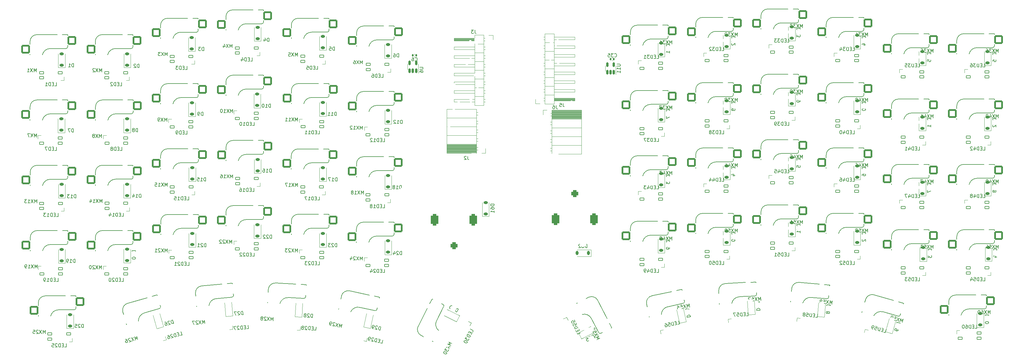
<source format=gbr>
%TF.GenerationSoftware,KiCad,Pcbnew,8.0.5*%
%TF.CreationDate,2024-10-06T11:07:10+02:00*%
%TF.ProjectId,chastity,63686173-7469-4747-992e-6b696361645f,rev?*%
%TF.SameCoordinates,Original*%
%TF.FileFunction,Legend,Bot*%
%TF.FilePolarity,Positive*%
%FSLAX46Y46*%
G04 Gerber Fmt 4.6, Leading zero omitted, Abs format (unit mm)*
G04 Created by KiCad (PCBNEW 8.0.5) date 2024-10-06 11:07:10*
%MOMM*%
%LPD*%
G01*
G04 APERTURE LIST*
G04 Aperture macros list*
%AMRoundRect*
0 Rectangle with rounded corners*
0 $1 Rounding radius*
0 $2 $3 $4 $5 $6 $7 $8 $9 X,Y pos of 4 corners*
0 Add a 4 corners polygon primitive as box body*
4,1,4,$2,$3,$4,$5,$6,$7,$8,$9,$2,$3,0*
0 Add four circle primitives for the rounded corners*
1,1,$1+$1,$2,$3*
1,1,$1+$1,$4,$5*
1,1,$1+$1,$6,$7*
1,1,$1+$1,$8,$9*
0 Add four rect primitives between the rounded corners*
20,1,$1+$1,$2,$3,$4,$5,0*
20,1,$1+$1,$4,$5,$6,$7,0*
20,1,$1+$1,$6,$7,$8,$9,0*
20,1,$1+$1,$8,$9,$2,$3,0*%
%AMFreePoly0*
4,1,18,-0.410000,0.593000,-0.403758,0.624380,-0.385983,0.650983,-0.359380,0.668758,-0.328000,0.675000,0.328000,0.675000,0.359380,0.668758,0.385983,0.650983,0.403758,0.624380,0.410000,0.593000,0.410000,-0.593000,0.403758,-0.624380,0.385983,-0.650983,0.359380,-0.668758,0.328000,-0.675000,0.000000,-0.675000,-0.410000,-0.265000,-0.410000,0.593000,-0.410000,0.593000,$1*%
G04 Aperture macros list end*
%ADD10C,0.150000*%
%ADD11C,0.120000*%
%ADD12C,0.650000*%
%ADD13O,2.250000X1.200000*%
%ADD14O,1.200000X2.250000*%
%ADD15C,2.000000*%
%ADD16RoundRect,0.500000X0.500000X-0.500000X0.500000X0.500000X-0.500000X0.500000X-0.500000X-0.500000X0*%
%ADD17RoundRect,0.550000X0.550000X-1.150000X0.550000X1.150000X-0.550000X1.150000X-0.550000X-1.150000X0*%
%ADD18RoundRect,0.500000X-0.500000X0.500000X-0.500000X-0.500000X0.500000X-0.500000X0.500000X0.500000X0*%
%ADD19RoundRect,0.550000X-0.550000X1.150000X-0.550000X-1.150000X0.550000X-1.150000X0.550000X1.150000X0*%
%ADD20C,4.000000*%
%ADD21C,3.987800*%
%ADD22RoundRect,0.225000X0.320025X-0.298050X0.413585X0.142116X-0.320025X0.298050X-0.413585X-0.142116X0*%
%ADD23RoundRect,0.225000X0.375000X-0.225000X0.375000X0.225000X-0.375000X0.225000X-0.375000X-0.225000X0*%
%ADD24RoundRect,0.082000X-0.593000X0.328000X-0.593000X-0.328000X0.593000X-0.328000X0.593000X0.328000X0*%
%ADD25FreePoly0,270.000000*%
%ADD26C,1.750000*%
%ADD27C,3.300000*%
%ADD28RoundRect,0.250000X1.025000X1.000000X-1.025000X1.000000X-1.025000X-1.000000X1.025000X-1.000000X0*%
%ADD29RoundRect,0.225000X0.386262X-0.205066X0.362710X0.244318X-0.386262X0.205066X-0.362710X-0.244318X0*%
%ADD30RoundRect,0.082000X-0.609354X0.296515X-0.575021X-0.358586X0.609354X-0.296515X0.575021X0.358586X0*%
%ADD31FreePoly0,273.000000*%
%ADD32R,1.700000X1.700000*%
%ADD33O,1.700000X1.700000*%
%ADD34RoundRect,0.082000X0.593000X-0.328000X0.593000X0.328000X-0.593000X0.328000X-0.593000X-0.328000X0*%
%ADD35FreePoly0,90.000000*%
%ADD36RoundRect,0.082000X0.511846X-0.444124X0.648237X0.197541X-0.511846X0.444124X-0.648237X-0.197541X0*%
%ADD37FreePoly0,78.000000*%
%ADD38RoundRect,0.250000X1.108255X0.906860X-0.933944X1.085529X-1.108255X-0.906860X0.933944X-1.085529X0*%
%ADD39RoundRect,0.082000X0.023034X0.677276X-0.561467X0.379458X-0.023034X-0.677276X0.561467X-0.379458X0*%
%ADD40FreePoly0,207.000000*%
%ADD41RoundRect,0.250000X1.356347X-0.459291X0.425666X1.367272X-1.356347X0.459291X-0.425666X-1.367272X0*%
%ADD42RoundRect,0.225000X-0.030230X-0.436275X0.370723X-0.231980X0.030230X0.436275X-0.370723X0.231980X0*%
%ADD43RoundRect,0.250000X1.210513X0.765038X-0.794690X1.191257X-1.210513X-0.765038X0.794690X-1.191257X0*%
%ADD44RoundRect,0.082000X-0.648237X0.197541X-0.511846X-0.444124X0.648237X-0.197541X0.511846X0.444124X0*%
%ADD45FreePoly0,282.000000*%
%ADD46RoundRect,0.225000X0.362710X-0.244318X0.386262X0.205066X-0.362710X0.244318X-0.386262X-0.205066X0*%
%ADD47RoundRect,0.225000X0.370723X0.231980X-0.030230X0.436275X-0.370723X-0.231980X0.030230X-0.436275X0*%
%ADD48RoundRect,0.082000X0.575021X-0.358586X0.609354X0.296515X-0.575021X0.358586X-0.609354X-0.296515X0*%
%ADD49FreePoly0,87.000000*%
%ADD50RoundRect,0.250000X1.260931X0.678733X-0.709656X1.243790X-1.260931X-0.678733X0.709656X-1.243790X0*%
%ADD51RoundRect,0.082000X-0.562156X0.378435X-0.619331X-0.275069X0.562156X-0.378435X0.619331X0.275069X0*%
%ADD52FreePoly0,265.000000*%
%ADD53RoundRect,0.225000X0.298455X-0.319648X0.422492X0.112920X-0.298455X0.319648X-0.422492X-0.112920X0*%
%ADD54RoundRect,0.150000X0.150000X-0.512500X0.150000X0.512500X-0.150000X0.512500X-0.150000X-0.512500X0*%
%ADD55RoundRect,0.250000X1.075931X0.944985X-0.971259X1.052274X-1.075931X-0.944985X0.971259X-1.052274X0*%
%ADD56RoundRect,0.225000X0.225000X0.375000X-0.225000X0.375000X-0.225000X-0.375000X0.225000X-0.375000X0*%
%ADD57RoundRect,0.082000X-0.479619X0.478747X-0.660437X-0.151841X0.479619X-0.478747X0.660437X0.151841X0*%
%ADD58FreePoly0,254.000000*%
%ADD59RoundRect,0.225000X0.393183X-0.191460X0.353963X0.256827X-0.393183X0.191460X-0.353963X-0.256827X0*%
%ADD60RoundRect,0.225000X0.353963X-0.256827X0.393183X0.191460X-0.353963X0.256827X-0.393183X-0.191460X0*%
%ADD61RoundRect,0.250000X0.971259X1.052274X-1.075931X0.944985X-0.971259X-1.052274X1.075931X-0.944985X0*%
%ADD62RoundRect,0.250000X0.709656X1.243790X-1.260931X0.678733X-0.709656X-1.243790X1.260931X-0.678733X0*%
%ADD63RoundRect,0.082000X0.561467X0.379458X-0.023034X0.677276X-0.561467X-0.379458X0.023034X-0.677276X0*%
%ADD64FreePoly0,153.000000*%
%ADD65RoundRect,0.225000X0.413585X-0.142116X0.320025X0.298050X-0.413585X0.142116X-0.320025X-0.298050X0*%
%ADD66RoundRect,0.250000X-0.425666X1.367272X-1.356347X-0.459291X0.425666X-1.367272X1.356347X0.459291X0*%
%ADD67RoundRect,0.082000X0.660437X-0.151841X0.479619X0.478747X-0.660437X0.151841X-0.479619X-0.478747X0*%
%ADD68FreePoly0,106.000000*%
%ADD69RoundRect,0.140000X-0.140000X-0.170000X0.140000X-0.170000X0.140000X0.170000X-0.140000X0.170000X0*%
%ADD70RoundRect,0.250000X0.794690X1.191257X-1.210513X0.765038X-0.794690X-1.191257X1.210513X-0.765038X0*%
%ADD71RoundRect,0.082000X0.619331X-0.275069X0.562156X0.378435X-0.619331X0.275069X-0.562156X-0.378435X0*%
%ADD72FreePoly0,95.000000*%
%ADD73RoundRect,0.250000X0.933944X1.085529X-1.108255X0.906860X-0.933944X-1.085529X1.108255X-0.906860X0*%
%ADD74RoundRect,0.225000X0.422492X-0.112920X0.298455X0.319648X-0.422492X0.112920X-0.298455X-0.319648X0*%
%ADD75C,0.800000*%
%ADD76C,0.500000*%
G04 APERTURE END LIST*
D10*
X63954335Y47124229D02*
X64162247Y48102377D01*
X64162247Y48102377D02*
X63929354Y48151880D01*
X63929354Y48151880D02*
X63779718Y48135003D01*
X63779718Y48135003D02*
X63666760Y48061647D01*
X63666760Y48061647D02*
X63600381Y47978391D01*
X63600381Y47978391D02*
X63514200Y47801977D01*
X63514200Y47801977D02*
X63484499Y47662242D01*
X63484499Y47662242D02*
X63491475Y47466028D01*
X63491475Y47466028D02*
X63518252Y47362970D01*
X63518252Y47362970D02*
X63591608Y47250012D01*
X63591608Y47250012D02*
X63721443Y47173732D01*
X63721443Y47173732D02*
X63954335Y47124229D01*
X63210876Y48207231D02*
X63174199Y48263710D01*
X63174199Y48263710D02*
X63090942Y48330090D01*
X63090942Y48330090D02*
X62858050Y48379592D01*
X62858050Y48379592D02*
X62754992Y48352815D01*
X62754992Y48352815D02*
X62698513Y48316137D01*
X62698513Y48316137D02*
X62632134Y48232881D01*
X62632134Y48232881D02*
X62612333Y48139724D01*
X62612333Y48139724D02*
X62629210Y47990088D01*
X62629210Y47990088D02*
X63069344Y47312340D01*
X63069344Y47312340D02*
X62463824Y47441047D01*
X61998040Y47540053D02*
X61811726Y47579655D01*
X61811726Y47579655D02*
X61728470Y47646034D01*
X61728470Y47646034D02*
X61691792Y47702513D01*
X61691792Y47702513D02*
X61628336Y47862050D01*
X61628336Y47862050D02*
X61621360Y48058264D01*
X61621360Y48058264D02*
X61700565Y48430892D01*
X61700565Y48430892D02*
X61766944Y48514148D01*
X61766944Y48514148D02*
X61823423Y48550826D01*
X61823423Y48550826D02*
X61926481Y48577603D01*
X61926481Y48577603D02*
X62112795Y48538001D01*
X62112795Y48538001D02*
X62196051Y48471622D01*
X62196051Y48471622D02*
X62232729Y48415143D01*
X62232729Y48415143D02*
X62259506Y48312085D01*
X62259506Y48312085D02*
X62210003Y48079193D01*
X62210003Y48079193D02*
X62143624Y47995937D01*
X62143624Y47995937D02*
X62087145Y47959259D01*
X62087145Y47959259D02*
X61984087Y47932481D01*
X61984087Y47932481D02*
X61797773Y47972084D01*
X61797773Y47972084D02*
X61714517Y48038463D01*
X61714517Y48038463D02*
X61677839Y48094942D01*
X61677839Y48094942D02*
X61651062Y48198000D01*
X167246583Y94467091D02*
X166246583Y94467091D01*
X166246583Y94467091D02*
X166246583Y94228996D01*
X166246583Y94228996D02*
X166294202Y94086139D01*
X166294202Y94086139D02*
X166389440Y93990901D01*
X166389440Y93990901D02*
X166484678Y93943282D01*
X166484678Y93943282D02*
X166675154Y93895663D01*
X166675154Y93895663D02*
X166818011Y93895663D01*
X166818011Y93895663D02*
X167008487Y93943282D01*
X167008487Y93943282D02*
X167103725Y93990901D01*
X167103725Y93990901D02*
X167198964Y94086139D01*
X167198964Y94086139D02*
X167246583Y94228996D01*
X167246583Y94228996D02*
X167246583Y94467091D01*
X166579916Y93038520D02*
X167246583Y93038520D01*
X166198964Y93276615D02*
X166913249Y93514710D01*
X166913249Y93514710D02*
X166913249Y92895663D01*
X166579916Y92086139D02*
X167246583Y92086139D01*
X166198964Y92324234D02*
X166913249Y92562329D01*
X166913249Y92562329D02*
X166913249Y91943282D01*
X45815197Y104168115D02*
X46291387Y104168115D01*
X46291387Y104168115D02*
X46291387Y105168115D01*
X45481863Y104691925D02*
X45148530Y104691925D01*
X45005673Y104168115D02*
X45481863Y104168115D01*
X45481863Y104168115D02*
X45481863Y105168115D01*
X45481863Y105168115D02*
X45005673Y105168115D01*
X44577101Y104168115D02*
X44577101Y105168115D01*
X44577101Y105168115D02*
X44339006Y105168115D01*
X44339006Y105168115D02*
X44196149Y105120496D01*
X44196149Y105120496D02*
X44100911Y105025258D01*
X44100911Y105025258D02*
X44053292Y104930020D01*
X44053292Y104930020D02*
X44005673Y104739544D01*
X44005673Y104739544D02*
X44005673Y104596687D01*
X44005673Y104596687D02*
X44053292Y104406211D01*
X44053292Y104406211D02*
X44100911Y104310973D01*
X44100911Y104310973D02*
X44196149Y104215734D01*
X44196149Y104215734D02*
X44339006Y104168115D01*
X44339006Y104168115D02*
X44577101Y104168115D01*
X43053292Y104168115D02*
X43624720Y104168115D01*
X43339006Y104168115D02*
X43339006Y105168115D01*
X43339006Y105168115D02*
X43434244Y105025258D01*
X43434244Y105025258D02*
X43529482Y104930020D01*
X43529482Y104930020D02*
X43624720Y104882401D01*
X42100911Y104168115D02*
X42672339Y104168115D01*
X42386625Y104168115D02*
X42386625Y105168115D01*
X42386625Y105168115D02*
X42481863Y105025258D01*
X42481863Y105025258D02*
X42577101Y104930020D01*
X42577101Y104930020D02*
X42672339Y104882401D01*
X186903668Y78097986D02*
X186903668Y79097986D01*
X186903668Y79097986D02*
X186570335Y78383701D01*
X186570335Y78383701D02*
X186237002Y79097986D01*
X186237002Y79097986D02*
X186237002Y78097986D01*
X185856049Y79097986D02*
X185189383Y78097986D01*
X185189383Y79097986D02*
X185856049Y78097986D01*
X184332240Y79097986D02*
X184808430Y79097986D01*
X184808430Y79097986D02*
X184856049Y78621796D01*
X184856049Y78621796D02*
X184808430Y78669415D01*
X184808430Y78669415D02*
X184713192Y78717034D01*
X184713192Y78717034D02*
X184475097Y78717034D01*
X184475097Y78717034D02*
X184379859Y78669415D01*
X184379859Y78669415D02*
X184332240Y78621796D01*
X184332240Y78621796D02*
X184284621Y78526558D01*
X184284621Y78526558D02*
X184284621Y78288463D01*
X184284621Y78288463D02*
X184332240Y78193225D01*
X184332240Y78193225D02*
X184379859Y78145605D01*
X184379859Y78145605D02*
X184475097Y78097986D01*
X184475097Y78097986D02*
X184713192Y78097986D01*
X184713192Y78097986D02*
X184808430Y78145605D01*
X184808430Y78145605D02*
X184856049Y78193225D01*
X183332240Y78097986D02*
X183903668Y78097986D01*
X183617954Y78097986D02*
X183617954Y79097986D01*
X183617954Y79097986D02*
X183713192Y78955129D01*
X183713192Y78955129D02*
X183808430Y78859891D01*
X183808430Y78859891D02*
X183903668Y78812272D01*
X-30257022Y61270181D02*
X-29780832Y61270181D01*
X-29780832Y61270181D02*
X-29780832Y62270181D01*
X-30590356Y61793991D02*
X-30923689Y61793991D01*
X-31066546Y61270181D02*
X-30590356Y61270181D01*
X-30590356Y61270181D02*
X-30590356Y62270181D01*
X-30590356Y62270181D02*
X-31066546Y62270181D01*
X-31495118Y61270181D02*
X-31495118Y62270181D01*
X-31495118Y62270181D02*
X-31733213Y62270181D01*
X-31733213Y62270181D02*
X-31876070Y62222562D01*
X-31876070Y62222562D02*
X-31971308Y62127324D01*
X-31971308Y62127324D02*
X-32018927Y62032086D01*
X-32018927Y62032086D02*
X-32066546Y61841610D01*
X-32066546Y61841610D02*
X-32066546Y61698753D01*
X-32066546Y61698753D02*
X-32018927Y61508277D01*
X-32018927Y61508277D02*
X-31971308Y61413039D01*
X-31971308Y61413039D02*
X-31876070Y61317800D01*
X-31876070Y61317800D02*
X-31733213Y61270181D01*
X-31733213Y61270181D02*
X-31495118Y61270181D01*
X-33018927Y61270181D02*
X-32447499Y61270181D01*
X-32733213Y61270181D02*
X-32733213Y62270181D01*
X-32733213Y62270181D02*
X-32637975Y62127324D01*
X-32637975Y62127324D02*
X-32542737Y62032086D01*
X-32542737Y62032086D02*
X-32447499Y61984467D01*
X-33495118Y61270181D02*
X-33685594Y61270181D01*
X-33685594Y61270181D02*
X-33780832Y61317800D01*
X-33780832Y61317800D02*
X-33828451Y61365420D01*
X-33828451Y61365420D02*
X-33923689Y61508277D01*
X-33923689Y61508277D02*
X-33971308Y61698753D01*
X-33971308Y61698753D02*
X-33971308Y62079705D01*
X-33971308Y62079705D02*
X-33923689Y62174943D01*
X-33923689Y62174943D02*
X-33876070Y62222562D01*
X-33876070Y62222562D02*
X-33780832Y62270181D01*
X-33780832Y62270181D02*
X-33590356Y62270181D01*
X-33590356Y62270181D02*
X-33495118Y62222562D01*
X-33495118Y62222562D02*
X-33447499Y62174943D01*
X-33447499Y62174943D02*
X-33399880Y62079705D01*
X-33399880Y62079705D02*
X-33399880Y61841610D01*
X-33399880Y61841610D02*
X-33447499Y61746372D01*
X-33447499Y61746372D02*
X-33495118Y61698753D01*
X-33495118Y61698753D02*
X-33590356Y61651134D01*
X-33590356Y61651134D02*
X-33780832Y61651134D01*
X-33780832Y61651134D02*
X-33876070Y61698753D01*
X-33876070Y61698753D02*
X-33923689Y61746372D01*
X-33923689Y61746372D02*
X-33971308Y61841610D01*
X173548378Y52871052D02*
X174547007Y52923388D01*
X174547007Y52923388D02*
X174534546Y53161157D01*
X174534546Y53161157D02*
X174479516Y53301327D01*
X174479516Y53301327D02*
X174379424Y53391450D01*
X174379424Y53391450D02*
X174281824Y53434019D01*
X174281824Y53434019D02*
X174089117Y53471604D01*
X174089117Y53471604D02*
X173946455Y53464128D01*
X173946455Y53464128D02*
X173758732Y53406605D01*
X173758732Y53406605D02*
X173666117Y53354067D01*
X173666117Y53354067D02*
X173575994Y53253975D01*
X173575994Y53253975D02*
X173535917Y53108821D01*
X173535917Y53108821D02*
X173548378Y52871052D01*
X174469749Y54397556D02*
X174494671Y53922018D01*
X174494671Y53922018D02*
X174021625Y53849542D01*
X174021625Y53849542D02*
X174066687Y53899588D01*
X174066687Y53899588D02*
X174109256Y53997188D01*
X174109256Y53997188D02*
X174096796Y54234957D01*
X174096796Y54234957D02*
X174044257Y54327572D01*
X174044257Y54327572D02*
X173994211Y54372634D01*
X173994211Y54372634D02*
X173896612Y54415203D01*
X173896612Y54415203D02*
X173658843Y54402742D01*
X173658843Y54402742D02*
X173566227Y54350204D01*
X173566227Y54350204D02*
X173521166Y54300158D01*
X173521166Y54300158D02*
X173478596Y54202559D01*
X173478596Y54202559D02*
X173491057Y53964790D01*
X173491057Y53964790D02*
X173543595Y53872174D01*
X173543595Y53872174D02*
X173593641Y53827113D01*
X174449812Y54777986D02*
X174414921Y55443739D01*
X174414921Y55443739D02*
X173438721Y54963419D01*
X58837100Y124585224D02*
X58837100Y125585224D01*
X58837100Y125585224D02*
X58503767Y124870939D01*
X58503767Y124870939D02*
X58170434Y125585224D01*
X58170434Y125585224D02*
X58170434Y124585224D01*
X57789481Y125585224D02*
X57122815Y124585224D01*
X57122815Y125585224D02*
X57789481Y124585224D01*
X56313291Y125585224D02*
X56503767Y125585224D01*
X56503767Y125585224D02*
X56599005Y125537605D01*
X56599005Y125537605D02*
X56646624Y125489986D01*
X56646624Y125489986D02*
X56741862Y125347129D01*
X56741862Y125347129D02*
X56789481Y125156653D01*
X56789481Y125156653D02*
X56789481Y124775701D01*
X56789481Y124775701D02*
X56741862Y124680463D01*
X56741862Y124680463D02*
X56694243Y124632843D01*
X56694243Y124632843D02*
X56599005Y124585224D01*
X56599005Y124585224D02*
X56408529Y124585224D01*
X56408529Y124585224D02*
X56313291Y124632843D01*
X56313291Y124632843D02*
X56265672Y124680463D01*
X56265672Y124680463D02*
X56218053Y124775701D01*
X56218053Y124775701D02*
X56218053Y125013796D01*
X56218053Y125013796D02*
X56265672Y125109034D01*
X56265672Y125109034D02*
X56313291Y125156653D01*
X56313291Y125156653D02*
X56408529Y125204272D01*
X56408529Y125204272D02*
X56599005Y125204272D01*
X56599005Y125204272D02*
X56694243Y125156653D01*
X56694243Y125156653D02*
X56741862Y125109034D01*
X56741862Y125109034D02*
X56789481Y125013796D01*
X-24605401Y85612250D02*
X-24605401Y86612250D01*
X-24605401Y86612250D02*
X-24843496Y86612250D01*
X-24843496Y86612250D02*
X-24986353Y86564631D01*
X-24986353Y86564631D02*
X-25081591Y86469393D01*
X-25081591Y86469393D02*
X-25129210Y86374155D01*
X-25129210Y86374155D02*
X-25176829Y86183679D01*
X-25176829Y86183679D02*
X-25176829Y86040822D01*
X-25176829Y86040822D02*
X-25129210Y85850346D01*
X-25129210Y85850346D02*
X-25081591Y85755108D01*
X-25081591Y85755108D02*
X-24986353Y85659869D01*
X-24986353Y85659869D02*
X-24843496Y85612250D01*
X-24843496Y85612250D02*
X-24605401Y85612250D01*
X-26129210Y85612250D02*
X-25557782Y85612250D01*
X-25843496Y85612250D02*
X-25843496Y86612250D01*
X-25843496Y86612250D02*
X-25748258Y86469393D01*
X-25748258Y86469393D02*
X-25653020Y86374155D01*
X-25653020Y86374155D02*
X-25557782Y86326536D01*
X-26462544Y86612250D02*
X-27081591Y86612250D01*
X-27081591Y86612250D02*
X-26748258Y86231298D01*
X-26748258Y86231298D02*
X-26891115Y86231298D01*
X-26891115Y86231298D02*
X-26986353Y86183679D01*
X-26986353Y86183679D02*
X-27033972Y86136060D01*
X-27033972Y86136060D02*
X-27081591Y86040822D01*
X-27081591Y86040822D02*
X-27081591Y85802727D01*
X-27081591Y85802727D02*
X-27033972Y85707489D01*
X-27033972Y85707489D02*
X-26986353Y85659869D01*
X-26986353Y85659869D02*
X-26891115Y85612250D01*
X-26891115Y85612250D02*
X-26605401Y85612250D01*
X-26605401Y85612250D02*
X-26510163Y85659869D01*
X-26510163Y85659869D02*
X-26462544Y85707489D01*
X170588413Y51305497D02*
X171063951Y51330419D01*
X171063951Y51330419D02*
X171011615Y52329049D01*
X170228122Y51811143D02*
X169895246Y51793698D01*
X169779998Y51263130D02*
X170255536Y51288052D01*
X170255536Y51288052D02*
X170203200Y52286681D01*
X170203200Y52286681D02*
X169727662Y52261759D01*
X169352014Y51240700D02*
X169299678Y52239330D01*
X169299678Y52239330D02*
X169061909Y52226869D01*
X169061909Y52226869D02*
X168921740Y52171838D01*
X168921740Y52171838D02*
X168831617Y52071746D01*
X168831617Y52071746D02*
X168789048Y51974147D01*
X168789048Y51974147D02*
X168751462Y51781439D01*
X168751462Y51781439D02*
X168758939Y51638778D01*
X168758939Y51638778D02*
X168816462Y51451055D01*
X168816462Y51451055D02*
X168869000Y51358440D01*
X168869000Y51358440D02*
X168969092Y51268316D01*
X168969092Y51268316D02*
X169114245Y51228239D01*
X169114245Y51228239D02*
X169352014Y51240700D01*
X167825511Y52162072D02*
X168301049Y52186994D01*
X168301049Y52186994D02*
X168373524Y51713948D01*
X168373524Y51713948D02*
X168323478Y51759010D01*
X168323478Y51759010D02*
X168225879Y51801579D01*
X168225879Y51801579D02*
X167988110Y51789118D01*
X167988110Y51789118D02*
X167895494Y51736580D01*
X167895494Y51736580D02*
X167850433Y51686534D01*
X167850433Y51686534D02*
X167807863Y51588934D01*
X167807863Y51588934D02*
X167820324Y51351165D01*
X167820324Y51351165D02*
X167872862Y51258550D01*
X167872862Y51258550D02*
X167922908Y51213488D01*
X167922908Y51213488D02*
X168020508Y51170919D01*
X168020508Y51170919D02*
X168258277Y51183380D01*
X168258277Y51183380D02*
X168350892Y51235918D01*
X168350892Y51235918D02*
X168395954Y51285964D01*
X167445080Y52142134D02*
X166779327Y52107244D01*
X166779327Y52107244D02*
X167259648Y51131044D01*
X224246583Y127717091D02*
X223246583Y127717091D01*
X223246583Y127717091D02*
X223246583Y127478996D01*
X223246583Y127478996D02*
X223294202Y127336139D01*
X223294202Y127336139D02*
X223389440Y127240901D01*
X223389440Y127240901D02*
X223484678Y127193282D01*
X223484678Y127193282D02*
X223675154Y127145663D01*
X223675154Y127145663D02*
X223818011Y127145663D01*
X223818011Y127145663D02*
X224008487Y127193282D01*
X224008487Y127193282D02*
X224103725Y127240901D01*
X224103725Y127240901D02*
X224198964Y127336139D01*
X224198964Y127336139D02*
X224246583Y127478996D01*
X224246583Y127478996D02*
X224246583Y127717091D01*
X223246583Y126812329D02*
X223246583Y126193282D01*
X223246583Y126193282D02*
X223627535Y126526615D01*
X223627535Y126526615D02*
X223627535Y126383758D01*
X223627535Y126383758D02*
X223675154Y126288520D01*
X223675154Y126288520D02*
X223722773Y126240901D01*
X223722773Y126240901D02*
X223818011Y126193282D01*
X223818011Y126193282D02*
X224056106Y126193282D01*
X224056106Y126193282D02*
X224151344Y126240901D01*
X224151344Y126240901D02*
X224198964Y126288520D01*
X224198964Y126288520D02*
X224246583Y126383758D01*
X224246583Y126383758D02*
X224246583Y126669472D01*
X224246583Y126669472D02*
X224198964Y126764710D01*
X224198964Y126764710D02*
X224151344Y126812329D01*
X223246583Y125288520D02*
X223246583Y125764710D01*
X223246583Y125764710D02*
X223722773Y125812329D01*
X223722773Y125812329D02*
X223675154Y125764710D01*
X223675154Y125764710D02*
X223627535Y125669472D01*
X223627535Y125669472D02*
X223627535Y125431377D01*
X223627535Y125431377D02*
X223675154Y125336139D01*
X223675154Y125336139D02*
X223722773Y125288520D01*
X223722773Y125288520D02*
X223818011Y125240901D01*
X223818011Y125240901D02*
X224056106Y125240901D01*
X224056106Y125240901D02*
X224151344Y125288520D01*
X224151344Y125288520D02*
X224198964Y125336139D01*
X224198964Y125336139D02*
X224246583Y125431377D01*
X224246583Y125431377D02*
X224246583Y125669472D01*
X224246583Y125669472D02*
X224198964Y125764710D01*
X224198964Y125764710D02*
X224151344Y125812329D01*
X117194097Y113140181D02*
X117194097Y112425896D01*
X117194097Y112425896D02*
X117241716Y112283039D01*
X117241716Y112283039D02*
X117336954Y112187800D01*
X117336954Y112187800D02*
X117479811Y112140181D01*
X117479811Y112140181D02*
X117575049Y112140181D01*
X116241716Y113140181D02*
X116717906Y113140181D01*
X116717906Y113140181D02*
X116765525Y112663991D01*
X116765525Y112663991D02*
X116717906Y112711610D01*
X116717906Y112711610D02*
X116622668Y112759229D01*
X116622668Y112759229D02*
X116384573Y112759229D01*
X116384573Y112759229D02*
X116289335Y112711610D01*
X116289335Y112711610D02*
X116241716Y112663991D01*
X116241716Y112663991D02*
X116194097Y112568753D01*
X116194097Y112568753D02*
X116194097Y112330658D01*
X116194097Y112330658D02*
X116241716Y112235420D01*
X116241716Y112235420D02*
X116289335Y112187800D01*
X116289335Y112187800D02*
X116384573Y112140181D01*
X116384573Y112140181D02*
X116622668Y112140181D01*
X116622668Y112140181D02*
X116717906Y112187800D01*
X116717906Y112187800D02*
X116765525Y112235420D01*
X64310811Y120620181D02*
X64787001Y120620181D01*
X64787001Y120620181D02*
X64787001Y121620181D01*
X63977477Y121143991D02*
X63644144Y121143991D01*
X63501287Y120620181D02*
X63977477Y120620181D01*
X63977477Y120620181D02*
X63977477Y121620181D01*
X63977477Y121620181D02*
X63501287Y121620181D01*
X63072715Y120620181D02*
X63072715Y121620181D01*
X63072715Y121620181D02*
X62834620Y121620181D01*
X62834620Y121620181D02*
X62691763Y121572562D01*
X62691763Y121572562D02*
X62596525Y121477324D01*
X62596525Y121477324D02*
X62548906Y121382086D01*
X62548906Y121382086D02*
X62501287Y121191610D01*
X62501287Y121191610D02*
X62501287Y121048753D01*
X62501287Y121048753D02*
X62548906Y120858277D01*
X62548906Y120858277D02*
X62596525Y120763039D01*
X62596525Y120763039D02*
X62691763Y120667800D01*
X62691763Y120667800D02*
X62834620Y120620181D01*
X62834620Y120620181D02*
X63072715Y120620181D01*
X61644144Y121620181D02*
X61834620Y121620181D01*
X61834620Y121620181D02*
X61929858Y121572562D01*
X61929858Y121572562D02*
X61977477Y121524943D01*
X61977477Y121524943D02*
X62072715Y121382086D01*
X62072715Y121382086D02*
X62120334Y121191610D01*
X62120334Y121191610D02*
X62120334Y120810658D01*
X62120334Y120810658D02*
X62072715Y120715420D01*
X62072715Y120715420D02*
X62025096Y120667800D01*
X62025096Y120667800D02*
X61929858Y120620181D01*
X61929858Y120620181D02*
X61739382Y120620181D01*
X61739382Y120620181D02*
X61644144Y120667800D01*
X61644144Y120667800D02*
X61596525Y120715420D01*
X61596525Y120715420D02*
X61548906Y120810658D01*
X61548906Y120810658D02*
X61548906Y121048753D01*
X61548906Y121048753D02*
X61596525Y121143991D01*
X61596525Y121143991D02*
X61644144Y121191610D01*
X61644144Y121191610D02*
X61739382Y121239229D01*
X61739382Y121239229D02*
X61929858Y121239229D01*
X61929858Y121239229D02*
X62025096Y121191610D01*
X62025096Y121191610D02*
X62072715Y121143991D01*
X62072715Y121143991D02*
X62120334Y121048753D01*
X241096583Y51517091D02*
X240096583Y51517091D01*
X240096583Y51517091D02*
X240096583Y51278996D01*
X240096583Y51278996D02*
X240144202Y51136139D01*
X240144202Y51136139D02*
X240239440Y51040901D01*
X240239440Y51040901D02*
X240334678Y50993282D01*
X240334678Y50993282D02*
X240525154Y50945663D01*
X240525154Y50945663D02*
X240668011Y50945663D01*
X240668011Y50945663D02*
X240858487Y50993282D01*
X240858487Y50993282D02*
X240953725Y51040901D01*
X240953725Y51040901D02*
X241048964Y51136139D01*
X241048964Y51136139D02*
X241096583Y51278996D01*
X241096583Y51278996D02*
X241096583Y51517091D01*
X240096583Y50088520D02*
X240096583Y50278996D01*
X240096583Y50278996D02*
X240144202Y50374234D01*
X240144202Y50374234D02*
X240191821Y50421853D01*
X240191821Y50421853D02*
X240334678Y50517091D01*
X240334678Y50517091D02*
X240525154Y50564710D01*
X240525154Y50564710D02*
X240906106Y50564710D01*
X240906106Y50564710D02*
X241001344Y50517091D01*
X241001344Y50517091D02*
X241048964Y50469472D01*
X241048964Y50469472D02*
X241096583Y50374234D01*
X241096583Y50374234D02*
X241096583Y50183758D01*
X241096583Y50183758D02*
X241048964Y50088520D01*
X241048964Y50088520D02*
X241001344Y50040901D01*
X241001344Y50040901D02*
X240906106Y49993282D01*
X240906106Y49993282D02*
X240668011Y49993282D01*
X240668011Y49993282D02*
X240572773Y50040901D01*
X240572773Y50040901D02*
X240525154Y50088520D01*
X240525154Y50088520D02*
X240477535Y50183758D01*
X240477535Y50183758D02*
X240477535Y50374234D01*
X240477535Y50374234D02*
X240525154Y50469472D01*
X240525154Y50469472D02*
X240572773Y50517091D01*
X240572773Y50517091D02*
X240668011Y50564710D01*
X240096583Y49374234D02*
X240096583Y49278996D01*
X240096583Y49278996D02*
X240144202Y49183758D01*
X240144202Y49183758D02*
X240191821Y49136139D01*
X240191821Y49136139D02*
X240287059Y49088520D01*
X240287059Y49088520D02*
X240477535Y49040901D01*
X240477535Y49040901D02*
X240715630Y49040901D01*
X240715630Y49040901D02*
X240906106Y49088520D01*
X240906106Y49088520D02*
X241001344Y49136139D01*
X241001344Y49136139D02*
X241048964Y49183758D01*
X241048964Y49183758D02*
X241096583Y49278996D01*
X241096583Y49278996D02*
X241096583Y49374234D01*
X241096583Y49374234D02*
X241048964Y49469472D01*
X241048964Y49469472D02*
X241001344Y49517091D01*
X241001344Y49517091D02*
X240906106Y49564710D01*
X240906106Y49564710D02*
X240715630Y49612329D01*
X240715630Y49612329D02*
X240477535Y49612329D01*
X240477535Y49612329D02*
X240287059Y49564710D01*
X240287059Y49564710D02*
X240191821Y49517091D01*
X240191821Y49517091D02*
X240144202Y49469472D01*
X240144202Y49469472D02*
X240096583Y49374234D01*
X243246583Y89717091D02*
X242246583Y89717091D01*
X242246583Y89717091D02*
X242246583Y89478996D01*
X242246583Y89478996D02*
X242294202Y89336139D01*
X242294202Y89336139D02*
X242389440Y89240901D01*
X242389440Y89240901D02*
X242484678Y89193282D01*
X242484678Y89193282D02*
X242675154Y89145663D01*
X242675154Y89145663D02*
X242818011Y89145663D01*
X242818011Y89145663D02*
X243008487Y89193282D01*
X243008487Y89193282D02*
X243103725Y89240901D01*
X243103725Y89240901D02*
X243198964Y89336139D01*
X243198964Y89336139D02*
X243246583Y89478996D01*
X243246583Y89478996D02*
X243246583Y89717091D01*
X242579916Y88288520D02*
X243246583Y88288520D01*
X242198964Y88526615D02*
X242913249Y88764710D01*
X242913249Y88764710D02*
X242913249Y88145663D01*
X242675154Y87621853D02*
X242627535Y87717091D01*
X242627535Y87717091D02*
X242579916Y87764710D01*
X242579916Y87764710D02*
X242484678Y87812329D01*
X242484678Y87812329D02*
X242437059Y87812329D01*
X242437059Y87812329D02*
X242341821Y87764710D01*
X242341821Y87764710D02*
X242294202Y87717091D01*
X242294202Y87717091D02*
X242246583Y87621853D01*
X242246583Y87621853D02*
X242246583Y87431377D01*
X242246583Y87431377D02*
X242294202Y87336139D01*
X242294202Y87336139D02*
X242341821Y87288520D01*
X242341821Y87288520D02*
X242437059Y87240901D01*
X242437059Y87240901D02*
X242484678Y87240901D01*
X242484678Y87240901D02*
X242579916Y87288520D01*
X242579916Y87288520D02*
X242627535Y87336139D01*
X242627535Y87336139D02*
X242675154Y87431377D01*
X242675154Y87431377D02*
X242675154Y87621853D01*
X242675154Y87621853D02*
X242722773Y87717091D01*
X242722773Y87717091D02*
X242770392Y87764710D01*
X242770392Y87764710D02*
X242865630Y87812329D01*
X242865630Y87812329D02*
X243056106Y87812329D01*
X243056106Y87812329D02*
X243151344Y87764710D01*
X243151344Y87764710D02*
X243198964Y87717091D01*
X243198964Y87717091D02*
X243246583Y87621853D01*
X243246583Y87621853D02*
X243246583Y87431377D01*
X243246583Y87431377D02*
X243198964Y87336139D01*
X243198964Y87336139D02*
X243151344Y87288520D01*
X243151344Y87288520D02*
X243056106Y87240901D01*
X243056106Y87240901D02*
X242865630Y87240901D01*
X242865630Y87240901D02*
X242770392Y87288520D01*
X242770392Y87288520D02*
X242722773Y87336139D01*
X242722773Y87336139D02*
X242675154Y87431377D01*
X13187111Y90522730D02*
X13187111Y91522730D01*
X13187111Y91522730D02*
X12949016Y91522730D01*
X12949016Y91522730D02*
X12806159Y91475111D01*
X12806159Y91475111D02*
X12710921Y91379873D01*
X12710921Y91379873D02*
X12663302Y91284635D01*
X12663302Y91284635D02*
X12615683Y91094159D01*
X12615683Y91094159D02*
X12615683Y90951302D01*
X12615683Y90951302D02*
X12663302Y90760826D01*
X12663302Y90760826D02*
X12710921Y90665588D01*
X12710921Y90665588D02*
X12806159Y90570349D01*
X12806159Y90570349D02*
X12949016Y90522730D01*
X12949016Y90522730D02*
X13187111Y90522730D01*
X11663302Y90522730D02*
X12234730Y90522730D01*
X11949016Y90522730D02*
X11949016Y91522730D01*
X11949016Y91522730D02*
X12044254Y91379873D01*
X12044254Y91379873D02*
X12139492Y91284635D01*
X12139492Y91284635D02*
X12234730Y91237016D01*
X10758540Y91522730D02*
X11234730Y91522730D01*
X11234730Y91522730D02*
X11282349Y91046540D01*
X11282349Y91046540D02*
X11234730Y91094159D01*
X11234730Y91094159D02*
X11139492Y91141778D01*
X11139492Y91141778D02*
X10901397Y91141778D01*
X10901397Y91141778D02*
X10806159Y91094159D01*
X10806159Y91094159D02*
X10758540Y91046540D01*
X10758540Y91046540D02*
X10710921Y90951302D01*
X10710921Y90951302D02*
X10710921Y90713207D01*
X10710921Y90713207D02*
X10758540Y90617969D01*
X10758540Y90617969D02*
X10806159Y90570349D01*
X10806159Y90570349D02*
X10901397Y90522730D01*
X10901397Y90522730D02*
X11139492Y90522730D01*
X11139492Y90522730D02*
X11234730Y90570349D01*
X11234730Y90570349D02*
X11282349Y90617969D01*
X-11232998Y80220181D02*
X-10756808Y80220181D01*
X-10756808Y80220181D02*
X-10756808Y81220181D01*
X-11566332Y80743991D02*
X-11899665Y80743991D01*
X-12042522Y80220181D02*
X-11566332Y80220181D01*
X-11566332Y80220181D02*
X-11566332Y81220181D01*
X-11566332Y81220181D02*
X-12042522Y81220181D01*
X-12471094Y80220181D02*
X-12471094Y81220181D01*
X-12471094Y81220181D02*
X-12709189Y81220181D01*
X-12709189Y81220181D02*
X-12852046Y81172562D01*
X-12852046Y81172562D02*
X-12947284Y81077324D01*
X-12947284Y81077324D02*
X-12994903Y80982086D01*
X-12994903Y80982086D02*
X-13042522Y80791610D01*
X-13042522Y80791610D02*
X-13042522Y80648753D01*
X-13042522Y80648753D02*
X-12994903Y80458277D01*
X-12994903Y80458277D02*
X-12947284Y80363039D01*
X-12947284Y80363039D02*
X-12852046Y80267800D01*
X-12852046Y80267800D02*
X-12709189Y80220181D01*
X-12709189Y80220181D02*
X-12471094Y80220181D01*
X-13994903Y80220181D02*
X-13423475Y80220181D01*
X-13709189Y80220181D02*
X-13709189Y81220181D01*
X-13709189Y81220181D02*
X-13613951Y81077324D01*
X-13613951Y81077324D02*
X-13518713Y80982086D01*
X-13518713Y80982086D02*
X-13423475Y80934467D01*
X-14852046Y80886848D02*
X-14852046Y80220181D01*
X-14613951Y81267800D02*
X-14375856Y80553515D01*
X-14375856Y80553515D02*
X-14994903Y80553515D01*
X69347155Y126558425D02*
X69347155Y127558425D01*
X69347155Y127558425D02*
X69109060Y127558425D01*
X69109060Y127558425D02*
X68966203Y127510806D01*
X68966203Y127510806D02*
X68870965Y127415568D01*
X68870965Y127415568D02*
X68823346Y127320330D01*
X68823346Y127320330D02*
X68775727Y127129854D01*
X68775727Y127129854D02*
X68775727Y126986997D01*
X68775727Y126986997D02*
X68823346Y126796521D01*
X68823346Y126796521D02*
X68870965Y126701283D01*
X68870965Y126701283D02*
X68966203Y126606044D01*
X68966203Y126606044D02*
X69109060Y126558425D01*
X69109060Y126558425D02*
X69347155Y126558425D01*
X67918584Y127558425D02*
X68109060Y127558425D01*
X68109060Y127558425D02*
X68204298Y127510806D01*
X68204298Y127510806D02*
X68251917Y127463187D01*
X68251917Y127463187D02*
X68347155Y127320330D01*
X68347155Y127320330D02*
X68394774Y127129854D01*
X68394774Y127129854D02*
X68394774Y126748902D01*
X68394774Y126748902D02*
X68347155Y126653664D01*
X68347155Y126653664D02*
X68299536Y126606044D01*
X68299536Y126606044D02*
X68204298Y126558425D01*
X68204298Y126558425D02*
X68013822Y126558425D01*
X68013822Y126558425D02*
X67918584Y126606044D01*
X67918584Y126606044D02*
X67870965Y126653664D01*
X67870965Y126653664D02*
X67823346Y126748902D01*
X67823346Y126748902D02*
X67823346Y126986997D01*
X67823346Y126986997D02*
X67870965Y127082235D01*
X67870965Y127082235D02*
X67918584Y127129854D01*
X67918584Y127129854D02*
X68013822Y127177473D01*
X68013822Y127177473D02*
X68204298Y127177473D01*
X68204298Y127177473D02*
X68299536Y127129854D01*
X68299536Y127129854D02*
X68347155Y127082235D01*
X68347155Y127082235D02*
X68394774Y126986997D01*
X220487002Y123667986D02*
X220963192Y123667986D01*
X220963192Y123667986D02*
X220963192Y124667986D01*
X220153668Y124191796D02*
X219820335Y124191796D01*
X219677478Y123667986D02*
X220153668Y123667986D01*
X220153668Y123667986D02*
X220153668Y124667986D01*
X220153668Y124667986D02*
X219677478Y124667986D01*
X219248906Y123667986D02*
X219248906Y124667986D01*
X219248906Y124667986D02*
X219010811Y124667986D01*
X219010811Y124667986D02*
X218867954Y124620367D01*
X218867954Y124620367D02*
X218772716Y124525129D01*
X218772716Y124525129D02*
X218725097Y124429891D01*
X218725097Y124429891D02*
X218677478Y124239415D01*
X218677478Y124239415D02*
X218677478Y124096558D01*
X218677478Y124096558D02*
X218725097Y123906082D01*
X218725097Y123906082D02*
X218772716Y123810844D01*
X218772716Y123810844D02*
X218867954Y123715605D01*
X218867954Y123715605D02*
X219010811Y123667986D01*
X219010811Y123667986D02*
X219248906Y123667986D01*
X218344144Y124667986D02*
X217725097Y124667986D01*
X217725097Y124667986D02*
X218058430Y124287034D01*
X218058430Y124287034D02*
X217915573Y124287034D01*
X217915573Y124287034D02*
X217820335Y124239415D01*
X217820335Y124239415D02*
X217772716Y124191796D01*
X217772716Y124191796D02*
X217725097Y124096558D01*
X217725097Y124096558D02*
X217725097Y123858463D01*
X217725097Y123858463D02*
X217772716Y123763225D01*
X217772716Y123763225D02*
X217820335Y123715605D01*
X217820335Y123715605D02*
X217915573Y123667986D01*
X217915573Y123667986D02*
X218201287Y123667986D01*
X218201287Y123667986D02*
X218296525Y123715605D01*
X218296525Y123715605D02*
X218344144Y123763225D01*
X216820335Y124667986D02*
X217296525Y124667986D01*
X217296525Y124667986D02*
X217344144Y124191796D01*
X217344144Y124191796D02*
X217296525Y124239415D01*
X217296525Y124239415D02*
X217201287Y124287034D01*
X217201287Y124287034D02*
X216963192Y124287034D01*
X216963192Y124287034D02*
X216867954Y124239415D01*
X216867954Y124239415D02*
X216820335Y124191796D01*
X216820335Y124191796D02*
X216772716Y124096558D01*
X216772716Y124096558D02*
X216772716Y123858463D01*
X216772716Y123858463D02*
X216820335Y123763225D01*
X216820335Y123763225D02*
X216867954Y123715605D01*
X216867954Y123715605D02*
X216963192Y123667986D01*
X216963192Y123667986D02*
X217201287Y123667986D01*
X217201287Y123667986D02*
X217296525Y123715605D01*
X217296525Y123715605D02*
X217344144Y123763225D01*
X115199097Y112520181D02*
X115199097Y111805896D01*
X115199097Y111805896D02*
X115246716Y111663039D01*
X115246716Y111663039D02*
X115341954Y111567800D01*
X115341954Y111567800D02*
X115484811Y111520181D01*
X115484811Y111520181D02*
X115580049Y111520181D01*
X114294335Y112520181D02*
X114484811Y112520181D01*
X114484811Y112520181D02*
X114580049Y112472562D01*
X114580049Y112472562D02*
X114627668Y112424943D01*
X114627668Y112424943D02*
X114722906Y112282086D01*
X114722906Y112282086D02*
X114770525Y112091610D01*
X114770525Y112091610D02*
X114770525Y111710658D01*
X114770525Y111710658D02*
X114722906Y111615420D01*
X114722906Y111615420D02*
X114675287Y111567800D01*
X114675287Y111567800D02*
X114580049Y111520181D01*
X114580049Y111520181D02*
X114389573Y111520181D01*
X114389573Y111520181D02*
X114294335Y111567800D01*
X114294335Y111567800D02*
X114246716Y111615420D01*
X114246716Y111615420D02*
X114199097Y111710658D01*
X114199097Y111710658D02*
X114199097Y111948753D01*
X114199097Y111948753D02*
X114246716Y112043991D01*
X114246716Y112043991D02*
X114294335Y112091610D01*
X114294335Y112091610D02*
X114389573Y112139229D01*
X114389573Y112139229D02*
X114580049Y112139229D01*
X114580049Y112139229D02*
X114675287Y112091610D01*
X114675287Y112091610D02*
X114722906Y112043991D01*
X114722906Y112043991D02*
X114770525Y111948753D01*
X51426049Y90480181D02*
X51426049Y91480181D01*
X51426049Y91480181D02*
X51187954Y91480181D01*
X51187954Y91480181D02*
X51045097Y91432562D01*
X51045097Y91432562D02*
X50949859Y91337324D01*
X50949859Y91337324D02*
X50902240Y91242086D01*
X50902240Y91242086D02*
X50854621Y91051610D01*
X50854621Y91051610D02*
X50854621Y90908753D01*
X50854621Y90908753D02*
X50902240Y90718277D01*
X50902240Y90718277D02*
X50949859Y90623039D01*
X50949859Y90623039D02*
X51045097Y90527800D01*
X51045097Y90527800D02*
X51187954Y90480181D01*
X51187954Y90480181D02*
X51426049Y90480181D01*
X49902240Y90480181D02*
X50473668Y90480181D01*
X50187954Y90480181D02*
X50187954Y91480181D01*
X50187954Y91480181D02*
X50283192Y91337324D01*
X50283192Y91337324D02*
X50378430Y91242086D01*
X50378430Y91242086D02*
X50473668Y91194467D01*
X49568906Y91480181D02*
X48902240Y91480181D01*
X48902240Y91480181D02*
X49330811Y90480181D01*
X50687330Y128513609D02*
X50687330Y129513609D01*
X50687330Y129513609D02*
X50449235Y129513609D01*
X50449235Y129513609D02*
X50306378Y129465990D01*
X50306378Y129465990D02*
X50211140Y129370752D01*
X50211140Y129370752D02*
X50163521Y129275514D01*
X50163521Y129275514D02*
X50115902Y129085038D01*
X50115902Y129085038D02*
X50115902Y128942181D01*
X50115902Y128942181D02*
X50163521Y128751705D01*
X50163521Y128751705D02*
X50211140Y128656467D01*
X50211140Y128656467D02*
X50306378Y128561228D01*
X50306378Y128561228D02*
X50449235Y128513609D01*
X50449235Y128513609D02*
X50687330Y128513609D01*
X49211140Y129513609D02*
X49687330Y129513609D01*
X49687330Y129513609D02*
X49734949Y129037419D01*
X49734949Y129037419D02*
X49687330Y129085038D01*
X49687330Y129085038D02*
X49592092Y129132657D01*
X49592092Y129132657D02*
X49353997Y129132657D01*
X49353997Y129132657D02*
X49258759Y129085038D01*
X49258759Y129085038D02*
X49211140Y129037419D01*
X49211140Y129037419D02*
X49163521Y128942181D01*
X49163521Y128942181D02*
X49163521Y128704086D01*
X49163521Y128704086D02*
X49211140Y128608848D01*
X49211140Y128608848D02*
X49258759Y128561228D01*
X49258759Y128561228D02*
X49353997Y128513609D01*
X49353997Y128513609D02*
X49592092Y128513609D01*
X49592092Y128513609D02*
X49687330Y128561228D01*
X49687330Y128561228D02*
X49734949Y128608848D01*
X205246583Y132467091D02*
X204246583Y132467091D01*
X204246583Y132467091D02*
X204246583Y132228996D01*
X204246583Y132228996D02*
X204294202Y132086139D01*
X204294202Y132086139D02*
X204389440Y131990901D01*
X204389440Y131990901D02*
X204484678Y131943282D01*
X204484678Y131943282D02*
X204675154Y131895663D01*
X204675154Y131895663D02*
X204818011Y131895663D01*
X204818011Y131895663D02*
X205008487Y131943282D01*
X205008487Y131943282D02*
X205103725Y131990901D01*
X205103725Y131990901D02*
X205198964Y132086139D01*
X205198964Y132086139D02*
X205246583Y132228996D01*
X205246583Y132228996D02*
X205246583Y132467091D01*
X204246583Y131562329D02*
X204246583Y130943282D01*
X204246583Y130943282D02*
X204627535Y131276615D01*
X204627535Y131276615D02*
X204627535Y131133758D01*
X204627535Y131133758D02*
X204675154Y131038520D01*
X204675154Y131038520D02*
X204722773Y130990901D01*
X204722773Y130990901D02*
X204818011Y130943282D01*
X204818011Y130943282D02*
X205056106Y130943282D01*
X205056106Y130943282D02*
X205151344Y130990901D01*
X205151344Y130990901D02*
X205198964Y131038520D01*
X205198964Y131038520D02*
X205246583Y131133758D01*
X205246583Y131133758D02*
X205246583Y131419472D01*
X205246583Y131419472D02*
X205198964Y131514710D01*
X205198964Y131514710D02*
X205151344Y131562329D01*
X204579916Y130086139D02*
X205246583Y130086139D01*
X204198964Y130324234D02*
X204913249Y130562329D01*
X204913249Y130562329D02*
X204913249Y129943282D01*
X205246583Y113467091D02*
X204246583Y113467091D01*
X204246583Y113467091D02*
X204246583Y113228996D01*
X204246583Y113228996D02*
X204294202Y113086139D01*
X204294202Y113086139D02*
X204389440Y112990901D01*
X204389440Y112990901D02*
X204484678Y112943282D01*
X204484678Y112943282D02*
X204675154Y112895663D01*
X204675154Y112895663D02*
X204818011Y112895663D01*
X204818011Y112895663D02*
X205008487Y112943282D01*
X205008487Y112943282D02*
X205103725Y112990901D01*
X205103725Y112990901D02*
X205198964Y113086139D01*
X205198964Y113086139D02*
X205246583Y113228996D01*
X205246583Y113228996D02*
X205246583Y113467091D01*
X204579916Y112038520D02*
X205246583Y112038520D01*
X204198964Y112276615D02*
X204913249Y112514710D01*
X204913249Y112514710D02*
X204913249Y111895663D01*
X204246583Y111324234D02*
X204246583Y111228996D01*
X204246583Y111228996D02*
X204294202Y111133758D01*
X204294202Y111133758D02*
X204341821Y111086139D01*
X204341821Y111086139D02*
X204437059Y111038520D01*
X204437059Y111038520D02*
X204627535Y110990901D01*
X204627535Y110990901D02*
X204865630Y110990901D01*
X204865630Y110990901D02*
X205056106Y111038520D01*
X205056106Y111038520D02*
X205151344Y111086139D01*
X205151344Y111086139D02*
X205198964Y111133758D01*
X205198964Y111133758D02*
X205246583Y111228996D01*
X205246583Y111228996D02*
X205246583Y111324234D01*
X205246583Y111324234D02*
X205198964Y111419472D01*
X205198964Y111419472D02*
X205151344Y111467091D01*
X205151344Y111467091D02*
X205056106Y111514710D01*
X205056106Y111514710D02*
X204865630Y111562329D01*
X204865630Y111562329D02*
X204627535Y111562329D01*
X204627535Y111562329D02*
X204437059Y111514710D01*
X204437059Y111514710D02*
X204341821Y111467091D01*
X204341821Y111467091D02*
X204294202Y111419472D01*
X204294202Y111419472D02*
X204246583Y111324234D01*
X20760397Y72377256D02*
X20760397Y73377256D01*
X20760397Y73377256D02*
X20427064Y72662971D01*
X20427064Y72662971D02*
X20093731Y73377256D01*
X20093731Y73377256D02*
X20093731Y72377256D01*
X19712778Y73377256D02*
X19046112Y72377256D01*
X19046112Y73377256D02*
X19712778Y72377256D01*
X18712778Y73282018D02*
X18665159Y73329637D01*
X18665159Y73329637D02*
X18569921Y73377256D01*
X18569921Y73377256D02*
X18331826Y73377256D01*
X18331826Y73377256D02*
X18236588Y73329637D01*
X18236588Y73329637D02*
X18188969Y73282018D01*
X18188969Y73282018D02*
X18141350Y73186780D01*
X18141350Y73186780D02*
X18141350Y73091542D01*
X18141350Y73091542D02*
X18188969Y72948685D01*
X18188969Y72948685D02*
X18760397Y72377256D01*
X18760397Y72377256D02*
X18141350Y72377256D01*
X17760397Y73282018D02*
X17712778Y73329637D01*
X17712778Y73329637D02*
X17617540Y73377256D01*
X17617540Y73377256D02*
X17379445Y73377256D01*
X17379445Y73377256D02*
X17284207Y73329637D01*
X17284207Y73329637D02*
X17236588Y73282018D01*
X17236588Y73282018D02*
X17188969Y73186780D01*
X17188969Y73186780D02*
X17188969Y73091542D01*
X17188969Y73091542D02*
X17236588Y72948685D01*
X17236588Y72948685D02*
X17808016Y72377256D01*
X17808016Y72377256D02*
X17188969Y72377256D01*
X220487002Y85667986D02*
X220963192Y85667986D01*
X220963192Y85667986D02*
X220963192Y86667986D01*
X220153668Y86191796D02*
X219820335Y86191796D01*
X219677478Y85667986D02*
X220153668Y85667986D01*
X220153668Y85667986D02*
X220153668Y86667986D01*
X220153668Y86667986D02*
X219677478Y86667986D01*
X219248906Y85667986D02*
X219248906Y86667986D01*
X219248906Y86667986D02*
X219010811Y86667986D01*
X219010811Y86667986D02*
X218867954Y86620367D01*
X218867954Y86620367D02*
X218772716Y86525129D01*
X218772716Y86525129D02*
X218725097Y86429891D01*
X218725097Y86429891D02*
X218677478Y86239415D01*
X218677478Y86239415D02*
X218677478Y86096558D01*
X218677478Y86096558D02*
X218725097Y85906082D01*
X218725097Y85906082D02*
X218772716Y85810844D01*
X218772716Y85810844D02*
X218867954Y85715605D01*
X218867954Y85715605D02*
X219010811Y85667986D01*
X219010811Y85667986D02*
X219248906Y85667986D01*
X217820335Y86334653D02*
X217820335Y85667986D01*
X218058430Y86715605D02*
X218296525Y86001320D01*
X218296525Y86001320D02*
X217677478Y86001320D01*
X217391763Y86667986D02*
X216725097Y86667986D01*
X216725097Y86667986D02*
X217153668Y85667986D01*
X45800863Y66102753D02*
X46277053Y66102753D01*
X46277053Y66102753D02*
X46277053Y67102753D01*
X45467529Y66626563D02*
X45134196Y66626563D01*
X44991339Y66102753D02*
X45467529Y66102753D01*
X45467529Y66102753D02*
X45467529Y67102753D01*
X45467529Y67102753D02*
X44991339Y67102753D01*
X44562767Y66102753D02*
X44562767Y67102753D01*
X44562767Y67102753D02*
X44324672Y67102753D01*
X44324672Y67102753D02*
X44181815Y67055134D01*
X44181815Y67055134D02*
X44086577Y66959896D01*
X44086577Y66959896D02*
X44038958Y66864658D01*
X44038958Y66864658D02*
X43991339Y66674182D01*
X43991339Y66674182D02*
X43991339Y66531325D01*
X43991339Y66531325D02*
X44038958Y66340849D01*
X44038958Y66340849D02*
X44086577Y66245611D01*
X44086577Y66245611D02*
X44181815Y66150372D01*
X44181815Y66150372D02*
X44324672Y66102753D01*
X44324672Y66102753D02*
X44562767Y66102753D01*
X43610386Y67007515D02*
X43562767Y67055134D01*
X43562767Y67055134D02*
X43467529Y67102753D01*
X43467529Y67102753D02*
X43229434Y67102753D01*
X43229434Y67102753D02*
X43134196Y67055134D01*
X43134196Y67055134D02*
X43086577Y67007515D01*
X43086577Y67007515D02*
X43038958Y66912277D01*
X43038958Y66912277D02*
X43038958Y66817039D01*
X43038958Y66817039D02*
X43086577Y66674182D01*
X43086577Y66674182D02*
X43658005Y66102753D01*
X43658005Y66102753D02*
X43038958Y66102753D01*
X42705624Y67102753D02*
X42086577Y67102753D01*
X42086577Y67102753D02*
X42419910Y66721801D01*
X42419910Y66721801D02*
X42277053Y66721801D01*
X42277053Y66721801D02*
X42181815Y66674182D01*
X42181815Y66674182D02*
X42134196Y66626563D01*
X42134196Y66626563D02*
X42086577Y66531325D01*
X42086577Y66531325D02*
X42086577Y66293230D01*
X42086577Y66293230D02*
X42134196Y66197992D01*
X42134196Y66197992D02*
X42181815Y66150372D01*
X42181815Y66150372D02*
X42277053Y66102753D01*
X42277053Y66102753D02*
X42562767Y66102753D01*
X42562767Y66102753D02*
X42658005Y66150372D01*
X42658005Y66150372D02*
X42705624Y66197992D01*
X148903668Y111397986D02*
X148903668Y112397986D01*
X148903668Y112397986D02*
X148570335Y111683701D01*
X148570335Y111683701D02*
X148237002Y112397986D01*
X148237002Y112397986D02*
X148237002Y111397986D01*
X147856049Y112397986D02*
X147189383Y111397986D01*
X147189383Y112397986D02*
X147856049Y111397986D01*
X146903668Y112397986D02*
X146284621Y112397986D01*
X146284621Y112397986D02*
X146617954Y112017034D01*
X146617954Y112017034D02*
X146475097Y112017034D01*
X146475097Y112017034D02*
X146379859Y111969415D01*
X146379859Y111969415D02*
X146332240Y111921796D01*
X146332240Y111921796D02*
X146284621Y111826558D01*
X146284621Y111826558D02*
X146284621Y111588463D01*
X146284621Y111588463D02*
X146332240Y111493225D01*
X146332240Y111493225D02*
X146379859Y111445605D01*
X146379859Y111445605D02*
X146475097Y111397986D01*
X146475097Y111397986D02*
X146760811Y111397986D01*
X146760811Y111397986D02*
X146856049Y111445605D01*
X146856049Y111445605D02*
X146903668Y111493225D01*
X145951287Y112397986D02*
X145284621Y112397986D01*
X145284621Y112397986D02*
X145713192Y111397986D01*
X239487002Y61467986D02*
X239963192Y61467986D01*
X239963192Y61467986D02*
X239963192Y62467986D01*
X239153668Y61991796D02*
X238820335Y61991796D01*
X238677478Y61467986D02*
X239153668Y61467986D01*
X239153668Y61467986D02*
X239153668Y62467986D01*
X239153668Y62467986D02*
X238677478Y62467986D01*
X238248906Y61467986D02*
X238248906Y62467986D01*
X238248906Y62467986D02*
X238010811Y62467986D01*
X238010811Y62467986D02*
X237867954Y62420367D01*
X237867954Y62420367D02*
X237772716Y62325129D01*
X237772716Y62325129D02*
X237725097Y62229891D01*
X237725097Y62229891D02*
X237677478Y62039415D01*
X237677478Y62039415D02*
X237677478Y61896558D01*
X237677478Y61896558D02*
X237725097Y61706082D01*
X237725097Y61706082D02*
X237772716Y61610844D01*
X237772716Y61610844D02*
X237867954Y61515605D01*
X237867954Y61515605D02*
X238010811Y61467986D01*
X238010811Y61467986D02*
X238248906Y61467986D01*
X236772716Y62467986D02*
X237248906Y62467986D01*
X237248906Y62467986D02*
X237296525Y61991796D01*
X237296525Y61991796D02*
X237248906Y62039415D01*
X237248906Y62039415D02*
X237153668Y62087034D01*
X237153668Y62087034D02*
X236915573Y62087034D01*
X236915573Y62087034D02*
X236820335Y62039415D01*
X236820335Y62039415D02*
X236772716Y61991796D01*
X236772716Y61991796D02*
X236725097Y61896558D01*
X236725097Y61896558D02*
X236725097Y61658463D01*
X236725097Y61658463D02*
X236772716Y61563225D01*
X236772716Y61563225D02*
X236820335Y61515605D01*
X236820335Y61515605D02*
X236915573Y61467986D01*
X236915573Y61467986D02*
X237153668Y61467986D01*
X237153668Y61467986D02*
X237248906Y61515605D01*
X237248906Y61515605D02*
X237296525Y61563225D01*
X235867954Y62134653D02*
X235867954Y61467986D01*
X236106049Y62515605D02*
X236344144Y61801320D01*
X236344144Y61801320D02*
X235725097Y61801320D01*
X7255503Y104113554D02*
X7731693Y104113554D01*
X7731693Y104113554D02*
X7731693Y105113554D01*
X6922169Y104637364D02*
X6588836Y104637364D01*
X6445979Y104113554D02*
X6922169Y104113554D01*
X6922169Y104113554D02*
X6922169Y105113554D01*
X6922169Y105113554D02*
X6445979Y105113554D01*
X6017407Y104113554D02*
X6017407Y105113554D01*
X6017407Y105113554D02*
X5779312Y105113554D01*
X5779312Y105113554D02*
X5636455Y105065935D01*
X5636455Y105065935D02*
X5541217Y104970697D01*
X5541217Y104970697D02*
X5493598Y104875459D01*
X5493598Y104875459D02*
X5445979Y104684983D01*
X5445979Y104684983D02*
X5445979Y104542126D01*
X5445979Y104542126D02*
X5493598Y104351650D01*
X5493598Y104351650D02*
X5541217Y104256412D01*
X5541217Y104256412D02*
X5636455Y104161173D01*
X5636455Y104161173D02*
X5779312Y104113554D01*
X5779312Y104113554D02*
X6017407Y104113554D01*
X4969788Y104113554D02*
X4779312Y104113554D01*
X4779312Y104113554D02*
X4684074Y104161173D01*
X4684074Y104161173D02*
X4636455Y104208793D01*
X4636455Y104208793D02*
X4541217Y104351650D01*
X4541217Y104351650D02*
X4493598Y104542126D01*
X4493598Y104542126D02*
X4493598Y104923078D01*
X4493598Y104923078D02*
X4541217Y105018316D01*
X4541217Y105018316D02*
X4588836Y105065935D01*
X4588836Y105065935D02*
X4684074Y105113554D01*
X4684074Y105113554D02*
X4874550Y105113554D01*
X4874550Y105113554D02*
X4969788Y105065935D01*
X4969788Y105065935D02*
X5017407Y105018316D01*
X5017407Y105018316D02*
X5065026Y104923078D01*
X5065026Y104923078D02*
X5065026Y104684983D01*
X5065026Y104684983D02*
X5017407Y104589745D01*
X5017407Y104589745D02*
X4969788Y104542126D01*
X4969788Y104542126D02*
X4874550Y104494507D01*
X4874550Y104494507D02*
X4684074Y104494507D01*
X4684074Y104494507D02*
X4588836Y104542126D01*
X4588836Y104542126D02*
X4541217Y104589745D01*
X4541217Y104589745D02*
X4493598Y104684983D01*
X-11739189Y118210181D02*
X-11262999Y118210181D01*
X-11262999Y118210181D02*
X-11262999Y119210181D01*
X-12072523Y118733991D02*
X-12405856Y118733991D01*
X-12548713Y118210181D02*
X-12072523Y118210181D01*
X-12072523Y118210181D02*
X-12072523Y119210181D01*
X-12072523Y119210181D02*
X-12548713Y119210181D01*
X-12977285Y118210181D02*
X-12977285Y119210181D01*
X-12977285Y119210181D02*
X-13215380Y119210181D01*
X-13215380Y119210181D02*
X-13358237Y119162562D01*
X-13358237Y119162562D02*
X-13453475Y119067324D01*
X-13453475Y119067324D02*
X-13501094Y118972086D01*
X-13501094Y118972086D02*
X-13548713Y118781610D01*
X-13548713Y118781610D02*
X-13548713Y118638753D01*
X-13548713Y118638753D02*
X-13501094Y118448277D01*
X-13501094Y118448277D02*
X-13453475Y118353039D01*
X-13453475Y118353039D02*
X-13358237Y118257800D01*
X-13358237Y118257800D02*
X-13215380Y118210181D01*
X-13215380Y118210181D02*
X-12977285Y118210181D01*
X-13929666Y119114943D02*
X-13977285Y119162562D01*
X-13977285Y119162562D02*
X-14072523Y119210181D01*
X-14072523Y119210181D02*
X-14310618Y119210181D01*
X-14310618Y119210181D02*
X-14405856Y119162562D01*
X-14405856Y119162562D02*
X-14453475Y119114943D01*
X-14453475Y119114943D02*
X-14501094Y119019705D01*
X-14501094Y119019705D02*
X-14501094Y118924467D01*
X-14501094Y118924467D02*
X-14453475Y118781610D01*
X-14453475Y118781610D02*
X-13882047Y118210181D01*
X-13882047Y118210181D02*
X-14501094Y118210181D01*
X224500030Y70715826D02*
X223500030Y70715826D01*
X223500030Y70715826D02*
X223500030Y70477731D01*
X223500030Y70477731D02*
X223547649Y70334874D01*
X223547649Y70334874D02*
X223642887Y70239636D01*
X223642887Y70239636D02*
X223738125Y70192017D01*
X223738125Y70192017D02*
X223928601Y70144398D01*
X223928601Y70144398D02*
X224071458Y70144398D01*
X224071458Y70144398D02*
X224261934Y70192017D01*
X224261934Y70192017D02*
X224357172Y70239636D01*
X224357172Y70239636D02*
X224452411Y70334874D01*
X224452411Y70334874D02*
X224500030Y70477731D01*
X224500030Y70477731D02*
X224500030Y70715826D01*
X223500030Y69239636D02*
X223500030Y69715826D01*
X223500030Y69715826D02*
X223976220Y69763445D01*
X223976220Y69763445D02*
X223928601Y69715826D01*
X223928601Y69715826D02*
X223880982Y69620588D01*
X223880982Y69620588D02*
X223880982Y69382493D01*
X223880982Y69382493D02*
X223928601Y69287255D01*
X223928601Y69287255D02*
X223976220Y69239636D01*
X223976220Y69239636D02*
X224071458Y69192017D01*
X224071458Y69192017D02*
X224309553Y69192017D01*
X224309553Y69192017D02*
X224404791Y69239636D01*
X224404791Y69239636D02*
X224452411Y69287255D01*
X224452411Y69287255D02*
X224500030Y69382493D01*
X224500030Y69382493D02*
X224500030Y69620588D01*
X224500030Y69620588D02*
X224452411Y69715826D01*
X224452411Y69715826D02*
X224404791Y69763445D01*
X223500030Y68858683D02*
X223500030Y68239636D01*
X223500030Y68239636D02*
X223880982Y68572969D01*
X223880982Y68572969D02*
X223880982Y68430112D01*
X223880982Y68430112D02*
X223928601Y68334874D01*
X223928601Y68334874D02*
X223976220Y68287255D01*
X223976220Y68287255D02*
X224071458Y68239636D01*
X224071458Y68239636D02*
X224309553Y68239636D01*
X224309553Y68239636D02*
X224404791Y68287255D01*
X224404791Y68287255D02*
X224452411Y68334874D01*
X224452411Y68334874D02*
X224500030Y68430112D01*
X224500030Y68430112D02*
X224500030Y68715826D01*
X224500030Y68715826D02*
X224452411Y68811064D01*
X224452411Y68811064D02*
X224404791Y68858683D01*
X182487002Y68667986D02*
X182963192Y68667986D01*
X182963192Y68667986D02*
X182963192Y69667986D01*
X182153668Y69191796D02*
X181820335Y69191796D01*
X181677478Y68667986D02*
X182153668Y68667986D01*
X182153668Y68667986D02*
X182153668Y69667986D01*
X182153668Y69667986D02*
X181677478Y69667986D01*
X181248906Y68667986D02*
X181248906Y69667986D01*
X181248906Y69667986D02*
X181010811Y69667986D01*
X181010811Y69667986D02*
X180867954Y69620367D01*
X180867954Y69620367D02*
X180772716Y69525129D01*
X180772716Y69525129D02*
X180725097Y69429891D01*
X180725097Y69429891D02*
X180677478Y69239415D01*
X180677478Y69239415D02*
X180677478Y69096558D01*
X180677478Y69096558D02*
X180725097Y68906082D01*
X180725097Y68906082D02*
X180772716Y68810844D01*
X180772716Y68810844D02*
X180867954Y68715605D01*
X180867954Y68715605D02*
X181010811Y68667986D01*
X181010811Y68667986D02*
X181248906Y68667986D01*
X179772716Y69667986D02*
X180248906Y69667986D01*
X180248906Y69667986D02*
X180296525Y69191796D01*
X180296525Y69191796D02*
X180248906Y69239415D01*
X180248906Y69239415D02*
X180153668Y69287034D01*
X180153668Y69287034D02*
X179915573Y69287034D01*
X179915573Y69287034D02*
X179820335Y69239415D01*
X179820335Y69239415D02*
X179772716Y69191796D01*
X179772716Y69191796D02*
X179725097Y69096558D01*
X179725097Y69096558D02*
X179725097Y68858463D01*
X179725097Y68858463D02*
X179772716Y68763225D01*
X179772716Y68763225D02*
X179820335Y68715605D01*
X179820335Y68715605D02*
X179915573Y68667986D01*
X179915573Y68667986D02*
X180153668Y68667986D01*
X180153668Y68667986D02*
X180248906Y68715605D01*
X180248906Y68715605D02*
X180296525Y68763225D01*
X178772716Y68667986D02*
X179344144Y68667986D01*
X179058430Y68667986D02*
X179058430Y69667986D01*
X179058430Y69667986D02*
X179153668Y69525129D01*
X179153668Y69525129D02*
X179248906Y69429891D01*
X179248906Y69429891D02*
X179344144Y69382272D01*
X64058462Y43411058D02*
X64524246Y43312052D01*
X64524246Y43312052D02*
X64732158Y44290200D01*
X63841319Y43992725D02*
X63515269Y44062029D01*
X63266628Y43579367D02*
X63732412Y43480362D01*
X63732412Y43480362D02*
X63940324Y44458509D01*
X63940324Y44458509D02*
X63474540Y44557515D01*
X62847422Y43668472D02*
X63055333Y44646620D01*
X63055333Y44646620D02*
X62822441Y44696123D01*
X62822441Y44696123D02*
X62672805Y44679246D01*
X62672805Y44679246D02*
X62559847Y44605890D01*
X62559847Y44605890D02*
X62493468Y44522634D01*
X62493468Y44522634D02*
X62407287Y44346220D01*
X62407287Y44346220D02*
X62377585Y44206485D01*
X62377585Y44206485D02*
X62384561Y44010271D01*
X62384561Y44010271D02*
X62411339Y43907213D01*
X62411339Y43907213D02*
X62484695Y43794255D01*
X62484695Y43794255D02*
X62614529Y43717975D01*
X62614529Y43717975D02*
X62847422Y43668472D01*
X62103963Y44751474D02*
X62067285Y44807953D01*
X62067285Y44807953D02*
X61984029Y44874333D01*
X61984029Y44874333D02*
X61751137Y44923835D01*
X61751137Y44923835D02*
X61648079Y44897058D01*
X61648079Y44897058D02*
X61591600Y44860380D01*
X61591600Y44860380D02*
X61525220Y44777124D01*
X61525220Y44777124D02*
X61505419Y44683967D01*
X61505419Y44683967D02*
X61522296Y44534331D01*
X61522296Y44534331D02*
X61962431Y43856583D01*
X61962431Y43856583D02*
X61356911Y43985290D01*
X60891126Y44084296D02*
X60704813Y44123898D01*
X60704813Y44123898D02*
X60621556Y44190277D01*
X60621556Y44190277D02*
X60584878Y44246756D01*
X60584878Y44246756D02*
X60521423Y44406293D01*
X60521423Y44406293D02*
X60514447Y44602507D01*
X60514447Y44602507D02*
X60593651Y44975135D01*
X60593651Y44975135D02*
X60660031Y45058391D01*
X60660031Y45058391D02*
X60716510Y45095069D01*
X60716510Y45095069D02*
X60819567Y45121847D01*
X60819567Y45121847D02*
X61005881Y45082244D01*
X61005881Y45082244D02*
X61089138Y45015865D01*
X61089138Y45015865D02*
X61125815Y44959386D01*
X61125815Y44959386D02*
X61152593Y44856328D01*
X61152593Y44856328D02*
X61103090Y44623436D01*
X61103090Y44623436D02*
X61036710Y44540180D01*
X61036710Y44540180D02*
X60980231Y44503502D01*
X60980231Y44503502D02*
X60877174Y44476724D01*
X60877174Y44476724D02*
X60690860Y44516327D01*
X60690860Y44516327D02*
X60607604Y44582706D01*
X60607604Y44582706D02*
X60570926Y44639185D01*
X60570926Y44639185D02*
X60544148Y44742243D01*
X167903668Y113647986D02*
X167903668Y114647986D01*
X167903668Y114647986D02*
X167570335Y113933701D01*
X167570335Y113933701D02*
X167237002Y114647986D01*
X167237002Y114647986D02*
X167237002Y113647986D01*
X166856049Y114647986D02*
X166189383Y113647986D01*
X166189383Y114647986D02*
X166856049Y113647986D01*
X165903668Y114647986D02*
X165284621Y114647986D01*
X165284621Y114647986D02*
X165617954Y114267034D01*
X165617954Y114267034D02*
X165475097Y114267034D01*
X165475097Y114267034D02*
X165379859Y114219415D01*
X165379859Y114219415D02*
X165332240Y114171796D01*
X165332240Y114171796D02*
X165284621Y114076558D01*
X165284621Y114076558D02*
X165284621Y113838463D01*
X165284621Y113838463D02*
X165332240Y113743225D01*
X165332240Y113743225D02*
X165379859Y113695605D01*
X165379859Y113695605D02*
X165475097Y113647986D01*
X165475097Y113647986D02*
X165760811Y113647986D01*
X165760811Y113647986D02*
X165856049Y113695605D01*
X165856049Y113695605D02*
X165903668Y113743225D01*
X164713192Y114219415D02*
X164808430Y114267034D01*
X164808430Y114267034D02*
X164856049Y114314653D01*
X164856049Y114314653D02*
X164903668Y114409891D01*
X164903668Y114409891D02*
X164903668Y114457510D01*
X164903668Y114457510D02*
X164856049Y114552748D01*
X164856049Y114552748D02*
X164808430Y114600367D01*
X164808430Y114600367D02*
X164713192Y114647986D01*
X164713192Y114647986D02*
X164522716Y114647986D01*
X164522716Y114647986D02*
X164427478Y114600367D01*
X164427478Y114600367D02*
X164379859Y114552748D01*
X164379859Y114552748D02*
X164332240Y114457510D01*
X164332240Y114457510D02*
X164332240Y114409891D01*
X164332240Y114409891D02*
X164379859Y114314653D01*
X164379859Y114314653D02*
X164427478Y114267034D01*
X164427478Y114267034D02*
X164522716Y114219415D01*
X164522716Y114219415D02*
X164713192Y114219415D01*
X164713192Y114219415D02*
X164808430Y114171796D01*
X164808430Y114171796D02*
X164856049Y114124177D01*
X164856049Y114124177D02*
X164903668Y114028939D01*
X164903668Y114028939D02*
X164903668Y113838463D01*
X164903668Y113838463D02*
X164856049Y113743225D01*
X164856049Y113743225D02*
X164808430Y113695605D01*
X164808430Y113695605D02*
X164713192Y113647986D01*
X164713192Y113647986D02*
X164522716Y113647986D01*
X164522716Y113647986D02*
X164427478Y113695605D01*
X164427478Y113695605D02*
X164379859Y113743225D01*
X164379859Y113743225D02*
X164332240Y113838463D01*
X164332240Y113838463D02*
X164332240Y114028939D01*
X164332240Y114028939D02*
X164379859Y114124177D01*
X164379859Y114124177D02*
X164427478Y114171796D01*
X164427478Y114171796D02*
X164522716Y114219415D01*
X195493674Y54719086D02*
X195580829Y55715281D01*
X195580829Y55715281D02*
X195186510Y55032765D01*
X195186510Y55032765D02*
X194916700Y55773385D01*
X194916700Y55773385D02*
X194829544Y54777190D01*
X194537197Y55806587D02*
X193785911Y54868496D01*
X193873067Y55864691D02*
X194450041Y54810392D01*
X193019186Y55939396D02*
X193493564Y55897893D01*
X193493564Y55897893D02*
X193499499Y55419364D01*
X193499499Y55419364D02*
X193456212Y55470952D01*
X193456212Y55470952D02*
X193365486Y55526691D01*
X193365486Y55526691D02*
X193128297Y55547442D01*
X193128297Y55547442D02*
X193029271Y55508305D01*
X193029271Y55508305D02*
X192977683Y55465017D01*
X192977683Y55465017D02*
X192921945Y55374292D01*
X192921945Y55374292D02*
X192901193Y55137102D01*
X192901193Y55137102D02*
X192940331Y55038077D01*
X192940331Y55038077D02*
X192983618Y54986488D01*
X192983618Y54986488D02*
X193074344Y54930750D01*
X193074344Y54930750D02*
X193311533Y54909999D01*
X193311533Y54909999D02*
X193410559Y54949136D01*
X193410559Y54949136D02*
X193462147Y54992423D01*
X192365141Y55566408D02*
X192464167Y55605546D01*
X192464167Y55605546D02*
X192515756Y55648833D01*
X192515756Y55648833D02*
X192571494Y55739559D01*
X192571494Y55739559D02*
X192575644Y55786997D01*
X192575644Y55786997D02*
X192536507Y55886023D01*
X192536507Y55886023D02*
X192493219Y55937611D01*
X192493219Y55937611D02*
X192402494Y55993349D01*
X192402494Y55993349D02*
X192212743Y56009950D01*
X192212743Y56009950D02*
X192113717Y55970813D01*
X192113717Y55970813D02*
X192062128Y55927525D01*
X192062128Y55927525D02*
X192006390Y55836800D01*
X192006390Y55836800D02*
X192002240Y55789362D01*
X192002240Y55789362D02*
X192041377Y55690336D01*
X192041377Y55690336D02*
X192084665Y55638748D01*
X192084665Y55638748D02*
X192175390Y55583010D01*
X192175390Y55583010D02*
X192365141Y55566408D01*
X192365141Y55566408D02*
X192455867Y55510670D01*
X192455867Y55510670D02*
X192499154Y55459082D01*
X192499154Y55459082D02*
X192538292Y55360056D01*
X192538292Y55360056D02*
X192521691Y55170305D01*
X192521691Y55170305D02*
X192465952Y55079579D01*
X192465952Y55079579D02*
X192414364Y55036292D01*
X192414364Y55036292D02*
X192315338Y54997154D01*
X192315338Y54997154D02*
X192125587Y55013755D01*
X192125587Y55013755D02*
X192034861Y55069494D01*
X192034861Y55069494D02*
X191991574Y55121082D01*
X191991574Y55121082D02*
X191952437Y55220108D01*
X191952437Y55220108D02*
X191969038Y55409859D01*
X191969038Y55409859D02*
X192024776Y55500585D01*
X192024776Y55500585D02*
X192076364Y55543872D01*
X192076364Y55543872D02*
X192175390Y55583010D01*
X-27862998Y42210181D02*
X-27386808Y42210181D01*
X-27386808Y42210181D02*
X-27386808Y43210181D01*
X-28196332Y42733991D02*
X-28529665Y42733991D01*
X-28672522Y42210181D02*
X-28196332Y42210181D01*
X-28196332Y42210181D02*
X-28196332Y43210181D01*
X-28196332Y43210181D02*
X-28672522Y43210181D01*
X-29101094Y42210181D02*
X-29101094Y43210181D01*
X-29101094Y43210181D02*
X-29339189Y43210181D01*
X-29339189Y43210181D02*
X-29482046Y43162562D01*
X-29482046Y43162562D02*
X-29577284Y43067324D01*
X-29577284Y43067324D02*
X-29624903Y42972086D01*
X-29624903Y42972086D02*
X-29672522Y42781610D01*
X-29672522Y42781610D02*
X-29672522Y42638753D01*
X-29672522Y42638753D02*
X-29624903Y42448277D01*
X-29624903Y42448277D02*
X-29577284Y42353039D01*
X-29577284Y42353039D02*
X-29482046Y42257800D01*
X-29482046Y42257800D02*
X-29339189Y42210181D01*
X-29339189Y42210181D02*
X-29101094Y42210181D01*
X-30053475Y43114943D02*
X-30101094Y43162562D01*
X-30101094Y43162562D02*
X-30196332Y43210181D01*
X-30196332Y43210181D02*
X-30434427Y43210181D01*
X-30434427Y43210181D02*
X-30529665Y43162562D01*
X-30529665Y43162562D02*
X-30577284Y43114943D01*
X-30577284Y43114943D02*
X-30624903Y43019705D01*
X-30624903Y43019705D02*
X-30624903Y42924467D01*
X-30624903Y42924467D02*
X-30577284Y42781610D01*
X-30577284Y42781610D02*
X-30005856Y42210181D01*
X-30005856Y42210181D02*
X-30624903Y42210181D01*
X-31529665Y43210181D02*
X-31053475Y43210181D01*
X-31053475Y43210181D02*
X-31005856Y42733991D01*
X-31005856Y42733991D02*
X-31053475Y42781610D01*
X-31053475Y42781610D02*
X-31148713Y42829229D01*
X-31148713Y42829229D02*
X-31386808Y42829229D01*
X-31386808Y42829229D02*
X-31482046Y42781610D01*
X-31482046Y42781610D02*
X-31529665Y42733991D01*
X-31529665Y42733991D02*
X-31577284Y42638753D01*
X-31577284Y42638753D02*
X-31577284Y42400658D01*
X-31577284Y42400658D02*
X-31529665Y42305420D01*
X-31529665Y42305420D02*
X-31482046Y42257800D01*
X-31482046Y42257800D02*
X-31386808Y42210181D01*
X-31386808Y42210181D02*
X-31148713Y42210181D01*
X-31148713Y42210181D02*
X-31053475Y42257800D01*
X-31053475Y42257800D02*
X-31005856Y42305420D01*
X243903668Y70897986D02*
X243903668Y71897986D01*
X243903668Y71897986D02*
X243570335Y71183701D01*
X243570335Y71183701D02*
X243237002Y71897986D01*
X243237002Y71897986D02*
X243237002Y70897986D01*
X242856049Y71897986D02*
X242189383Y70897986D01*
X242189383Y71897986D02*
X242856049Y70897986D01*
X241332240Y71897986D02*
X241808430Y71897986D01*
X241808430Y71897986D02*
X241856049Y71421796D01*
X241856049Y71421796D02*
X241808430Y71469415D01*
X241808430Y71469415D02*
X241713192Y71517034D01*
X241713192Y71517034D02*
X241475097Y71517034D01*
X241475097Y71517034D02*
X241379859Y71469415D01*
X241379859Y71469415D02*
X241332240Y71421796D01*
X241332240Y71421796D02*
X241284621Y71326558D01*
X241284621Y71326558D02*
X241284621Y71088463D01*
X241284621Y71088463D02*
X241332240Y70993225D01*
X241332240Y70993225D02*
X241379859Y70945605D01*
X241379859Y70945605D02*
X241475097Y70897986D01*
X241475097Y70897986D02*
X241713192Y70897986D01*
X241713192Y70897986D02*
X241808430Y70945605D01*
X241808430Y70945605D02*
X241856049Y70993225D01*
X240427478Y71564653D02*
X240427478Y70897986D01*
X240665573Y71945605D02*
X240903668Y71231320D01*
X240903668Y71231320D02*
X240284621Y71231320D01*
X243903668Y108897986D02*
X243903668Y109897986D01*
X243903668Y109897986D02*
X243570335Y109183701D01*
X243570335Y109183701D02*
X243237002Y109897986D01*
X243237002Y109897986D02*
X243237002Y108897986D01*
X242856049Y109897986D02*
X242189383Y108897986D01*
X242189383Y109897986D02*
X242856049Y108897986D01*
X241379859Y109564653D02*
X241379859Y108897986D01*
X241617954Y109945605D02*
X241856049Y109231320D01*
X241856049Y109231320D02*
X241237002Y109231320D01*
X240903668Y109802748D02*
X240856049Y109850367D01*
X240856049Y109850367D02*
X240760811Y109897986D01*
X240760811Y109897986D02*
X240522716Y109897986D01*
X240522716Y109897986D02*
X240427478Y109850367D01*
X240427478Y109850367D02*
X240379859Y109802748D01*
X240379859Y109802748D02*
X240332240Y109707510D01*
X240332240Y109707510D02*
X240332240Y109612272D01*
X240332240Y109612272D02*
X240379859Y109469415D01*
X240379859Y109469415D02*
X240951287Y108897986D01*
X240951287Y108897986D02*
X240332240Y108897986D01*
X-17110987Y103149983D02*
X-17110987Y104149983D01*
X-17110987Y104149983D02*
X-17444320Y103435698D01*
X-17444320Y103435698D02*
X-17777653Y104149983D01*
X-17777653Y104149983D02*
X-17777653Y103149983D01*
X-18158606Y104149983D02*
X-18825272Y103149983D01*
X-18825272Y104149983D02*
X-18158606Y103149983D01*
X-19349082Y103721412D02*
X-19253844Y103769031D01*
X-19253844Y103769031D02*
X-19206225Y103816650D01*
X-19206225Y103816650D02*
X-19158606Y103911888D01*
X-19158606Y103911888D02*
X-19158606Y103959507D01*
X-19158606Y103959507D02*
X-19206225Y104054745D01*
X-19206225Y104054745D02*
X-19253844Y104102364D01*
X-19253844Y104102364D02*
X-19349082Y104149983D01*
X-19349082Y104149983D02*
X-19539558Y104149983D01*
X-19539558Y104149983D02*
X-19634796Y104102364D01*
X-19634796Y104102364D02*
X-19682415Y104054745D01*
X-19682415Y104054745D02*
X-19730034Y103959507D01*
X-19730034Y103959507D02*
X-19730034Y103911888D01*
X-19730034Y103911888D02*
X-19682415Y103816650D01*
X-19682415Y103816650D02*
X-19634796Y103769031D01*
X-19634796Y103769031D02*
X-19539558Y103721412D01*
X-19539558Y103721412D02*
X-19349082Y103721412D01*
X-19349082Y103721412D02*
X-19253844Y103673793D01*
X-19253844Y103673793D02*
X-19206225Y103626174D01*
X-19206225Y103626174D02*
X-19158606Y103530936D01*
X-19158606Y103530936D02*
X-19158606Y103340460D01*
X-19158606Y103340460D02*
X-19206225Y103245222D01*
X-19206225Y103245222D02*
X-19253844Y103197602D01*
X-19253844Y103197602D02*
X-19349082Y103149983D01*
X-19349082Y103149983D02*
X-19539558Y103149983D01*
X-19539558Y103149983D02*
X-19634796Y103197602D01*
X-19634796Y103197602D02*
X-19682415Y103245222D01*
X-19682415Y103245222D02*
X-19730034Y103340460D01*
X-19730034Y103340460D02*
X-19730034Y103530936D01*
X-19730034Y103530936D02*
X-19682415Y103626174D01*
X-19682415Y103626174D02*
X-19634796Y103673793D01*
X-19634796Y103673793D02*
X-19539558Y103721412D01*
X121251044Y46349057D02*
X121467230Y45924768D01*
X121467230Y45924768D02*
X122358236Y46378759D01*
X121566431Y46883864D02*
X121415101Y47180866D01*
X120883528Y47070348D02*
X121099714Y46646060D01*
X121099714Y46646060D02*
X121990720Y47100050D01*
X121990720Y47100050D02*
X121774534Y47524339D01*
X120688960Y47452208D02*
X121579967Y47906199D01*
X121579967Y47906199D02*
X121471874Y48118343D01*
X121471874Y48118343D02*
X121364589Y48224011D01*
X121364589Y48224011D02*
X121236494Y48265632D01*
X121236494Y48265632D02*
X121130018Y48264824D01*
X121130018Y48264824D02*
X120938684Y48220778D01*
X120938684Y48220778D02*
X120811397Y48155922D01*
X120811397Y48155922D02*
X120663300Y48027019D01*
X120663300Y48027019D02*
X120600061Y47941353D01*
X120600061Y47941353D02*
X120558440Y47813258D01*
X120558440Y47813258D02*
X120580867Y47664353D01*
X120580867Y47664353D02*
X120688960Y47452208D01*
X120909790Y49221494D02*
X121125976Y48797205D01*
X121125976Y48797205D02*
X120723306Y48538591D01*
X120723306Y48538591D02*
X120744116Y48602638D01*
X120744116Y48602638D02*
X120743308Y48709114D01*
X120743308Y48709114D02*
X120635215Y48921259D01*
X120635215Y48921259D02*
X120549549Y48984498D01*
X120549549Y48984498D02*
X120485501Y49005308D01*
X120485501Y49005308D02*
X120379025Y49004500D01*
X120379025Y49004500D02*
X120166881Y48896407D01*
X120166881Y48896407D02*
X120103641Y48810741D01*
X120103641Y48810741D02*
X120082831Y48746694D01*
X120082831Y48746694D02*
X120083640Y48640217D01*
X120083640Y48640217D02*
X120191732Y48428073D01*
X120191732Y48428073D02*
X120277399Y48364834D01*
X120277399Y48364834D02*
X120341446Y48344023D01*
X120477418Y50070072D02*
X120693604Y49645783D01*
X120693604Y49645783D02*
X120290934Y49387168D01*
X120290934Y49387168D02*
X120311744Y49451216D01*
X120311744Y49451216D02*
X120310936Y49557692D01*
X120310936Y49557692D02*
X120202843Y49769837D01*
X120202843Y49769837D02*
X120117177Y49833076D01*
X120117177Y49833076D02*
X120053130Y49853886D01*
X120053130Y49853886D02*
X119946653Y49853078D01*
X119946653Y49853078D02*
X119734509Y49744985D01*
X119734509Y49744985D02*
X119671270Y49659319D01*
X119671270Y49659319D02*
X119650459Y49595271D01*
X119650459Y49595271D02*
X119651268Y49488795D01*
X119651268Y49488795D02*
X119759361Y49276650D01*
X119759361Y49276650D02*
X119845027Y49213411D01*
X119845027Y49213411D02*
X119909074Y49192601D01*
X-11262998Y61270181D02*
X-10786808Y61270181D01*
X-10786808Y61270181D02*
X-10786808Y62270181D01*
X-11596332Y61793991D02*
X-11929665Y61793991D01*
X-12072522Y61270181D02*
X-11596332Y61270181D01*
X-11596332Y61270181D02*
X-11596332Y62270181D01*
X-11596332Y62270181D02*
X-12072522Y62270181D01*
X-12501094Y61270181D02*
X-12501094Y62270181D01*
X-12501094Y62270181D02*
X-12739189Y62270181D01*
X-12739189Y62270181D02*
X-12882046Y62222562D01*
X-12882046Y62222562D02*
X-12977284Y62127324D01*
X-12977284Y62127324D02*
X-13024903Y62032086D01*
X-13024903Y62032086D02*
X-13072522Y61841610D01*
X-13072522Y61841610D02*
X-13072522Y61698753D01*
X-13072522Y61698753D02*
X-13024903Y61508277D01*
X-13024903Y61508277D02*
X-12977284Y61413039D01*
X-12977284Y61413039D02*
X-12882046Y61317800D01*
X-12882046Y61317800D02*
X-12739189Y61270181D01*
X-12739189Y61270181D02*
X-12501094Y61270181D01*
X-13453475Y62174943D02*
X-13501094Y62222562D01*
X-13501094Y62222562D02*
X-13596332Y62270181D01*
X-13596332Y62270181D02*
X-13834427Y62270181D01*
X-13834427Y62270181D02*
X-13929665Y62222562D01*
X-13929665Y62222562D02*
X-13977284Y62174943D01*
X-13977284Y62174943D02*
X-14024903Y62079705D01*
X-14024903Y62079705D02*
X-14024903Y61984467D01*
X-14024903Y61984467D02*
X-13977284Y61841610D01*
X-13977284Y61841610D02*
X-13405856Y61270181D01*
X-13405856Y61270181D02*
X-14024903Y61270181D01*
X-14643951Y62270181D02*
X-14739189Y62270181D01*
X-14739189Y62270181D02*
X-14834427Y62222562D01*
X-14834427Y62222562D02*
X-14882046Y62174943D01*
X-14882046Y62174943D02*
X-14929665Y62079705D01*
X-14929665Y62079705D02*
X-14977284Y61889229D01*
X-14977284Y61889229D02*
X-14977284Y61651134D01*
X-14977284Y61651134D02*
X-14929665Y61460658D01*
X-14929665Y61460658D02*
X-14882046Y61365420D01*
X-14882046Y61365420D02*
X-14834427Y61317800D01*
X-14834427Y61317800D02*
X-14739189Y61270181D01*
X-14739189Y61270181D02*
X-14643951Y61270181D01*
X-14643951Y61270181D02*
X-14548713Y61317800D01*
X-14548713Y61317800D02*
X-14501094Y61365420D01*
X-14501094Y61365420D02*
X-14453475Y61460658D01*
X-14453475Y61460658D02*
X-14405856Y61651134D01*
X-14405856Y61651134D02*
X-14405856Y61889229D01*
X-14405856Y61889229D02*
X-14453475Y62079705D01*
X-14453475Y62079705D02*
X-14501094Y62174943D01*
X-14501094Y62174943D02*
X-14548713Y62222562D01*
X-14548713Y62222562D02*
X-14643951Y62270181D01*
X243903668Y89897986D02*
X243903668Y90897986D01*
X243903668Y90897986D02*
X243570335Y90183701D01*
X243570335Y90183701D02*
X243237002Y90897986D01*
X243237002Y90897986D02*
X243237002Y89897986D01*
X242856049Y90897986D02*
X242189383Y89897986D01*
X242189383Y90897986D02*
X242856049Y89897986D01*
X241379859Y90564653D02*
X241379859Y89897986D01*
X241617954Y90945605D02*
X241856049Y90231320D01*
X241856049Y90231320D02*
X241237002Y90231320D01*
X240713192Y90469415D02*
X240808430Y90517034D01*
X240808430Y90517034D02*
X240856049Y90564653D01*
X240856049Y90564653D02*
X240903668Y90659891D01*
X240903668Y90659891D02*
X240903668Y90707510D01*
X240903668Y90707510D02*
X240856049Y90802748D01*
X240856049Y90802748D02*
X240808430Y90850367D01*
X240808430Y90850367D02*
X240713192Y90897986D01*
X240713192Y90897986D02*
X240522716Y90897986D01*
X240522716Y90897986D02*
X240427478Y90850367D01*
X240427478Y90850367D02*
X240379859Y90802748D01*
X240379859Y90802748D02*
X240332240Y90707510D01*
X240332240Y90707510D02*
X240332240Y90659891D01*
X240332240Y90659891D02*
X240379859Y90564653D01*
X240379859Y90564653D02*
X240427478Y90517034D01*
X240427478Y90517034D02*
X240522716Y90469415D01*
X240522716Y90469415D02*
X240713192Y90469415D01*
X240713192Y90469415D02*
X240808430Y90421796D01*
X240808430Y90421796D02*
X240856049Y90374177D01*
X240856049Y90374177D02*
X240903668Y90278939D01*
X240903668Y90278939D02*
X240903668Y90088463D01*
X240903668Y90088463D02*
X240856049Y89993225D01*
X240856049Y89993225D02*
X240808430Y89945605D01*
X240808430Y89945605D02*
X240713192Y89897986D01*
X240713192Y89897986D02*
X240522716Y89897986D01*
X240522716Y89897986D02*
X240427478Y89945605D01*
X240427478Y89945605D02*
X240379859Y89993225D01*
X240379859Y89993225D02*
X240332240Y90088463D01*
X240332240Y90088463D02*
X240332240Y90278939D01*
X240332240Y90278939D02*
X240379859Y90374177D01*
X240379859Y90374177D02*
X240427478Y90421796D01*
X240427478Y90421796D02*
X240522716Y90469415D01*
X127025126Y44334159D02*
X127916132Y44788150D01*
X127916132Y44788150D02*
X127128369Y44760873D01*
X127128369Y44760873D02*
X127613472Y45382154D01*
X127613472Y45382154D02*
X126722465Y44928164D01*
X127440523Y45721585D02*
X126246856Y45861599D01*
X127137863Y46315589D02*
X126549517Y45267595D01*
X126748728Y47079309D02*
X126964914Y46655021D01*
X126964914Y46655021D02*
X126562244Y46396406D01*
X126562244Y46396406D02*
X126583054Y46460453D01*
X126583054Y46460453D02*
X126582246Y46566930D01*
X126582246Y46566930D02*
X126474153Y46779074D01*
X126474153Y46779074D02*
X126388487Y46842313D01*
X126388487Y46842313D02*
X126324439Y46863123D01*
X126324439Y46863123D02*
X126217963Y46862315D01*
X126217963Y46862315D02*
X126005819Y46754222D01*
X126005819Y46754222D02*
X125942579Y46668556D01*
X125942579Y46668556D02*
X125921769Y46604509D01*
X125921769Y46604509D02*
X125922577Y46498032D01*
X125922577Y46498032D02*
X126030670Y46285888D01*
X126030670Y46285888D02*
X126116337Y46222649D01*
X126116337Y46222649D02*
X126180384Y46201838D01*
X126316356Y47927887D02*
X126532542Y47503598D01*
X126532542Y47503598D02*
X126129872Y47244983D01*
X126129872Y47244983D02*
X126150682Y47309031D01*
X126150682Y47309031D02*
X126149874Y47415507D01*
X126149874Y47415507D02*
X126041781Y47627652D01*
X126041781Y47627652D02*
X125956115Y47690891D01*
X125956115Y47690891D02*
X125892067Y47711701D01*
X125892067Y47711701D02*
X125785591Y47710893D01*
X125785591Y47710893D02*
X125573447Y47602800D01*
X125573447Y47602800D02*
X125510208Y47517134D01*
X125510208Y47517134D02*
X125489397Y47453086D01*
X125489397Y47453086D02*
X125490206Y47346610D01*
X125490206Y47346610D02*
X125598299Y47134466D01*
X125598299Y47134466D02*
X125683965Y47071226D01*
X125683965Y47071226D02*
X125748012Y47050416D01*
X182487002Y130867986D02*
X182963192Y130867986D01*
X182963192Y130867986D02*
X182963192Y131867986D01*
X182153668Y131391796D02*
X181820335Y131391796D01*
X181677478Y130867986D02*
X182153668Y130867986D01*
X182153668Y130867986D02*
X182153668Y131867986D01*
X182153668Y131867986D02*
X181677478Y131867986D01*
X181248906Y130867986D02*
X181248906Y131867986D01*
X181248906Y131867986D02*
X181010811Y131867986D01*
X181010811Y131867986D02*
X180867954Y131820367D01*
X180867954Y131820367D02*
X180772716Y131725129D01*
X180772716Y131725129D02*
X180725097Y131629891D01*
X180725097Y131629891D02*
X180677478Y131439415D01*
X180677478Y131439415D02*
X180677478Y131296558D01*
X180677478Y131296558D02*
X180725097Y131106082D01*
X180725097Y131106082D02*
X180772716Y131010844D01*
X180772716Y131010844D02*
X180867954Y130915605D01*
X180867954Y130915605D02*
X181010811Y130867986D01*
X181010811Y130867986D02*
X181248906Y130867986D01*
X180344144Y131867986D02*
X179725097Y131867986D01*
X179725097Y131867986D02*
X180058430Y131487034D01*
X180058430Y131487034D02*
X179915573Y131487034D01*
X179915573Y131487034D02*
X179820335Y131439415D01*
X179820335Y131439415D02*
X179772716Y131391796D01*
X179772716Y131391796D02*
X179725097Y131296558D01*
X179725097Y131296558D02*
X179725097Y131058463D01*
X179725097Y131058463D02*
X179772716Y130963225D01*
X179772716Y130963225D02*
X179820335Y130915605D01*
X179820335Y130915605D02*
X179915573Y130867986D01*
X179915573Y130867986D02*
X180201287Y130867986D01*
X180201287Y130867986D02*
X180296525Y130915605D01*
X180296525Y130915605D02*
X180344144Y130963225D01*
X179391763Y131867986D02*
X178772716Y131867986D01*
X178772716Y131867986D02*
X179106049Y131487034D01*
X179106049Y131487034D02*
X178963192Y131487034D01*
X178963192Y131487034D02*
X178867954Y131439415D01*
X178867954Y131439415D02*
X178820335Y131391796D01*
X178820335Y131391796D02*
X178772716Y131296558D01*
X178772716Y131296558D02*
X178772716Y131058463D01*
X178772716Y131058463D02*
X178820335Y130963225D01*
X178820335Y130963225D02*
X178867954Y130915605D01*
X178867954Y130915605D02*
X178963192Y130867986D01*
X178963192Y130867986D02*
X179248906Y130867986D01*
X179248906Y130867986D02*
X179344144Y130915605D01*
X179344144Y130915605D02*
X179391763Y130963225D01*
X58789339Y67521336D02*
X58789339Y68521336D01*
X58789339Y68521336D02*
X58456006Y67807051D01*
X58456006Y67807051D02*
X58122673Y68521336D01*
X58122673Y68521336D02*
X58122673Y67521336D01*
X57741720Y68521336D02*
X57075054Y67521336D01*
X57075054Y68521336D02*
X57741720Y67521336D01*
X56741720Y68426098D02*
X56694101Y68473717D01*
X56694101Y68473717D02*
X56598863Y68521336D01*
X56598863Y68521336D02*
X56360768Y68521336D01*
X56360768Y68521336D02*
X56265530Y68473717D01*
X56265530Y68473717D02*
X56217911Y68426098D01*
X56217911Y68426098D02*
X56170292Y68330860D01*
X56170292Y68330860D02*
X56170292Y68235622D01*
X56170292Y68235622D02*
X56217911Y68092765D01*
X56217911Y68092765D02*
X56789339Y67521336D01*
X56789339Y67521336D02*
X56170292Y67521336D01*
X55313149Y68188003D02*
X55313149Y67521336D01*
X55551244Y68568955D02*
X55789339Y67854670D01*
X55789339Y67854670D02*
X55170292Y67854670D01*
X186903668Y135097986D02*
X186903668Y136097986D01*
X186903668Y136097986D02*
X186570335Y135383701D01*
X186570335Y135383701D02*
X186237002Y136097986D01*
X186237002Y136097986D02*
X186237002Y135097986D01*
X185856049Y136097986D02*
X185189383Y135097986D01*
X185189383Y136097986D02*
X185856049Y135097986D01*
X184903668Y136097986D02*
X184284621Y136097986D01*
X184284621Y136097986D02*
X184617954Y135717034D01*
X184617954Y135717034D02*
X184475097Y135717034D01*
X184475097Y135717034D02*
X184379859Y135669415D01*
X184379859Y135669415D02*
X184332240Y135621796D01*
X184332240Y135621796D02*
X184284621Y135526558D01*
X184284621Y135526558D02*
X184284621Y135288463D01*
X184284621Y135288463D02*
X184332240Y135193225D01*
X184332240Y135193225D02*
X184379859Y135145605D01*
X184379859Y135145605D02*
X184475097Y135097986D01*
X184475097Y135097986D02*
X184760811Y135097986D01*
X184760811Y135097986D02*
X184856049Y135145605D01*
X184856049Y135145605D02*
X184903668Y135193225D01*
X183951287Y136097986D02*
X183332240Y136097986D01*
X183332240Y136097986D02*
X183665573Y135717034D01*
X183665573Y135717034D02*
X183522716Y135717034D01*
X183522716Y135717034D02*
X183427478Y135669415D01*
X183427478Y135669415D02*
X183379859Y135621796D01*
X183379859Y135621796D02*
X183332240Y135526558D01*
X183332240Y135526558D02*
X183332240Y135288463D01*
X183332240Y135288463D02*
X183379859Y135193225D01*
X183379859Y135193225D02*
X183427478Y135145605D01*
X183427478Y135145605D02*
X183522716Y135097986D01*
X183522716Y135097986D02*
X183808430Y135097986D01*
X183808430Y135097986D02*
X183903668Y135145605D01*
X183903668Y135145605D02*
X183951287Y135193225D01*
X26828006Y106623355D02*
X27304196Y106623355D01*
X27304196Y106623355D02*
X27304196Y107623355D01*
X26494672Y107147165D02*
X26161339Y107147165D01*
X26018482Y106623355D02*
X26494672Y106623355D01*
X26494672Y106623355D02*
X26494672Y107623355D01*
X26494672Y107623355D02*
X26018482Y107623355D01*
X25589910Y106623355D02*
X25589910Y107623355D01*
X25589910Y107623355D02*
X25351815Y107623355D01*
X25351815Y107623355D02*
X25208958Y107575736D01*
X25208958Y107575736D02*
X25113720Y107480498D01*
X25113720Y107480498D02*
X25066101Y107385260D01*
X25066101Y107385260D02*
X25018482Y107194784D01*
X25018482Y107194784D02*
X25018482Y107051927D01*
X25018482Y107051927D02*
X25066101Y106861451D01*
X25066101Y106861451D02*
X25113720Y106766213D01*
X25113720Y106766213D02*
X25208958Y106670974D01*
X25208958Y106670974D02*
X25351815Y106623355D01*
X25351815Y106623355D02*
X25589910Y106623355D01*
X24066101Y106623355D02*
X24637529Y106623355D01*
X24351815Y106623355D02*
X24351815Y107623355D01*
X24351815Y107623355D02*
X24447053Y107480498D01*
X24447053Y107480498D02*
X24542291Y107385260D01*
X24542291Y107385260D02*
X24637529Y107337641D01*
X23447053Y107623355D02*
X23351815Y107623355D01*
X23351815Y107623355D02*
X23256577Y107575736D01*
X23256577Y107575736D02*
X23208958Y107528117D01*
X23208958Y107528117D02*
X23161339Y107432879D01*
X23161339Y107432879D02*
X23113720Y107242403D01*
X23113720Y107242403D02*
X23113720Y107004308D01*
X23113720Y107004308D02*
X23161339Y106813832D01*
X23161339Y106813832D02*
X23208958Y106718594D01*
X23208958Y106718594D02*
X23256577Y106670974D01*
X23256577Y106670974D02*
X23351815Y106623355D01*
X23351815Y106623355D02*
X23447053Y106623355D01*
X23447053Y106623355D02*
X23542291Y106670974D01*
X23542291Y106670974D02*
X23589910Y106718594D01*
X23589910Y106718594D02*
X23637529Y106813832D01*
X23637529Y106813832D02*
X23685148Y107004308D01*
X23685148Y107004308D02*
X23685148Y107242403D01*
X23685148Y107242403D02*
X23637529Y107432879D01*
X23637529Y107432879D02*
X23589910Y107528117D01*
X23589910Y107528117D02*
X23542291Y107575736D01*
X23542291Y107575736D02*
X23447053Y107623355D01*
X-35882659Y65168142D02*
X-35882659Y66168142D01*
X-35882659Y66168142D02*
X-36215992Y65453857D01*
X-36215992Y65453857D02*
X-36549325Y66168142D01*
X-36549325Y66168142D02*
X-36549325Y65168142D01*
X-36930278Y66168142D02*
X-37596944Y65168142D01*
X-37596944Y66168142D02*
X-36930278Y65168142D01*
X-38501706Y65168142D02*
X-37930278Y65168142D01*
X-38215992Y65168142D02*
X-38215992Y66168142D01*
X-38215992Y66168142D02*
X-38120754Y66025285D01*
X-38120754Y66025285D02*
X-38025516Y65930047D01*
X-38025516Y65930047D02*
X-37930278Y65882428D01*
X-38977897Y65168142D02*
X-39168373Y65168142D01*
X-39168373Y65168142D02*
X-39263611Y65215761D01*
X-39263611Y65215761D02*
X-39311230Y65263381D01*
X-39311230Y65263381D02*
X-39406468Y65406238D01*
X-39406468Y65406238D02*
X-39454087Y65596714D01*
X-39454087Y65596714D02*
X-39454087Y65977666D01*
X-39454087Y65977666D02*
X-39406468Y66072904D01*
X-39406468Y66072904D02*
X-39358849Y66120523D01*
X-39358849Y66120523D02*
X-39263611Y66168142D01*
X-39263611Y66168142D02*
X-39073135Y66168142D01*
X-39073135Y66168142D02*
X-38977897Y66120523D01*
X-38977897Y66120523D02*
X-38930278Y66072904D01*
X-38930278Y66072904D02*
X-38882659Y65977666D01*
X-38882659Y65977666D02*
X-38882659Y65739571D01*
X-38882659Y65739571D02*
X-38930278Y65644333D01*
X-38930278Y65644333D02*
X-38977897Y65596714D01*
X-38977897Y65596714D02*
X-39073135Y65549095D01*
X-39073135Y65549095D02*
X-39263611Y65549095D01*
X-39263611Y65549095D02*
X-39358849Y65596714D01*
X-39358849Y65596714D02*
X-39406468Y65644333D01*
X-39406468Y65644333D02*
X-39454087Y65739571D01*
X64767002Y82690181D02*
X65243192Y82690181D01*
X65243192Y82690181D02*
X65243192Y83690181D01*
X64433668Y83213991D02*
X64100335Y83213991D01*
X63957478Y82690181D02*
X64433668Y82690181D01*
X64433668Y82690181D02*
X64433668Y83690181D01*
X64433668Y83690181D02*
X63957478Y83690181D01*
X63528906Y82690181D02*
X63528906Y83690181D01*
X63528906Y83690181D02*
X63290811Y83690181D01*
X63290811Y83690181D02*
X63147954Y83642562D01*
X63147954Y83642562D02*
X63052716Y83547324D01*
X63052716Y83547324D02*
X63005097Y83452086D01*
X63005097Y83452086D02*
X62957478Y83261610D01*
X62957478Y83261610D02*
X62957478Y83118753D01*
X62957478Y83118753D02*
X63005097Y82928277D01*
X63005097Y82928277D02*
X63052716Y82833039D01*
X63052716Y82833039D02*
X63147954Y82737800D01*
X63147954Y82737800D02*
X63290811Y82690181D01*
X63290811Y82690181D02*
X63528906Y82690181D01*
X62005097Y82690181D02*
X62576525Y82690181D01*
X62290811Y82690181D02*
X62290811Y83690181D01*
X62290811Y83690181D02*
X62386049Y83547324D01*
X62386049Y83547324D02*
X62481287Y83452086D01*
X62481287Y83452086D02*
X62576525Y83404467D01*
X61433668Y83261610D02*
X61528906Y83309229D01*
X61528906Y83309229D02*
X61576525Y83356848D01*
X61576525Y83356848D02*
X61624144Y83452086D01*
X61624144Y83452086D02*
X61624144Y83499705D01*
X61624144Y83499705D02*
X61576525Y83594943D01*
X61576525Y83594943D02*
X61528906Y83642562D01*
X61528906Y83642562D02*
X61433668Y83690181D01*
X61433668Y83690181D02*
X61243192Y83690181D01*
X61243192Y83690181D02*
X61147954Y83642562D01*
X61147954Y83642562D02*
X61100335Y83594943D01*
X61100335Y83594943D02*
X61052716Y83499705D01*
X61052716Y83499705D02*
X61052716Y83452086D01*
X61052716Y83452086D02*
X61100335Y83356848D01*
X61100335Y83356848D02*
X61147954Y83309229D01*
X61147954Y83309229D02*
X61243192Y83261610D01*
X61243192Y83261610D02*
X61433668Y83261610D01*
X61433668Y83261610D02*
X61528906Y83213991D01*
X61528906Y83213991D02*
X61576525Y83166372D01*
X61576525Y83166372D02*
X61624144Y83071134D01*
X61624144Y83071134D02*
X61624144Y82880658D01*
X61624144Y82880658D02*
X61576525Y82785420D01*
X61576525Y82785420D02*
X61528906Y82737800D01*
X61528906Y82737800D02*
X61433668Y82690181D01*
X61433668Y82690181D02*
X61243192Y82690181D01*
X61243192Y82690181D02*
X61147954Y82737800D01*
X61147954Y82737800D02*
X61100335Y82785420D01*
X61100335Y82785420D02*
X61052716Y82880658D01*
X61052716Y82880658D02*
X61052716Y83071134D01*
X61052716Y83071134D02*
X61100335Y83166372D01*
X61100335Y83166372D02*
X61147954Y83213991D01*
X61147954Y83213991D02*
X61243192Y83261610D01*
X-6200142Y123500181D02*
X-6200142Y124500181D01*
X-6200142Y124500181D02*
X-6438237Y124500181D01*
X-6438237Y124500181D02*
X-6581094Y124452562D01*
X-6581094Y124452562D02*
X-6676332Y124357324D01*
X-6676332Y124357324D02*
X-6723951Y124262086D01*
X-6723951Y124262086D02*
X-6771570Y124071610D01*
X-6771570Y124071610D02*
X-6771570Y123928753D01*
X-6771570Y123928753D02*
X-6723951Y123738277D01*
X-6723951Y123738277D02*
X-6676332Y123643039D01*
X-6676332Y123643039D02*
X-6581094Y123547800D01*
X-6581094Y123547800D02*
X-6438237Y123500181D01*
X-6438237Y123500181D02*
X-6200142Y123500181D01*
X-7152523Y124404943D02*
X-7200142Y124452562D01*
X-7200142Y124452562D02*
X-7295380Y124500181D01*
X-7295380Y124500181D02*
X-7533475Y124500181D01*
X-7533475Y124500181D02*
X-7628713Y124452562D01*
X-7628713Y124452562D02*
X-7676332Y124404943D01*
X-7676332Y124404943D02*
X-7723951Y124309705D01*
X-7723951Y124309705D02*
X-7723951Y124214467D01*
X-7723951Y124214467D02*
X-7676332Y124071610D01*
X-7676332Y124071610D02*
X-7104904Y123500181D01*
X-7104904Y123500181D02*
X-7723951Y123500181D01*
X-30739189Y99370181D02*
X-30262999Y99370181D01*
X-30262999Y99370181D02*
X-30262999Y100370181D01*
X-31072523Y99893991D02*
X-31405856Y99893991D01*
X-31548713Y99370181D02*
X-31072523Y99370181D01*
X-31072523Y99370181D02*
X-31072523Y100370181D01*
X-31072523Y100370181D02*
X-31548713Y100370181D01*
X-31977285Y99370181D02*
X-31977285Y100370181D01*
X-31977285Y100370181D02*
X-32215380Y100370181D01*
X-32215380Y100370181D02*
X-32358237Y100322562D01*
X-32358237Y100322562D02*
X-32453475Y100227324D01*
X-32453475Y100227324D02*
X-32501094Y100132086D01*
X-32501094Y100132086D02*
X-32548713Y99941610D01*
X-32548713Y99941610D02*
X-32548713Y99798753D01*
X-32548713Y99798753D02*
X-32501094Y99608277D01*
X-32501094Y99608277D02*
X-32453475Y99513039D01*
X-32453475Y99513039D02*
X-32358237Y99417800D01*
X-32358237Y99417800D02*
X-32215380Y99370181D01*
X-32215380Y99370181D02*
X-31977285Y99370181D01*
X-32882047Y100370181D02*
X-33548713Y100370181D01*
X-33548713Y100370181D02*
X-33120142Y99370181D01*
X70245117Y69049041D02*
X70245117Y70049041D01*
X70245117Y70049041D02*
X70007022Y70049041D01*
X70007022Y70049041D02*
X69864165Y70001422D01*
X69864165Y70001422D02*
X69768927Y69906184D01*
X69768927Y69906184D02*
X69721308Y69810946D01*
X69721308Y69810946D02*
X69673689Y69620470D01*
X69673689Y69620470D02*
X69673689Y69477613D01*
X69673689Y69477613D02*
X69721308Y69287137D01*
X69721308Y69287137D02*
X69768927Y69191899D01*
X69768927Y69191899D02*
X69864165Y69096660D01*
X69864165Y69096660D02*
X70007022Y69049041D01*
X70007022Y69049041D02*
X70245117Y69049041D01*
X69292736Y69953803D02*
X69245117Y70001422D01*
X69245117Y70001422D02*
X69149879Y70049041D01*
X69149879Y70049041D02*
X68911784Y70049041D01*
X68911784Y70049041D02*
X68816546Y70001422D01*
X68816546Y70001422D02*
X68768927Y69953803D01*
X68768927Y69953803D02*
X68721308Y69858565D01*
X68721308Y69858565D02*
X68721308Y69763327D01*
X68721308Y69763327D02*
X68768927Y69620470D01*
X68768927Y69620470D02*
X69340355Y69049041D01*
X69340355Y69049041D02*
X68721308Y69049041D01*
X67864165Y69715708D02*
X67864165Y69049041D01*
X68102260Y70096660D02*
X68340355Y69382375D01*
X68340355Y69382375D02*
X67721308Y69382375D01*
X32283423Y93068905D02*
X32283423Y94068905D01*
X32283423Y94068905D02*
X32045328Y94068905D01*
X32045328Y94068905D02*
X31902471Y94021286D01*
X31902471Y94021286D02*
X31807233Y93926048D01*
X31807233Y93926048D02*
X31759614Y93830810D01*
X31759614Y93830810D02*
X31711995Y93640334D01*
X31711995Y93640334D02*
X31711995Y93497477D01*
X31711995Y93497477D02*
X31759614Y93307001D01*
X31759614Y93307001D02*
X31807233Y93211763D01*
X31807233Y93211763D02*
X31902471Y93116524D01*
X31902471Y93116524D02*
X32045328Y93068905D01*
X32045328Y93068905D02*
X32283423Y93068905D01*
X30759614Y93068905D02*
X31331042Y93068905D01*
X31045328Y93068905D02*
X31045328Y94068905D01*
X31045328Y94068905D02*
X31140566Y93926048D01*
X31140566Y93926048D02*
X31235804Y93830810D01*
X31235804Y93830810D02*
X31331042Y93783191D01*
X29902471Y94068905D02*
X30092947Y94068905D01*
X30092947Y94068905D02*
X30188185Y94021286D01*
X30188185Y94021286D02*
X30235804Y93973667D01*
X30235804Y93973667D02*
X30331042Y93830810D01*
X30331042Y93830810D02*
X30378661Y93640334D01*
X30378661Y93640334D02*
X30378661Y93259382D01*
X30378661Y93259382D02*
X30331042Y93164144D01*
X30331042Y93164144D02*
X30283423Y93116524D01*
X30283423Y93116524D02*
X30188185Y93068905D01*
X30188185Y93068905D02*
X29997709Y93068905D01*
X29997709Y93068905D02*
X29902471Y93116524D01*
X29902471Y93116524D02*
X29854852Y93164144D01*
X29854852Y93164144D02*
X29807233Y93259382D01*
X29807233Y93259382D02*
X29807233Y93497477D01*
X29807233Y93497477D02*
X29854852Y93592715D01*
X29854852Y93592715D02*
X29902471Y93640334D01*
X29902471Y93640334D02*
X29997709Y93687953D01*
X29997709Y93687953D02*
X30188185Y93687953D01*
X30188185Y93687953D02*
X30283423Y93640334D01*
X30283423Y93640334D02*
X30331042Y93592715D01*
X30331042Y93592715D02*
X30378661Y93497477D01*
X126438165Y44966820D02*
X125984174Y45857826D01*
X125984174Y45857826D02*
X125772030Y45749734D01*
X125772030Y45749734D02*
X125666362Y45642449D01*
X125666362Y45642449D02*
X125624741Y45514354D01*
X125624741Y45514354D02*
X125625549Y45407878D01*
X125625549Y45407878D02*
X125669595Y45216543D01*
X125669595Y45216543D02*
X125734451Y45089257D01*
X125734451Y45089257D02*
X125863354Y44941160D01*
X125863354Y44941160D02*
X125949020Y44877921D01*
X125949020Y44877921D02*
X126077115Y44836300D01*
X126077115Y44836300D02*
X126226020Y44858727D01*
X126226020Y44858727D02*
X126438165Y44966820D01*
X124668879Y45187650D02*
X125093168Y45403836D01*
X125093168Y45403836D02*
X125351782Y45001166D01*
X125351782Y45001166D02*
X125287735Y45021976D01*
X125287735Y45021976D02*
X125181259Y45021168D01*
X125181259Y45021168D02*
X124969114Y44913075D01*
X124969114Y44913075D02*
X124905875Y44827409D01*
X124905875Y44827409D02*
X124885065Y44763361D01*
X124885065Y44763361D02*
X124885873Y44656885D01*
X124885873Y44656885D02*
X124993966Y44444740D01*
X124993966Y44444740D02*
X125079632Y44381501D01*
X125079632Y44381501D02*
X125143680Y44360691D01*
X125143680Y44360691D02*
X125250156Y44361499D01*
X125250156Y44361499D02*
X125462300Y44469592D01*
X125462300Y44469592D02*
X125525539Y44555258D01*
X125525539Y44555258D02*
X125546350Y44619306D01*
X123820301Y44755278D02*
X124244590Y44971464D01*
X124244590Y44971464D02*
X124503205Y44568794D01*
X124503205Y44568794D02*
X124439157Y44589604D01*
X124439157Y44589604D02*
X124332681Y44588796D01*
X124332681Y44588796D02*
X124120536Y44480703D01*
X124120536Y44480703D02*
X124057297Y44395037D01*
X124057297Y44395037D02*
X124036487Y44330989D01*
X124036487Y44330989D02*
X124037295Y44224513D01*
X124037295Y44224513D02*
X124145388Y44012369D01*
X124145388Y44012369D02*
X124231054Y43949129D01*
X124231054Y43949129D02*
X124295102Y43928319D01*
X124295102Y43928319D02*
X124401578Y43929127D01*
X124401578Y43929127D02*
X124613723Y44037220D01*
X124613723Y44037220D02*
X124676962Y44122886D01*
X124676962Y44122886D02*
X124697772Y44186934D01*
X26767002Y87430181D02*
X27243192Y87430181D01*
X27243192Y87430181D02*
X27243192Y88430181D01*
X26433668Y87953991D02*
X26100335Y87953991D01*
X25957478Y87430181D02*
X26433668Y87430181D01*
X26433668Y87430181D02*
X26433668Y88430181D01*
X26433668Y88430181D02*
X25957478Y88430181D01*
X25528906Y87430181D02*
X25528906Y88430181D01*
X25528906Y88430181D02*
X25290811Y88430181D01*
X25290811Y88430181D02*
X25147954Y88382562D01*
X25147954Y88382562D02*
X25052716Y88287324D01*
X25052716Y88287324D02*
X25005097Y88192086D01*
X25005097Y88192086D02*
X24957478Y88001610D01*
X24957478Y88001610D02*
X24957478Y87858753D01*
X24957478Y87858753D02*
X25005097Y87668277D01*
X25005097Y87668277D02*
X25052716Y87573039D01*
X25052716Y87573039D02*
X25147954Y87477800D01*
X25147954Y87477800D02*
X25290811Y87430181D01*
X25290811Y87430181D02*
X25528906Y87430181D01*
X24005097Y87430181D02*
X24576525Y87430181D01*
X24290811Y87430181D02*
X24290811Y88430181D01*
X24290811Y88430181D02*
X24386049Y88287324D01*
X24386049Y88287324D02*
X24481287Y88192086D01*
X24481287Y88192086D02*
X24576525Y88144467D01*
X23147954Y88430181D02*
X23338430Y88430181D01*
X23338430Y88430181D02*
X23433668Y88382562D01*
X23433668Y88382562D02*
X23481287Y88334943D01*
X23481287Y88334943D02*
X23576525Y88192086D01*
X23576525Y88192086D02*
X23624144Y88001610D01*
X23624144Y88001610D02*
X23624144Y87620658D01*
X23624144Y87620658D02*
X23576525Y87525420D01*
X23576525Y87525420D02*
X23528906Y87477800D01*
X23528906Y87477800D02*
X23433668Y87430181D01*
X23433668Y87430181D02*
X23243192Y87430181D01*
X23243192Y87430181D02*
X23147954Y87477800D01*
X23147954Y87477800D02*
X23100335Y87525420D01*
X23100335Y87525420D02*
X23052716Y87620658D01*
X23052716Y87620658D02*
X23052716Y87858753D01*
X23052716Y87858753D02*
X23100335Y87953991D01*
X23100335Y87953991D02*
X23147954Y88001610D01*
X23147954Y88001610D02*
X23243192Y88049229D01*
X23243192Y88049229D02*
X23433668Y88049229D01*
X23433668Y88049229D02*
X23528906Y88001610D01*
X23528906Y88001610D02*
X23576525Y87953991D01*
X23576525Y87953991D02*
X23624144Y87858753D01*
X52656335Y47883348D02*
X52864247Y48861495D01*
X52864247Y48861495D02*
X52389689Y48232122D01*
X52389689Y48232122D02*
X52212149Y49000103D01*
X52212149Y49000103D02*
X52004237Y48021956D01*
X51839521Y49079308D02*
X50979511Y48239768D01*
X51187423Y49217915D02*
X51631609Y48101160D01*
X50841572Y49194062D02*
X50804894Y49250541D01*
X50804894Y49250541D02*
X50721638Y49316921D01*
X50721638Y49316921D02*
X50488746Y49366424D01*
X50488746Y49366424D02*
X50385688Y49339646D01*
X50385688Y49339646D02*
X50329209Y49302968D01*
X50329209Y49302968D02*
X50262830Y49219712D01*
X50262830Y49219712D02*
X50243029Y49126555D01*
X50243029Y49126555D02*
X50259905Y48976919D01*
X50259905Y48976919D02*
X50700040Y48299171D01*
X50700040Y48299171D02*
X50094520Y48427878D01*
X49628736Y48526884D02*
X49442422Y48566486D01*
X49442422Y48566486D02*
X49359165Y48632866D01*
X49359165Y48632866D02*
X49322487Y48689345D01*
X49322487Y48689345D02*
X49259032Y48848881D01*
X49259032Y48848881D02*
X49252056Y49045096D01*
X49252056Y49045096D02*
X49331260Y49417723D01*
X49331260Y49417723D02*
X49397640Y49500980D01*
X49397640Y49500980D02*
X49454119Y49537658D01*
X49454119Y49537658D02*
X49557176Y49564435D01*
X49557176Y49564435D02*
X49743490Y49524833D01*
X49743490Y49524833D02*
X49826747Y49458453D01*
X49826747Y49458453D02*
X49863425Y49401974D01*
X49863425Y49401974D02*
X49890202Y49298917D01*
X49890202Y49298917D02*
X49840699Y49066024D01*
X49840699Y49066024D02*
X49774320Y48982768D01*
X49774320Y48982768D02*
X49717841Y48946090D01*
X49717841Y48946090D02*
X49614783Y48919313D01*
X49614783Y48919313D02*
X49428469Y48958915D01*
X49428469Y48958915D02*
X49345213Y49025294D01*
X49345213Y49025294D02*
X49308535Y49081773D01*
X49308535Y49081773D02*
X49281758Y49184831D01*
X97120892Y83795746D02*
X96120892Y83795746D01*
X96120892Y83795746D02*
X96120892Y83557651D01*
X96120892Y83557651D02*
X96168511Y83414794D01*
X96168511Y83414794D02*
X96263749Y83319556D01*
X96263749Y83319556D02*
X96358987Y83271937D01*
X96358987Y83271937D02*
X96549463Y83224318D01*
X96549463Y83224318D02*
X96692320Y83224318D01*
X96692320Y83224318D02*
X96882796Y83271937D01*
X96882796Y83271937D02*
X96978034Y83319556D01*
X96978034Y83319556D02*
X97073273Y83414794D01*
X97073273Y83414794D02*
X97120892Y83557651D01*
X97120892Y83557651D02*
X97120892Y83795746D01*
X96120892Y82367175D02*
X96120892Y82557651D01*
X96120892Y82557651D02*
X96168511Y82652889D01*
X96168511Y82652889D02*
X96216130Y82700508D01*
X96216130Y82700508D02*
X96358987Y82795746D01*
X96358987Y82795746D02*
X96549463Y82843365D01*
X96549463Y82843365D02*
X96930415Y82843365D01*
X96930415Y82843365D02*
X97025653Y82795746D01*
X97025653Y82795746D02*
X97073273Y82748127D01*
X97073273Y82748127D02*
X97120892Y82652889D01*
X97120892Y82652889D02*
X97120892Y82462413D01*
X97120892Y82462413D02*
X97073273Y82367175D01*
X97073273Y82367175D02*
X97025653Y82319556D01*
X97025653Y82319556D02*
X96930415Y82271937D01*
X96930415Y82271937D02*
X96692320Y82271937D01*
X96692320Y82271937D02*
X96597082Y82319556D01*
X96597082Y82319556D02*
X96549463Y82367175D01*
X96549463Y82367175D02*
X96501844Y82462413D01*
X96501844Y82462413D02*
X96501844Y82652889D01*
X96501844Y82652889D02*
X96549463Y82748127D01*
X96549463Y82748127D02*
X96597082Y82795746D01*
X96597082Y82795746D02*
X96692320Y82843365D01*
X97120892Y81319556D02*
X97120892Y81890984D01*
X97120892Y81605270D02*
X96120892Y81605270D01*
X96120892Y81605270D02*
X96263749Y81700508D01*
X96263749Y81700508D02*
X96358987Y81795746D01*
X96358987Y81795746D02*
X96406606Y81890984D01*
X205903668Y113647986D02*
X205903668Y114647986D01*
X205903668Y114647986D02*
X205570335Y113933701D01*
X205570335Y113933701D02*
X205237002Y114647986D01*
X205237002Y114647986D02*
X205237002Y113647986D01*
X204856049Y114647986D02*
X204189383Y113647986D01*
X204189383Y114647986D02*
X204856049Y113647986D01*
X203379859Y114314653D02*
X203379859Y113647986D01*
X203617954Y114695605D02*
X203856049Y113981320D01*
X203856049Y113981320D02*
X203237002Y113981320D01*
X202665573Y114647986D02*
X202570335Y114647986D01*
X202570335Y114647986D02*
X202475097Y114600367D01*
X202475097Y114600367D02*
X202427478Y114552748D01*
X202427478Y114552748D02*
X202379859Y114457510D01*
X202379859Y114457510D02*
X202332240Y114267034D01*
X202332240Y114267034D02*
X202332240Y114028939D01*
X202332240Y114028939D02*
X202379859Y113838463D01*
X202379859Y113838463D02*
X202427478Y113743225D01*
X202427478Y113743225D02*
X202475097Y113695605D01*
X202475097Y113695605D02*
X202570335Y113647986D01*
X202570335Y113647986D02*
X202665573Y113647986D01*
X202665573Y113647986D02*
X202760811Y113695605D01*
X202760811Y113695605D02*
X202808430Y113743225D01*
X202808430Y113743225D02*
X202856049Y113838463D01*
X202856049Y113838463D02*
X202903668Y114028939D01*
X202903668Y114028939D02*
X202903668Y114267034D01*
X202903668Y114267034D02*
X202856049Y114457510D01*
X202856049Y114457510D02*
X202808430Y114552748D01*
X202808430Y114552748D02*
X202760811Y114600367D01*
X202760811Y114600367D02*
X202665573Y114647986D01*
X237137002Y47667986D02*
X237613192Y47667986D01*
X237613192Y47667986D02*
X237613192Y48667986D01*
X236803668Y48191796D02*
X236470335Y48191796D01*
X236327478Y47667986D02*
X236803668Y47667986D01*
X236803668Y47667986D02*
X236803668Y48667986D01*
X236803668Y48667986D02*
X236327478Y48667986D01*
X235898906Y47667986D02*
X235898906Y48667986D01*
X235898906Y48667986D02*
X235660811Y48667986D01*
X235660811Y48667986D02*
X235517954Y48620367D01*
X235517954Y48620367D02*
X235422716Y48525129D01*
X235422716Y48525129D02*
X235375097Y48429891D01*
X235375097Y48429891D02*
X235327478Y48239415D01*
X235327478Y48239415D02*
X235327478Y48096558D01*
X235327478Y48096558D02*
X235375097Y47906082D01*
X235375097Y47906082D02*
X235422716Y47810844D01*
X235422716Y47810844D02*
X235517954Y47715605D01*
X235517954Y47715605D02*
X235660811Y47667986D01*
X235660811Y47667986D02*
X235898906Y47667986D01*
X234470335Y48667986D02*
X234660811Y48667986D01*
X234660811Y48667986D02*
X234756049Y48620367D01*
X234756049Y48620367D02*
X234803668Y48572748D01*
X234803668Y48572748D02*
X234898906Y48429891D01*
X234898906Y48429891D02*
X234946525Y48239415D01*
X234946525Y48239415D02*
X234946525Y47858463D01*
X234946525Y47858463D02*
X234898906Y47763225D01*
X234898906Y47763225D02*
X234851287Y47715605D01*
X234851287Y47715605D02*
X234756049Y47667986D01*
X234756049Y47667986D02*
X234565573Y47667986D01*
X234565573Y47667986D02*
X234470335Y47715605D01*
X234470335Y47715605D02*
X234422716Y47763225D01*
X234422716Y47763225D02*
X234375097Y47858463D01*
X234375097Y47858463D02*
X234375097Y48096558D01*
X234375097Y48096558D02*
X234422716Y48191796D01*
X234422716Y48191796D02*
X234470335Y48239415D01*
X234470335Y48239415D02*
X234565573Y48287034D01*
X234565573Y48287034D02*
X234756049Y48287034D01*
X234756049Y48287034D02*
X234851287Y48239415D01*
X234851287Y48239415D02*
X234898906Y48191796D01*
X234898906Y48191796D02*
X234946525Y48096558D01*
X233756049Y48667986D02*
X233660811Y48667986D01*
X233660811Y48667986D02*
X233565573Y48620367D01*
X233565573Y48620367D02*
X233517954Y48572748D01*
X233517954Y48572748D02*
X233470335Y48477510D01*
X233470335Y48477510D02*
X233422716Y48287034D01*
X233422716Y48287034D02*
X233422716Y48048939D01*
X233422716Y48048939D02*
X233470335Y47858463D01*
X233470335Y47858463D02*
X233517954Y47763225D01*
X233517954Y47763225D02*
X233565573Y47715605D01*
X233565573Y47715605D02*
X233660811Y47667986D01*
X233660811Y47667986D02*
X233756049Y47667986D01*
X233756049Y47667986D02*
X233851287Y47715605D01*
X233851287Y47715605D02*
X233898906Y47763225D01*
X233898906Y47763225D02*
X233946525Y47858463D01*
X233946525Y47858463D02*
X233994144Y48048939D01*
X233994144Y48048939D02*
X233994144Y48287034D01*
X233994144Y48287034D02*
X233946525Y48477510D01*
X233946525Y48477510D02*
X233898906Y48572748D01*
X233898906Y48572748D02*
X233851287Y48620367D01*
X233851287Y48620367D02*
X233756049Y48667986D01*
X12621067Y128404712D02*
X12621067Y129404712D01*
X12621067Y129404712D02*
X12382972Y129404712D01*
X12382972Y129404712D02*
X12240115Y129357093D01*
X12240115Y129357093D02*
X12144877Y129261855D01*
X12144877Y129261855D02*
X12097258Y129166617D01*
X12097258Y129166617D02*
X12049639Y128976141D01*
X12049639Y128976141D02*
X12049639Y128833284D01*
X12049639Y128833284D02*
X12097258Y128642808D01*
X12097258Y128642808D02*
X12144877Y128547570D01*
X12144877Y128547570D02*
X12240115Y128452331D01*
X12240115Y128452331D02*
X12382972Y128404712D01*
X12382972Y128404712D02*
X12621067Y128404712D01*
X11716305Y129404712D02*
X11097258Y129404712D01*
X11097258Y129404712D02*
X11430591Y129023760D01*
X11430591Y129023760D02*
X11287734Y129023760D01*
X11287734Y129023760D02*
X11192496Y128976141D01*
X11192496Y128976141D02*
X11144877Y128928522D01*
X11144877Y128928522D02*
X11097258Y128833284D01*
X11097258Y128833284D02*
X11097258Y128595189D01*
X11097258Y128595189D02*
X11144877Y128499951D01*
X11144877Y128499951D02*
X11192496Y128452331D01*
X11192496Y128452331D02*
X11287734Y128404712D01*
X11287734Y128404712D02*
X11573448Y128404712D01*
X11573448Y128404712D02*
X11668686Y128452331D01*
X11668686Y128452331D02*
X11716305Y128499951D01*
X-17082523Y122230181D02*
X-17082523Y123230181D01*
X-17082523Y123230181D02*
X-17415856Y122515896D01*
X-17415856Y122515896D02*
X-17749189Y123230181D01*
X-17749189Y123230181D02*
X-17749189Y122230181D01*
X-18130142Y123230181D02*
X-18796808Y122230181D01*
X-18796808Y123230181D02*
X-18130142Y122230181D01*
X-19130142Y123134943D02*
X-19177761Y123182562D01*
X-19177761Y123182562D02*
X-19272999Y123230181D01*
X-19272999Y123230181D02*
X-19511094Y123230181D01*
X-19511094Y123230181D02*
X-19606332Y123182562D01*
X-19606332Y123182562D02*
X-19653951Y123134943D01*
X-19653951Y123134943D02*
X-19701570Y123039705D01*
X-19701570Y123039705D02*
X-19701570Y122944467D01*
X-19701570Y122944467D02*
X-19653951Y122801610D01*
X-19653951Y122801610D02*
X-19082523Y122230181D01*
X-19082523Y122230181D02*
X-19701570Y122230181D01*
X-30739189Y118210181D02*
X-30262999Y118210181D01*
X-30262999Y118210181D02*
X-30262999Y119210181D01*
X-31072523Y118733991D02*
X-31405856Y118733991D01*
X-31548713Y118210181D02*
X-31072523Y118210181D01*
X-31072523Y118210181D02*
X-31072523Y119210181D01*
X-31072523Y119210181D02*
X-31548713Y119210181D01*
X-31977285Y118210181D02*
X-31977285Y119210181D01*
X-31977285Y119210181D02*
X-32215380Y119210181D01*
X-32215380Y119210181D02*
X-32358237Y119162562D01*
X-32358237Y119162562D02*
X-32453475Y119067324D01*
X-32453475Y119067324D02*
X-32501094Y118972086D01*
X-32501094Y118972086D02*
X-32548713Y118781610D01*
X-32548713Y118781610D02*
X-32548713Y118638753D01*
X-32548713Y118638753D02*
X-32501094Y118448277D01*
X-32501094Y118448277D02*
X-32453475Y118353039D01*
X-32453475Y118353039D02*
X-32358237Y118257800D01*
X-32358237Y118257800D02*
X-32215380Y118210181D01*
X-32215380Y118210181D02*
X-31977285Y118210181D01*
X-33501094Y118210181D02*
X-32929666Y118210181D01*
X-33215380Y118210181D02*
X-33215380Y119210181D01*
X-33215380Y119210181D02*
X-33120142Y119067324D01*
X-33120142Y119067324D02*
X-33024904Y118972086D01*
X-33024904Y118972086D02*
X-32929666Y118924467D01*
X150612326Y48813788D02*
X151078111Y48912794D01*
X151078111Y48912794D02*
X150870199Y49890941D01*
X150177371Y49256847D02*
X149851321Y49187543D01*
X149820492Y48645479D02*
X150286277Y48744484D01*
X150286277Y48744484D02*
X150078365Y49722632D01*
X150078365Y49722632D02*
X149612581Y49623626D01*
X149401286Y48556373D02*
X149193374Y49534521D01*
X149193374Y49534521D02*
X148960482Y49485018D01*
X148960482Y49485018D02*
X148830647Y49408738D01*
X148830647Y49408738D02*
X148757291Y49295780D01*
X148757291Y49295780D02*
X148730514Y49192723D01*
X148730514Y49192723D02*
X148723538Y48996508D01*
X148723538Y48996508D02*
X148753240Y48856773D01*
X148753240Y48856773D02*
X148839420Y48680360D01*
X148839420Y48680360D02*
X148905800Y48597103D01*
X148905800Y48597103D02*
X149018758Y48523747D01*
X149018758Y48523747D02*
X149168394Y48506871D01*
X149168394Y48506871D02*
X149401286Y48556373D01*
X147749442Y49227604D02*
X148215227Y49326609D01*
X148215227Y49326609D02*
X148360811Y48870725D01*
X148360811Y48870725D02*
X148304332Y48907403D01*
X148304332Y48907403D02*
X148201274Y48934181D01*
X148201274Y48934181D02*
X147968382Y48884678D01*
X147968382Y48884678D02*
X147885126Y48818298D01*
X147885126Y48818298D02*
X147848448Y48761819D01*
X147848448Y48761819D02*
X147821670Y48658762D01*
X147821670Y48658762D02*
X147871173Y48425870D01*
X147871173Y48425870D02*
X147937553Y48342613D01*
X147937553Y48342613D02*
X147994032Y48305935D01*
X147994032Y48305935D02*
X148097089Y48279158D01*
X148097089Y48279158D02*
X148329982Y48328661D01*
X148329982Y48328661D02*
X148413238Y48395040D01*
X148413238Y48395040D02*
X148449916Y48451519D01*
X146864451Y49039493D02*
X147050765Y49079095D01*
X147050765Y49079095D02*
X147153823Y49052318D01*
X147153823Y49052318D02*
X147210302Y49015640D01*
X147210302Y49015640D02*
X147333160Y48895706D01*
X147333160Y48895706D02*
X147419341Y48719293D01*
X147419341Y48719293D02*
X147498545Y48346665D01*
X147498545Y48346665D02*
X147471768Y48243608D01*
X147471768Y48243608D02*
X147435090Y48187129D01*
X147435090Y48187129D02*
X147351834Y48120749D01*
X147351834Y48120749D02*
X147165520Y48081147D01*
X147165520Y48081147D02*
X147062463Y48107924D01*
X147062463Y48107924D02*
X147005984Y48144602D01*
X147005984Y48144602D02*
X146939604Y48227858D01*
X146939604Y48227858D02*
X146890101Y48460751D01*
X146890101Y48460751D02*
X146916879Y48563808D01*
X146916879Y48563808D02*
X146953556Y48620287D01*
X146953556Y48620287D02*
X147036813Y48686667D01*
X147036813Y48686667D02*
X147223127Y48726269D01*
X147223127Y48726269D02*
X147326184Y48699492D01*
X147326184Y48699492D02*
X147382663Y48662814D01*
X147382663Y48662814D02*
X147449043Y48579557D01*
X167903668Y75647986D02*
X167903668Y76647986D01*
X167903668Y76647986D02*
X167570335Y75933701D01*
X167570335Y75933701D02*
X167237002Y76647986D01*
X167237002Y76647986D02*
X167237002Y75647986D01*
X166856049Y76647986D02*
X166189383Y75647986D01*
X166189383Y76647986D02*
X166856049Y75647986D01*
X165332240Y76647986D02*
X165808430Y76647986D01*
X165808430Y76647986D02*
X165856049Y76171796D01*
X165856049Y76171796D02*
X165808430Y76219415D01*
X165808430Y76219415D02*
X165713192Y76267034D01*
X165713192Y76267034D02*
X165475097Y76267034D01*
X165475097Y76267034D02*
X165379859Y76219415D01*
X165379859Y76219415D02*
X165332240Y76171796D01*
X165332240Y76171796D02*
X165284621Y76076558D01*
X165284621Y76076558D02*
X165284621Y75838463D01*
X165284621Y75838463D02*
X165332240Y75743225D01*
X165332240Y75743225D02*
X165379859Y75695605D01*
X165379859Y75695605D02*
X165475097Y75647986D01*
X165475097Y75647986D02*
X165713192Y75647986D01*
X165713192Y75647986D02*
X165808430Y75695605D01*
X165808430Y75695605D02*
X165856049Y75743225D01*
X164665573Y76647986D02*
X164570335Y76647986D01*
X164570335Y76647986D02*
X164475097Y76600367D01*
X164475097Y76600367D02*
X164427478Y76552748D01*
X164427478Y76552748D02*
X164379859Y76457510D01*
X164379859Y76457510D02*
X164332240Y76267034D01*
X164332240Y76267034D02*
X164332240Y76028939D01*
X164332240Y76028939D02*
X164379859Y75838463D01*
X164379859Y75838463D02*
X164427478Y75743225D01*
X164427478Y75743225D02*
X164475097Y75695605D01*
X164475097Y75695605D02*
X164570335Y75647986D01*
X164570335Y75647986D02*
X164665573Y75647986D01*
X164665573Y75647986D02*
X164760811Y75695605D01*
X164760811Y75695605D02*
X164808430Y75743225D01*
X164808430Y75743225D02*
X164856049Y75838463D01*
X164856049Y75838463D02*
X164903668Y76028939D01*
X164903668Y76028939D02*
X164903668Y76267034D01*
X164903668Y76267034D02*
X164856049Y76457510D01*
X164856049Y76457510D02*
X164808430Y76552748D01*
X164808430Y76552748D02*
X164760811Y76600367D01*
X164760811Y76600367D02*
X164665573Y76647986D01*
X243246583Y108717091D02*
X242246583Y108717091D01*
X242246583Y108717091D02*
X242246583Y108478996D01*
X242246583Y108478996D02*
X242294202Y108336139D01*
X242294202Y108336139D02*
X242389440Y108240901D01*
X242389440Y108240901D02*
X242484678Y108193282D01*
X242484678Y108193282D02*
X242675154Y108145663D01*
X242675154Y108145663D02*
X242818011Y108145663D01*
X242818011Y108145663D02*
X243008487Y108193282D01*
X243008487Y108193282D02*
X243103725Y108240901D01*
X243103725Y108240901D02*
X243198964Y108336139D01*
X243198964Y108336139D02*
X243246583Y108478996D01*
X243246583Y108478996D02*
X243246583Y108717091D01*
X242579916Y107288520D02*
X243246583Y107288520D01*
X242198964Y107526615D02*
X242913249Y107764710D01*
X242913249Y107764710D02*
X242913249Y107145663D01*
X242341821Y106812329D02*
X242294202Y106764710D01*
X242294202Y106764710D02*
X242246583Y106669472D01*
X242246583Y106669472D02*
X242246583Y106431377D01*
X242246583Y106431377D02*
X242294202Y106336139D01*
X242294202Y106336139D02*
X242341821Y106288520D01*
X242341821Y106288520D02*
X242437059Y106240901D01*
X242437059Y106240901D02*
X242532297Y106240901D01*
X242532297Y106240901D02*
X242675154Y106288520D01*
X242675154Y106288520D02*
X243246583Y106859948D01*
X243246583Y106859948D02*
X243246583Y106240901D01*
X44262548Y50819974D02*
X44314884Y51818603D01*
X44314884Y51818603D02*
X44077115Y51831064D01*
X44077115Y51831064D02*
X43931961Y51790987D01*
X43931961Y51790987D02*
X43831869Y51700864D01*
X43831869Y51700864D02*
X43779331Y51608249D01*
X43779331Y51608249D02*
X43721809Y51420526D01*
X43721809Y51420526D02*
X43714332Y51277864D01*
X43714332Y51277864D02*
X43751917Y51085157D01*
X43751917Y51085157D02*
X43794486Y50987557D01*
X43794486Y50987557D02*
X43884610Y50887465D01*
X43884610Y50887465D02*
X44024779Y50832435D01*
X44024779Y50832435D02*
X44262548Y50819974D01*
X43358824Y51773340D02*
X43313762Y51823386D01*
X43313762Y51823386D02*
X43221147Y51875924D01*
X43221147Y51875924D02*
X42983378Y51888385D01*
X42983378Y51888385D02*
X42885778Y51845815D01*
X42885778Y51845815D02*
X42835732Y51800754D01*
X42835732Y51800754D02*
X42783194Y51708138D01*
X42783194Y51708138D02*
X42778209Y51613031D01*
X42778209Y51613031D02*
X42818287Y51467877D01*
X42818287Y51467877D02*
X43359026Y50867326D01*
X43359026Y50867326D02*
X42740827Y50899724D01*
X42200087Y51500276D02*
X42297687Y51542845D01*
X42297687Y51542845D02*
X42347733Y51587907D01*
X42347733Y51587907D02*
X42400271Y51680522D01*
X42400271Y51680522D02*
X42402763Y51728076D01*
X42402763Y51728076D02*
X42360194Y51825676D01*
X42360194Y51825676D02*
X42315132Y51875722D01*
X42315132Y51875722D02*
X42222517Y51928260D01*
X42222517Y51928260D02*
X42032302Y51938229D01*
X42032302Y51938229D02*
X41934702Y51895659D01*
X41934702Y51895659D02*
X41884656Y51850598D01*
X41884656Y51850598D02*
X41832118Y51757982D01*
X41832118Y51757982D02*
X41829626Y51710428D01*
X41829626Y51710428D02*
X41872195Y51612829D01*
X41872195Y51612829D02*
X41917257Y51562783D01*
X41917257Y51562783D02*
X42009872Y51510244D01*
X42009872Y51510244D02*
X42200087Y51500276D01*
X42200087Y51500276D02*
X42292703Y51447738D01*
X42292703Y51447738D02*
X42337764Y51397692D01*
X42337764Y51397692D02*
X42380334Y51300092D01*
X42380334Y51300092D02*
X42370365Y51109877D01*
X42370365Y51109877D02*
X42317827Y51017261D01*
X42317827Y51017261D02*
X42267781Y50972200D01*
X42267781Y50972200D02*
X42170181Y50929630D01*
X42170181Y50929630D02*
X41979966Y50939599D01*
X41979966Y50939599D02*
X41887351Y50992137D01*
X41887351Y50992137D02*
X41842289Y51042183D01*
X41842289Y51042183D02*
X41799719Y51139783D01*
X41799719Y51139783D02*
X41809688Y51329998D01*
X41809688Y51329998D02*
X41862226Y51422613D01*
X41862226Y51422613D02*
X41912272Y51467675D01*
X41912272Y51467675D02*
X42009872Y51510244D01*
X205903668Y75647986D02*
X205903668Y76647986D01*
X205903668Y76647986D02*
X205570335Y75933701D01*
X205570335Y75933701D02*
X205237002Y76647986D01*
X205237002Y76647986D02*
X205237002Y75647986D01*
X204856049Y76647986D02*
X204189383Y75647986D01*
X204189383Y76647986D02*
X204856049Y75647986D01*
X203332240Y76647986D02*
X203808430Y76647986D01*
X203808430Y76647986D02*
X203856049Y76171796D01*
X203856049Y76171796D02*
X203808430Y76219415D01*
X203808430Y76219415D02*
X203713192Y76267034D01*
X203713192Y76267034D02*
X203475097Y76267034D01*
X203475097Y76267034D02*
X203379859Y76219415D01*
X203379859Y76219415D02*
X203332240Y76171796D01*
X203332240Y76171796D02*
X203284621Y76076558D01*
X203284621Y76076558D02*
X203284621Y75838463D01*
X203284621Y75838463D02*
X203332240Y75743225D01*
X203332240Y75743225D02*
X203379859Y75695605D01*
X203379859Y75695605D02*
X203475097Y75647986D01*
X203475097Y75647986D02*
X203713192Y75647986D01*
X203713192Y75647986D02*
X203808430Y75695605D01*
X203808430Y75695605D02*
X203856049Y75743225D01*
X202903668Y76552748D02*
X202856049Y76600367D01*
X202856049Y76600367D02*
X202760811Y76647986D01*
X202760811Y76647986D02*
X202522716Y76647986D01*
X202522716Y76647986D02*
X202427478Y76600367D01*
X202427478Y76600367D02*
X202379859Y76552748D01*
X202379859Y76552748D02*
X202332240Y76457510D01*
X202332240Y76457510D02*
X202332240Y76362272D01*
X202332240Y76362272D02*
X202379859Y76219415D01*
X202379859Y76219415D02*
X202951287Y75647986D01*
X202951287Y75647986D02*
X202332240Y75647986D01*
X86275198Y52370493D02*
X86729188Y53261499D01*
X86729188Y53261499D02*
X86517044Y53369592D01*
X86517044Y53369592D02*
X86368138Y53392019D01*
X86368138Y53392019D02*
X86240043Y53350398D01*
X86240043Y53350398D02*
X86154377Y53287159D01*
X86154377Y53287159D02*
X86025474Y53139062D01*
X86025474Y53139062D02*
X85960618Y53011776D01*
X85960618Y53011776D02*
X85916573Y52820442D01*
X85916573Y52820442D02*
X85915764Y52713965D01*
X85915764Y52713965D02*
X85957385Y52585870D01*
X85957385Y52585870D02*
X86063053Y52478586D01*
X86063053Y52478586D02*
X86275198Y52370493D01*
X85923039Y53672252D02*
X85371464Y53953294D01*
X85371464Y53953294D02*
X85495517Y53462533D01*
X85495517Y53462533D02*
X85368231Y53527389D01*
X85368231Y53527389D02*
X85261754Y53528197D01*
X85261754Y53528197D02*
X85197707Y53507387D01*
X85197707Y53507387D02*
X85112041Y53444148D01*
X85112041Y53444148D02*
X85003948Y53232003D01*
X85003948Y53232003D02*
X85003139Y53125527D01*
X85003139Y53125527D02*
X85023950Y53061479D01*
X85023950Y53061479D02*
X85087189Y52975813D01*
X85087189Y52975813D02*
X85341762Y52846102D01*
X85341762Y52846102D02*
X85448238Y52845293D01*
X85448238Y52845293D02*
X85512286Y52866104D01*
X84819888Y54234336D02*
X84735031Y54277573D01*
X84735031Y54277573D02*
X84628554Y54278381D01*
X84628554Y54278381D02*
X84564507Y54257571D01*
X84564507Y54257571D02*
X84478841Y54194332D01*
X84478841Y54194332D02*
X84349937Y54046235D01*
X84349937Y54046235D02*
X84241844Y53834091D01*
X84241844Y53834091D02*
X84197799Y53642756D01*
X84197799Y53642756D02*
X84196991Y53536280D01*
X84196991Y53536280D02*
X84217801Y53472233D01*
X84217801Y53472233D02*
X84281040Y53386567D01*
X84281040Y53386567D02*
X84365898Y53343329D01*
X84365898Y53343329D02*
X84472374Y53342521D01*
X84472374Y53342521D02*
X84536422Y53363331D01*
X84536422Y53363331D02*
X84622088Y53426571D01*
X84622088Y53426571D02*
X84750991Y53574667D01*
X84750991Y53574667D02*
X84859084Y53786812D01*
X84859084Y53786812D02*
X84903129Y53978146D01*
X84903129Y53978146D02*
X84903938Y54084622D01*
X84903938Y54084622D02*
X84883127Y54148670D01*
X84883127Y54148670D02*
X84819888Y54234336D01*
X-17001240Y84230041D02*
X-17001240Y85230041D01*
X-17001240Y85230041D02*
X-17334573Y84515756D01*
X-17334573Y84515756D02*
X-17667906Y85230041D01*
X-17667906Y85230041D02*
X-17667906Y84230041D01*
X-18048859Y85230041D02*
X-18715525Y84230041D01*
X-18715525Y85230041D02*
X-18048859Y84230041D01*
X-19620287Y84230041D02*
X-19048859Y84230041D01*
X-19334573Y84230041D02*
X-19334573Y85230041D01*
X-19334573Y85230041D02*
X-19239335Y85087184D01*
X-19239335Y85087184D02*
X-19144097Y84991946D01*
X-19144097Y84991946D02*
X-19048859Y84944327D01*
X-20477430Y84896708D02*
X-20477430Y84230041D01*
X-20239335Y85277660D02*
X-20001240Y84563375D01*
X-20001240Y84563375D02*
X-20620287Y84563375D01*
X201487002Y104217986D02*
X201963192Y104217986D01*
X201963192Y104217986D02*
X201963192Y105217986D01*
X201153668Y104741796D02*
X200820335Y104741796D01*
X200677478Y104217986D02*
X201153668Y104217986D01*
X201153668Y104217986D02*
X201153668Y105217986D01*
X201153668Y105217986D02*
X200677478Y105217986D01*
X200248906Y104217986D02*
X200248906Y105217986D01*
X200248906Y105217986D02*
X200010811Y105217986D01*
X200010811Y105217986D02*
X199867954Y105170367D01*
X199867954Y105170367D02*
X199772716Y105075129D01*
X199772716Y105075129D02*
X199725097Y104979891D01*
X199725097Y104979891D02*
X199677478Y104789415D01*
X199677478Y104789415D02*
X199677478Y104646558D01*
X199677478Y104646558D02*
X199725097Y104456082D01*
X199725097Y104456082D02*
X199772716Y104360844D01*
X199772716Y104360844D02*
X199867954Y104265605D01*
X199867954Y104265605D02*
X200010811Y104217986D01*
X200010811Y104217986D02*
X200248906Y104217986D01*
X198820335Y104884653D02*
X198820335Y104217986D01*
X199058430Y105265605D02*
X199296525Y104551320D01*
X199296525Y104551320D02*
X198677478Y104551320D01*
X198106049Y105217986D02*
X198010811Y105217986D01*
X198010811Y105217986D02*
X197915573Y105170367D01*
X197915573Y105170367D02*
X197867954Y105122748D01*
X197867954Y105122748D02*
X197820335Y105027510D01*
X197820335Y105027510D02*
X197772716Y104837034D01*
X197772716Y104837034D02*
X197772716Y104598939D01*
X197772716Y104598939D02*
X197820335Y104408463D01*
X197820335Y104408463D02*
X197867954Y104313225D01*
X197867954Y104313225D02*
X197915573Y104265605D01*
X197915573Y104265605D02*
X198010811Y104217986D01*
X198010811Y104217986D02*
X198106049Y104217986D01*
X198106049Y104217986D02*
X198201287Y104265605D01*
X198201287Y104265605D02*
X198248906Y104313225D01*
X198248906Y104313225D02*
X198296525Y104408463D01*
X198296525Y104408463D02*
X198344144Y104598939D01*
X198344144Y104598939D02*
X198344144Y104837034D01*
X198344144Y104837034D02*
X198296525Y105027510D01*
X198296525Y105027510D02*
X198248906Y105122748D01*
X198248906Y105122748D02*
X198201287Y105170367D01*
X198201287Y105170367D02*
X198106049Y105217986D01*
X201487002Y66217986D02*
X201963192Y66217986D01*
X201963192Y66217986D02*
X201963192Y67217986D01*
X201153668Y66741796D02*
X200820335Y66741796D01*
X200677478Y66217986D02*
X201153668Y66217986D01*
X201153668Y66217986D02*
X201153668Y67217986D01*
X201153668Y67217986D02*
X200677478Y67217986D01*
X200248906Y66217986D02*
X200248906Y67217986D01*
X200248906Y67217986D02*
X200010811Y67217986D01*
X200010811Y67217986D02*
X199867954Y67170367D01*
X199867954Y67170367D02*
X199772716Y67075129D01*
X199772716Y67075129D02*
X199725097Y66979891D01*
X199725097Y66979891D02*
X199677478Y66789415D01*
X199677478Y66789415D02*
X199677478Y66646558D01*
X199677478Y66646558D02*
X199725097Y66456082D01*
X199725097Y66456082D02*
X199772716Y66360844D01*
X199772716Y66360844D02*
X199867954Y66265605D01*
X199867954Y66265605D02*
X200010811Y66217986D01*
X200010811Y66217986D02*
X200248906Y66217986D01*
X198772716Y67217986D02*
X199248906Y67217986D01*
X199248906Y67217986D02*
X199296525Y66741796D01*
X199296525Y66741796D02*
X199248906Y66789415D01*
X199248906Y66789415D02*
X199153668Y66837034D01*
X199153668Y66837034D02*
X198915573Y66837034D01*
X198915573Y66837034D02*
X198820335Y66789415D01*
X198820335Y66789415D02*
X198772716Y66741796D01*
X198772716Y66741796D02*
X198725097Y66646558D01*
X198725097Y66646558D02*
X198725097Y66408463D01*
X198725097Y66408463D02*
X198772716Y66313225D01*
X198772716Y66313225D02*
X198820335Y66265605D01*
X198820335Y66265605D02*
X198915573Y66217986D01*
X198915573Y66217986D02*
X199153668Y66217986D01*
X199153668Y66217986D02*
X199248906Y66265605D01*
X199248906Y66265605D02*
X199296525Y66313225D01*
X198344144Y67122748D02*
X198296525Y67170367D01*
X198296525Y67170367D02*
X198201287Y67217986D01*
X198201287Y67217986D02*
X197963192Y67217986D01*
X197963192Y67217986D02*
X197867954Y67170367D01*
X197867954Y67170367D02*
X197820335Y67122748D01*
X197820335Y67122748D02*
X197772716Y67027510D01*
X197772716Y67027510D02*
X197772716Y66932272D01*
X197772716Y66932272D02*
X197820335Y66789415D01*
X197820335Y66789415D02*
X198391763Y66217986D01*
X198391763Y66217986D02*
X197772716Y66217986D01*
X148246583Y73167091D02*
X147246583Y73167091D01*
X147246583Y73167091D02*
X147246583Y72928996D01*
X147246583Y72928996D02*
X147294202Y72786139D01*
X147294202Y72786139D02*
X147389440Y72690901D01*
X147389440Y72690901D02*
X147484678Y72643282D01*
X147484678Y72643282D02*
X147675154Y72595663D01*
X147675154Y72595663D02*
X147818011Y72595663D01*
X147818011Y72595663D02*
X148008487Y72643282D01*
X148008487Y72643282D02*
X148103725Y72690901D01*
X148103725Y72690901D02*
X148198964Y72786139D01*
X148198964Y72786139D02*
X148246583Y72928996D01*
X148246583Y72928996D02*
X148246583Y73167091D01*
X147579916Y71738520D02*
X148246583Y71738520D01*
X147198964Y71976615D02*
X147913249Y72214710D01*
X147913249Y72214710D02*
X147913249Y71595663D01*
X148246583Y71167091D02*
X148246583Y70976615D01*
X148246583Y70976615D02*
X148198964Y70881377D01*
X148198964Y70881377D02*
X148151344Y70833758D01*
X148151344Y70833758D02*
X148008487Y70738520D01*
X148008487Y70738520D02*
X147818011Y70690901D01*
X147818011Y70690901D02*
X147437059Y70690901D01*
X147437059Y70690901D02*
X147341821Y70738520D01*
X147341821Y70738520D02*
X147294202Y70786139D01*
X147294202Y70786139D02*
X147246583Y70881377D01*
X147246583Y70881377D02*
X147246583Y71071853D01*
X147246583Y71071853D02*
X147294202Y71167091D01*
X147294202Y71167091D02*
X147341821Y71214710D01*
X147341821Y71214710D02*
X147437059Y71262329D01*
X147437059Y71262329D02*
X147675154Y71262329D01*
X147675154Y71262329D02*
X147770392Y71214710D01*
X147770392Y71214710D02*
X147818011Y71167091D01*
X147818011Y71167091D02*
X147865630Y71071853D01*
X147865630Y71071853D02*
X147865630Y70881377D01*
X147865630Y70881377D02*
X147818011Y70786139D01*
X147818011Y70786139D02*
X147770392Y70738520D01*
X147770392Y70738520D02*
X147675154Y70690901D01*
X-35952057Y84157293D02*
X-35952057Y85157293D01*
X-35952057Y85157293D02*
X-36285390Y84443008D01*
X-36285390Y84443008D02*
X-36618723Y85157293D01*
X-36618723Y85157293D02*
X-36618723Y84157293D01*
X-36999676Y85157293D02*
X-37666342Y84157293D01*
X-37666342Y85157293D02*
X-36999676Y84157293D01*
X-38571104Y84157293D02*
X-37999676Y84157293D01*
X-38285390Y84157293D02*
X-38285390Y85157293D01*
X-38285390Y85157293D02*
X-38190152Y85014436D01*
X-38190152Y85014436D02*
X-38094914Y84919198D01*
X-38094914Y84919198D02*
X-37999676Y84871579D01*
X-38904438Y85157293D02*
X-39523485Y85157293D01*
X-39523485Y85157293D02*
X-39190152Y84776341D01*
X-39190152Y84776341D02*
X-39333009Y84776341D01*
X-39333009Y84776341D02*
X-39428247Y84728722D01*
X-39428247Y84728722D02*
X-39475866Y84681103D01*
X-39475866Y84681103D02*
X-39523485Y84585865D01*
X-39523485Y84585865D02*
X-39523485Y84347770D01*
X-39523485Y84347770D02*
X-39475866Y84252532D01*
X-39475866Y84252532D02*
X-39428247Y84204912D01*
X-39428247Y84204912D02*
X-39333009Y84157293D01*
X-39333009Y84157293D02*
X-39047295Y84157293D01*
X-39047295Y84157293D02*
X-38952057Y84204912D01*
X-38952057Y84204912D02*
X-38904438Y84252532D01*
X-17104863Y64956974D02*
X-17104863Y65956974D01*
X-17104863Y65956974D02*
X-17438196Y65242689D01*
X-17438196Y65242689D02*
X-17771529Y65956974D01*
X-17771529Y65956974D02*
X-17771529Y64956974D01*
X-18152482Y65956974D02*
X-18819148Y64956974D01*
X-18819148Y65956974D02*
X-18152482Y64956974D01*
X-19152482Y65861736D02*
X-19200101Y65909355D01*
X-19200101Y65909355D02*
X-19295339Y65956974D01*
X-19295339Y65956974D02*
X-19533434Y65956974D01*
X-19533434Y65956974D02*
X-19628672Y65909355D01*
X-19628672Y65909355D02*
X-19676291Y65861736D01*
X-19676291Y65861736D02*
X-19723910Y65766498D01*
X-19723910Y65766498D02*
X-19723910Y65671260D01*
X-19723910Y65671260D02*
X-19676291Y65528403D01*
X-19676291Y65528403D02*
X-19104863Y64956974D01*
X-19104863Y64956974D02*
X-19723910Y64956974D01*
X-20342958Y65956974D02*
X-20438196Y65956974D01*
X-20438196Y65956974D02*
X-20533434Y65909355D01*
X-20533434Y65909355D02*
X-20581053Y65861736D01*
X-20581053Y65861736D02*
X-20628672Y65766498D01*
X-20628672Y65766498D02*
X-20676291Y65576022D01*
X-20676291Y65576022D02*
X-20676291Y65337927D01*
X-20676291Y65337927D02*
X-20628672Y65147451D01*
X-20628672Y65147451D02*
X-20581053Y65052213D01*
X-20581053Y65052213D02*
X-20533434Y65004593D01*
X-20533434Y65004593D02*
X-20438196Y64956974D01*
X-20438196Y64956974D02*
X-20342958Y64956974D01*
X-20342958Y64956974D02*
X-20247720Y65004593D01*
X-20247720Y65004593D02*
X-20200101Y65052213D01*
X-20200101Y65052213D02*
X-20152482Y65147451D01*
X-20152482Y65147451D02*
X-20104863Y65337927D01*
X-20104863Y65337927D02*
X-20104863Y65576022D01*
X-20104863Y65576022D02*
X-20152482Y65766498D01*
X-20152482Y65766498D02*
X-20200101Y65861736D01*
X-20200101Y65861736D02*
X-20247720Y65909355D01*
X-20247720Y65909355D02*
X-20342958Y65956974D01*
X-11689189Y99370181D02*
X-11212999Y99370181D01*
X-11212999Y99370181D02*
X-11212999Y100370181D01*
X-12022523Y99893991D02*
X-12355856Y99893991D01*
X-12498713Y99370181D02*
X-12022523Y99370181D01*
X-12022523Y99370181D02*
X-12022523Y100370181D01*
X-12022523Y100370181D02*
X-12498713Y100370181D01*
X-12927285Y99370181D02*
X-12927285Y100370181D01*
X-12927285Y100370181D02*
X-13165380Y100370181D01*
X-13165380Y100370181D02*
X-13308237Y100322562D01*
X-13308237Y100322562D02*
X-13403475Y100227324D01*
X-13403475Y100227324D02*
X-13451094Y100132086D01*
X-13451094Y100132086D02*
X-13498713Y99941610D01*
X-13498713Y99941610D02*
X-13498713Y99798753D01*
X-13498713Y99798753D02*
X-13451094Y99608277D01*
X-13451094Y99608277D02*
X-13403475Y99513039D01*
X-13403475Y99513039D02*
X-13308237Y99417800D01*
X-13308237Y99417800D02*
X-13165380Y99370181D01*
X-13165380Y99370181D02*
X-12927285Y99370181D01*
X-14070142Y99941610D02*
X-13974904Y99989229D01*
X-13974904Y99989229D02*
X-13927285Y100036848D01*
X-13927285Y100036848D02*
X-13879666Y100132086D01*
X-13879666Y100132086D02*
X-13879666Y100179705D01*
X-13879666Y100179705D02*
X-13927285Y100274943D01*
X-13927285Y100274943D02*
X-13974904Y100322562D01*
X-13974904Y100322562D02*
X-14070142Y100370181D01*
X-14070142Y100370181D02*
X-14260618Y100370181D01*
X-14260618Y100370181D02*
X-14355856Y100322562D01*
X-14355856Y100322562D02*
X-14403475Y100274943D01*
X-14403475Y100274943D02*
X-14451094Y100179705D01*
X-14451094Y100179705D02*
X-14451094Y100132086D01*
X-14451094Y100132086D02*
X-14403475Y100036848D01*
X-14403475Y100036848D02*
X-14355856Y99989229D01*
X-14355856Y99989229D02*
X-14260618Y99941610D01*
X-14260618Y99941610D02*
X-14070142Y99941610D01*
X-14070142Y99941610D02*
X-13974904Y99893991D01*
X-13974904Y99893991D02*
X-13927285Y99846372D01*
X-13927285Y99846372D02*
X-13879666Y99751134D01*
X-13879666Y99751134D02*
X-13879666Y99560658D01*
X-13879666Y99560658D02*
X-13927285Y99465420D01*
X-13927285Y99465420D02*
X-13974904Y99417800D01*
X-13974904Y99417800D02*
X-14070142Y99370181D01*
X-14070142Y99370181D02*
X-14260618Y99370181D01*
X-14260618Y99370181D02*
X-14355856Y99417800D01*
X-14355856Y99417800D02*
X-14403475Y99465420D01*
X-14403475Y99465420D02*
X-14451094Y99560658D01*
X-14451094Y99560658D02*
X-14451094Y99751134D01*
X-14451094Y99751134D02*
X-14403475Y99846372D01*
X-14403475Y99846372D02*
X-14355856Y99893991D01*
X-14355856Y99893991D02*
X-14260618Y99941610D01*
X186246583Y115917091D02*
X185246583Y115917091D01*
X185246583Y115917091D02*
X185246583Y115678996D01*
X185246583Y115678996D02*
X185294202Y115536139D01*
X185294202Y115536139D02*
X185389440Y115440901D01*
X185389440Y115440901D02*
X185484678Y115393282D01*
X185484678Y115393282D02*
X185675154Y115345663D01*
X185675154Y115345663D02*
X185818011Y115345663D01*
X185818011Y115345663D02*
X186008487Y115393282D01*
X186008487Y115393282D02*
X186103725Y115440901D01*
X186103725Y115440901D02*
X186198964Y115536139D01*
X186198964Y115536139D02*
X186246583Y115678996D01*
X186246583Y115678996D02*
X186246583Y115917091D01*
X185246583Y115012329D02*
X185246583Y114393282D01*
X185246583Y114393282D02*
X185627535Y114726615D01*
X185627535Y114726615D02*
X185627535Y114583758D01*
X185627535Y114583758D02*
X185675154Y114488520D01*
X185675154Y114488520D02*
X185722773Y114440901D01*
X185722773Y114440901D02*
X185818011Y114393282D01*
X185818011Y114393282D02*
X186056106Y114393282D01*
X186056106Y114393282D02*
X186151344Y114440901D01*
X186151344Y114440901D02*
X186198964Y114488520D01*
X186198964Y114488520D02*
X186246583Y114583758D01*
X186246583Y114583758D02*
X186246583Y114869472D01*
X186246583Y114869472D02*
X186198964Y114964710D01*
X186198964Y114964710D02*
X186151344Y115012329D01*
X186246583Y113917091D02*
X186246583Y113726615D01*
X186246583Y113726615D02*
X186198964Y113631377D01*
X186198964Y113631377D02*
X186151344Y113583758D01*
X186151344Y113583758D02*
X186008487Y113488520D01*
X186008487Y113488520D02*
X185818011Y113440901D01*
X185818011Y113440901D02*
X185437059Y113440901D01*
X185437059Y113440901D02*
X185341821Y113488520D01*
X185341821Y113488520D02*
X185294202Y113536139D01*
X185294202Y113536139D02*
X185246583Y113631377D01*
X185246583Y113631377D02*
X185246583Y113821853D01*
X185246583Y113821853D02*
X185294202Y113917091D01*
X185294202Y113917091D02*
X185341821Y113964710D01*
X185341821Y113964710D02*
X185437059Y114012329D01*
X185437059Y114012329D02*
X185675154Y114012329D01*
X185675154Y114012329D02*
X185770392Y113964710D01*
X185770392Y113964710D02*
X185818011Y113917091D01*
X185818011Y113917091D02*
X185865630Y113821853D01*
X185865630Y113821853D02*
X185865630Y113631377D01*
X185865630Y113631377D02*
X185818011Y113536139D01*
X185818011Y113536139D02*
X185770392Y113488520D01*
X185770392Y113488520D02*
X185675154Y113440901D01*
X167903668Y132647986D02*
X167903668Y133647986D01*
X167903668Y133647986D02*
X167570335Y132933701D01*
X167570335Y132933701D02*
X167237002Y133647986D01*
X167237002Y133647986D02*
X167237002Y132647986D01*
X166856049Y133647986D02*
X166189383Y132647986D01*
X166189383Y133647986D02*
X166856049Y132647986D01*
X165903668Y133647986D02*
X165284621Y133647986D01*
X165284621Y133647986D02*
X165617954Y133267034D01*
X165617954Y133267034D02*
X165475097Y133267034D01*
X165475097Y133267034D02*
X165379859Y133219415D01*
X165379859Y133219415D02*
X165332240Y133171796D01*
X165332240Y133171796D02*
X165284621Y133076558D01*
X165284621Y133076558D02*
X165284621Y132838463D01*
X165284621Y132838463D02*
X165332240Y132743225D01*
X165332240Y132743225D02*
X165379859Y132695605D01*
X165379859Y132695605D02*
X165475097Y132647986D01*
X165475097Y132647986D02*
X165760811Y132647986D01*
X165760811Y132647986D02*
X165856049Y132695605D01*
X165856049Y132695605D02*
X165903668Y132743225D01*
X164903668Y133552748D02*
X164856049Y133600367D01*
X164856049Y133600367D02*
X164760811Y133647986D01*
X164760811Y133647986D02*
X164522716Y133647986D01*
X164522716Y133647986D02*
X164427478Y133600367D01*
X164427478Y133600367D02*
X164379859Y133552748D01*
X164379859Y133552748D02*
X164332240Y133457510D01*
X164332240Y133457510D02*
X164332240Y133362272D01*
X164332240Y133362272D02*
X164379859Y133219415D01*
X164379859Y133219415D02*
X164951287Y132647986D01*
X164951287Y132647986D02*
X164332240Y132647986D01*
X21045889Y91395705D02*
X21045889Y92395705D01*
X21045889Y92395705D02*
X20712556Y91681420D01*
X20712556Y91681420D02*
X20379223Y92395705D01*
X20379223Y92395705D02*
X20379223Y91395705D01*
X19998270Y92395705D02*
X19331604Y91395705D01*
X19331604Y92395705D02*
X19998270Y91395705D01*
X18426842Y91395705D02*
X18998270Y91395705D01*
X18712556Y91395705D02*
X18712556Y92395705D01*
X18712556Y92395705D02*
X18807794Y92252848D01*
X18807794Y92252848D02*
X18903032Y92157610D01*
X18903032Y92157610D02*
X18998270Y92109991D01*
X17569699Y92395705D02*
X17760175Y92395705D01*
X17760175Y92395705D02*
X17855413Y92348086D01*
X17855413Y92348086D02*
X17903032Y92300467D01*
X17903032Y92300467D02*
X17998270Y92157610D01*
X17998270Y92157610D02*
X18045889Y91967134D01*
X18045889Y91967134D02*
X18045889Y91586182D01*
X18045889Y91586182D02*
X17998270Y91490944D01*
X17998270Y91490944D02*
X17950651Y91443324D01*
X17950651Y91443324D02*
X17855413Y91395705D01*
X17855413Y91395705D02*
X17664937Y91395705D01*
X17664937Y91395705D02*
X17569699Y91443324D01*
X17569699Y91443324D02*
X17522080Y91490944D01*
X17522080Y91490944D02*
X17474461Y91586182D01*
X17474461Y91586182D02*
X17474461Y91824277D01*
X17474461Y91824277D02*
X17522080Y91919515D01*
X17522080Y91919515D02*
X17569699Y91967134D01*
X17569699Y91967134D02*
X17664937Y92014753D01*
X17664937Y92014753D02*
X17855413Y92014753D01*
X17855413Y92014753D02*
X17950651Y91967134D01*
X17950651Y91967134D02*
X17998270Y91919515D01*
X17998270Y91919515D02*
X18045889Y91824277D01*
X-7253417Y70259286D02*
X-8253417Y70259286D01*
X-8253417Y70259286D02*
X-8253417Y70021191D01*
X-8253417Y70021191D02*
X-8205798Y69878334D01*
X-8205798Y69878334D02*
X-8110560Y69783096D01*
X-8110560Y69783096D02*
X-8015322Y69735477D01*
X-8015322Y69735477D02*
X-7824846Y69687858D01*
X-7824846Y69687858D02*
X-7681989Y69687858D01*
X-7681989Y69687858D02*
X-7491513Y69735477D01*
X-7491513Y69735477D02*
X-7396275Y69783096D01*
X-7396275Y69783096D02*
X-7301036Y69878334D01*
X-7301036Y69878334D02*
X-7253417Y70021191D01*
X-7253417Y70021191D02*
X-7253417Y70259286D01*
X-8158179Y69306905D02*
X-8205798Y69259286D01*
X-8205798Y69259286D02*
X-8253417Y69164048D01*
X-8253417Y69164048D02*
X-8253417Y68925953D01*
X-8253417Y68925953D02*
X-8205798Y68830715D01*
X-8205798Y68830715D02*
X-8158179Y68783096D01*
X-8158179Y68783096D02*
X-8062941Y68735477D01*
X-8062941Y68735477D02*
X-7967703Y68735477D01*
X-7967703Y68735477D02*
X-7824846Y68783096D01*
X-7824846Y68783096D02*
X-7253417Y69354524D01*
X-7253417Y69354524D02*
X-7253417Y68735477D01*
X-8253417Y68116429D02*
X-8253417Y68021191D01*
X-8253417Y68021191D02*
X-8205798Y67925953D01*
X-8205798Y67925953D02*
X-8158179Y67878334D01*
X-8158179Y67878334D02*
X-8062941Y67830715D01*
X-8062941Y67830715D02*
X-7872465Y67783096D01*
X-7872465Y67783096D02*
X-7634370Y67783096D01*
X-7634370Y67783096D02*
X-7443894Y67830715D01*
X-7443894Y67830715D02*
X-7348656Y67878334D01*
X-7348656Y67878334D02*
X-7301036Y67925953D01*
X-7301036Y67925953D02*
X-7253417Y68021191D01*
X-7253417Y68021191D02*
X-7253417Y68116429D01*
X-7253417Y68116429D02*
X-7301036Y68211667D01*
X-7301036Y68211667D02*
X-7348656Y68259286D01*
X-7348656Y68259286D02*
X-7443894Y68306905D01*
X-7443894Y68306905D02*
X-7634370Y68354524D01*
X-7634370Y68354524D02*
X-7872465Y68354524D01*
X-7872465Y68354524D02*
X-8062941Y68306905D01*
X-8062941Y68306905D02*
X-8158179Y68259286D01*
X-8158179Y68259286D02*
X-8205798Y68211667D01*
X-8205798Y68211667D02*
X-8253417Y68116429D01*
X167246583Y132467091D02*
X166246583Y132467091D01*
X166246583Y132467091D02*
X166246583Y132228996D01*
X166246583Y132228996D02*
X166294202Y132086139D01*
X166294202Y132086139D02*
X166389440Y131990901D01*
X166389440Y131990901D02*
X166484678Y131943282D01*
X166484678Y131943282D02*
X166675154Y131895663D01*
X166675154Y131895663D02*
X166818011Y131895663D01*
X166818011Y131895663D02*
X167008487Y131943282D01*
X167008487Y131943282D02*
X167103725Y131990901D01*
X167103725Y131990901D02*
X167198964Y132086139D01*
X167198964Y132086139D02*
X167246583Y132228996D01*
X167246583Y132228996D02*
X167246583Y132467091D01*
X166246583Y131562329D02*
X166246583Y130943282D01*
X166246583Y130943282D02*
X166627535Y131276615D01*
X166627535Y131276615D02*
X166627535Y131133758D01*
X166627535Y131133758D02*
X166675154Y131038520D01*
X166675154Y131038520D02*
X166722773Y130990901D01*
X166722773Y130990901D02*
X166818011Y130943282D01*
X166818011Y130943282D02*
X167056106Y130943282D01*
X167056106Y130943282D02*
X167151344Y130990901D01*
X167151344Y130990901D02*
X167198964Y131038520D01*
X167198964Y131038520D02*
X167246583Y131133758D01*
X167246583Y131133758D02*
X167246583Y131419472D01*
X167246583Y131419472D02*
X167198964Y131514710D01*
X167198964Y131514710D02*
X167151344Y131562329D01*
X166341821Y130562329D02*
X166294202Y130514710D01*
X166294202Y130514710D02*
X166246583Y130419472D01*
X166246583Y130419472D02*
X166246583Y130181377D01*
X166246583Y130181377D02*
X166294202Y130086139D01*
X166294202Y130086139D02*
X166341821Y130038520D01*
X166341821Y130038520D02*
X166437059Y129990901D01*
X166437059Y129990901D02*
X166532297Y129990901D01*
X166532297Y129990901D02*
X166675154Y130038520D01*
X166675154Y130038520D02*
X167246583Y130609948D01*
X167246583Y130609948D02*
X167246583Y129990901D01*
X148903668Y92397986D02*
X148903668Y93397986D01*
X148903668Y93397986D02*
X148570335Y92683701D01*
X148570335Y92683701D02*
X148237002Y93397986D01*
X148237002Y93397986D02*
X148237002Y92397986D01*
X147856049Y93397986D02*
X147189383Y92397986D01*
X147189383Y93397986D02*
X147856049Y92397986D01*
X146379859Y93064653D02*
X146379859Y92397986D01*
X146617954Y93445605D02*
X146856049Y92731320D01*
X146856049Y92731320D02*
X146237002Y92731320D01*
X145951287Y93397986D02*
X145332240Y93397986D01*
X145332240Y93397986D02*
X145665573Y93017034D01*
X145665573Y93017034D02*
X145522716Y93017034D01*
X145522716Y93017034D02*
X145427478Y92969415D01*
X145427478Y92969415D02*
X145379859Y92921796D01*
X145379859Y92921796D02*
X145332240Y92826558D01*
X145332240Y92826558D02*
X145332240Y92588463D01*
X145332240Y92588463D02*
X145379859Y92493225D01*
X145379859Y92493225D02*
X145427478Y92445605D01*
X145427478Y92445605D02*
X145522716Y92397986D01*
X145522716Y92397986D02*
X145808430Y92397986D01*
X145808430Y92397986D02*
X145903668Y92445605D01*
X145903668Y92445605D02*
X145951287Y92493225D01*
X44792777Y47141819D02*
X45268315Y47116898D01*
X45268315Y47116898D02*
X45320651Y48115527D01*
X44487315Y47682356D02*
X44154438Y47699802D01*
X43984363Y47184187D02*
X44459900Y47159265D01*
X44459900Y47159265D02*
X44512236Y48157894D01*
X44512236Y48157894D02*
X44036699Y48182816D01*
X43556378Y47206616D02*
X43608714Y48205246D01*
X43608714Y48205246D02*
X43370945Y48217707D01*
X43370945Y48217707D02*
X43225792Y48177630D01*
X43225792Y48177630D02*
X43125700Y48087506D01*
X43125700Y48087506D02*
X43073162Y47994891D01*
X43073162Y47994891D02*
X43015639Y47807168D01*
X43015639Y47807168D02*
X43008163Y47664507D01*
X43008163Y47664507D02*
X43045748Y47471799D01*
X43045748Y47471799D02*
X43088317Y47374200D01*
X43088317Y47374200D02*
X43178440Y47274108D01*
X43178440Y47274108D02*
X43318609Y47219077D01*
X43318609Y47219077D02*
X43556378Y47206616D01*
X42652654Y48159982D02*
X42607593Y48210028D01*
X42607593Y48210028D02*
X42514977Y48262566D01*
X42514977Y48262566D02*
X42277208Y48275027D01*
X42277208Y48275027D02*
X42179609Y48232458D01*
X42179609Y48232458D02*
X42129563Y48187396D01*
X42129563Y48187396D02*
X42077024Y48094781D01*
X42077024Y48094781D02*
X42072040Y47999673D01*
X42072040Y47999673D02*
X42112117Y47854520D01*
X42112117Y47854520D02*
X42652856Y47253968D01*
X42652856Y47253968D02*
X42034657Y47286366D01*
X41493918Y47886918D02*
X41591518Y47929488D01*
X41591518Y47929488D02*
X41641564Y47974549D01*
X41641564Y47974549D02*
X41694102Y48067164D01*
X41694102Y48067164D02*
X41696594Y48114718D01*
X41696594Y48114718D02*
X41654025Y48212318D01*
X41654025Y48212318D02*
X41608963Y48262364D01*
X41608963Y48262364D02*
X41516348Y48314902D01*
X41516348Y48314902D02*
X41326133Y48324871D01*
X41326133Y48324871D02*
X41228533Y48282302D01*
X41228533Y48282302D02*
X41178487Y48237240D01*
X41178487Y48237240D02*
X41125949Y48144625D01*
X41125949Y48144625D02*
X41123456Y48097071D01*
X41123456Y48097071D02*
X41166026Y47999471D01*
X41166026Y47999471D02*
X41211087Y47949425D01*
X41211087Y47949425D02*
X41303703Y47896887D01*
X41303703Y47896887D02*
X41493918Y47886918D01*
X41493918Y47886918D02*
X41586533Y47834380D01*
X41586533Y47834380D02*
X41631595Y47784334D01*
X41631595Y47784334D02*
X41674164Y47686734D01*
X41674164Y47686734D02*
X41664196Y47496519D01*
X41664196Y47496519D02*
X41611657Y47403904D01*
X41611657Y47403904D02*
X41561611Y47358842D01*
X41561611Y47358842D02*
X41464012Y47316273D01*
X41464012Y47316273D02*
X41273797Y47326241D01*
X41273797Y47326241D02*
X41181181Y47378780D01*
X41181181Y47378780D02*
X41136120Y47428826D01*
X41136120Y47428826D02*
X41093550Y47526425D01*
X41093550Y47526425D02*
X41103519Y47716640D01*
X41103519Y47716640D02*
X41156057Y47809256D01*
X41156057Y47809256D02*
X41206103Y47854317D01*
X41206103Y47854317D02*
X41303703Y47896887D01*
X51223919Y109569643D02*
X51223919Y110569643D01*
X51223919Y110569643D02*
X50985824Y110569643D01*
X50985824Y110569643D02*
X50842967Y110522024D01*
X50842967Y110522024D02*
X50747729Y110426786D01*
X50747729Y110426786D02*
X50700110Y110331548D01*
X50700110Y110331548D02*
X50652491Y110141072D01*
X50652491Y110141072D02*
X50652491Y109998215D01*
X50652491Y109998215D02*
X50700110Y109807739D01*
X50700110Y109807739D02*
X50747729Y109712501D01*
X50747729Y109712501D02*
X50842967Y109617262D01*
X50842967Y109617262D02*
X50985824Y109569643D01*
X50985824Y109569643D02*
X51223919Y109569643D01*
X49700110Y109569643D02*
X50271538Y109569643D01*
X49985824Y109569643D02*
X49985824Y110569643D01*
X49985824Y110569643D02*
X50081062Y110426786D01*
X50081062Y110426786D02*
X50176300Y110331548D01*
X50176300Y110331548D02*
X50271538Y110283929D01*
X48747729Y109569643D02*
X49319157Y109569643D01*
X49033443Y109569643D02*
X49033443Y110569643D01*
X49033443Y110569643D02*
X49128681Y110426786D01*
X49128681Y110426786D02*
X49223919Y110331548D01*
X49223919Y110331548D02*
X49319157Y110283929D01*
X64802388Y101931118D02*
X65278578Y101931118D01*
X65278578Y101931118D02*
X65278578Y102931118D01*
X64469054Y102454928D02*
X64135721Y102454928D01*
X63992864Y101931118D02*
X64469054Y101931118D01*
X64469054Y101931118D02*
X64469054Y102931118D01*
X64469054Y102931118D02*
X63992864Y102931118D01*
X63564292Y101931118D02*
X63564292Y102931118D01*
X63564292Y102931118D02*
X63326197Y102931118D01*
X63326197Y102931118D02*
X63183340Y102883499D01*
X63183340Y102883499D02*
X63088102Y102788261D01*
X63088102Y102788261D02*
X63040483Y102693023D01*
X63040483Y102693023D02*
X62992864Y102502547D01*
X62992864Y102502547D02*
X62992864Y102359690D01*
X62992864Y102359690D02*
X63040483Y102169214D01*
X63040483Y102169214D02*
X63088102Y102073976D01*
X63088102Y102073976D02*
X63183340Y101978737D01*
X63183340Y101978737D02*
X63326197Y101931118D01*
X63326197Y101931118D02*
X63564292Y101931118D01*
X62040483Y101931118D02*
X62611911Y101931118D01*
X62326197Y101931118D02*
X62326197Y102931118D01*
X62326197Y102931118D02*
X62421435Y102788261D01*
X62421435Y102788261D02*
X62516673Y102693023D01*
X62516673Y102693023D02*
X62611911Y102645404D01*
X61659530Y102835880D02*
X61611911Y102883499D01*
X61611911Y102883499D02*
X61516673Y102931118D01*
X61516673Y102931118D02*
X61278578Y102931118D01*
X61278578Y102931118D02*
X61183340Y102883499D01*
X61183340Y102883499D02*
X61135721Y102835880D01*
X61135721Y102835880D02*
X61088102Y102740642D01*
X61088102Y102740642D02*
X61088102Y102645404D01*
X61088102Y102645404D02*
X61135721Y102502547D01*
X61135721Y102502547D02*
X61707149Y101931118D01*
X61707149Y101931118D02*
X61088102Y101931118D01*
X186246583Y77917091D02*
X185246583Y77917091D01*
X185246583Y77917091D02*
X185246583Y77678996D01*
X185246583Y77678996D02*
X185294202Y77536139D01*
X185294202Y77536139D02*
X185389440Y77440901D01*
X185389440Y77440901D02*
X185484678Y77393282D01*
X185484678Y77393282D02*
X185675154Y77345663D01*
X185675154Y77345663D02*
X185818011Y77345663D01*
X185818011Y77345663D02*
X186008487Y77393282D01*
X186008487Y77393282D02*
X186103725Y77440901D01*
X186103725Y77440901D02*
X186198964Y77536139D01*
X186198964Y77536139D02*
X186246583Y77678996D01*
X186246583Y77678996D02*
X186246583Y77917091D01*
X185246583Y76440901D02*
X185246583Y76917091D01*
X185246583Y76917091D02*
X185722773Y76964710D01*
X185722773Y76964710D02*
X185675154Y76917091D01*
X185675154Y76917091D02*
X185627535Y76821853D01*
X185627535Y76821853D02*
X185627535Y76583758D01*
X185627535Y76583758D02*
X185675154Y76488520D01*
X185675154Y76488520D02*
X185722773Y76440901D01*
X185722773Y76440901D02*
X185818011Y76393282D01*
X185818011Y76393282D02*
X186056106Y76393282D01*
X186056106Y76393282D02*
X186151344Y76440901D01*
X186151344Y76440901D02*
X186198964Y76488520D01*
X186198964Y76488520D02*
X186246583Y76583758D01*
X186246583Y76583758D02*
X186246583Y76821853D01*
X186246583Y76821853D02*
X186198964Y76917091D01*
X186198964Y76917091D02*
X186151344Y76964710D01*
X186246583Y75440901D02*
X186246583Y76012329D01*
X186246583Y75726615D02*
X185246583Y75726615D01*
X185246583Y75726615D02*
X185389440Y75821853D01*
X185389440Y75821853D02*
X185484678Y75917091D01*
X185484678Y75917091D02*
X185532297Y76012329D01*
X215927778Y49390708D02*
X216203415Y50351969D01*
X216203415Y50351969D02*
X215686111Y49757233D01*
X215686111Y49757233D02*
X215562574Y50535728D01*
X215562574Y50535728D02*
X215286937Y49574466D01*
X215196379Y50640732D02*
X214279901Y49863229D01*
X214555538Y50824490D02*
X214920742Y49679471D01*
X213731600Y51060751D02*
X214189343Y50929495D01*
X214189343Y50929495D02*
X214103862Y50458626D01*
X214103862Y50458626D02*
X214071213Y50517526D01*
X214071213Y50517526D02*
X213992790Y50589551D01*
X213992790Y50589551D02*
X213763918Y50655179D01*
X213763918Y50655179D02*
X213659244Y50635656D01*
X213659244Y50635656D02*
X213600344Y50603007D01*
X213600344Y50603007D02*
X213528318Y50524584D01*
X213528318Y50524584D02*
X213462690Y50295712D01*
X213462690Y50295712D02*
X213482213Y50191038D01*
X213482213Y50191038D02*
X213514862Y50132138D01*
X213514862Y50132138D02*
X213593285Y50060113D01*
X213593285Y50060113D02*
X213822157Y49994485D01*
X213822157Y49994485D02*
X213926831Y50014008D01*
X213926831Y50014008D02*
X213985731Y50046657D01*
X212952444Y50243871D02*
X212769347Y50296373D01*
X212769347Y50296373D02*
X212690924Y50368399D01*
X212690924Y50368399D02*
X212658275Y50427299D01*
X212658275Y50427299D02*
X212606103Y50590873D01*
X212606103Y50590873D02*
X212612831Y50787096D01*
X212612831Y50787096D02*
X212717836Y51153291D01*
X212717836Y51153291D02*
X212789861Y51231714D01*
X212789861Y51231714D02*
X212848761Y51264363D01*
X212848761Y51264363D02*
X212953435Y51283886D01*
X212953435Y51283886D02*
X213136533Y51231384D01*
X213136533Y51231384D02*
X213214956Y51159358D01*
X213214956Y51159358D02*
X213247605Y51100458D01*
X213247605Y51100458D02*
X213267128Y50995784D01*
X213267128Y50995784D02*
X213201500Y50766912D01*
X213201500Y50766912D02*
X213129474Y50688489D01*
X213129474Y50688489D02*
X213070574Y50655840D01*
X213070574Y50655840D02*
X212965900Y50636317D01*
X212965900Y50636317D02*
X212782803Y50688819D01*
X212782803Y50688819D02*
X212704380Y50760845D01*
X212704380Y50760845D02*
X212671731Y50819745D01*
X212671731Y50819745D02*
X212652208Y50924419D01*
X190725145Y50890120D02*
X191199524Y50848617D01*
X191199524Y50848617D02*
X191286680Y51844812D01*
X190438733Y51440988D02*
X190106668Y51470040D01*
X189918702Y50960675D02*
X190393080Y50919172D01*
X190393080Y50919172D02*
X190480236Y51915367D01*
X190480236Y51915367D02*
X190005858Y51956869D01*
X189491761Y50998027D02*
X189578917Y51994222D01*
X189578917Y51994222D02*
X189341728Y52014973D01*
X189341728Y52014973D02*
X189195264Y51979986D01*
X189195264Y51979986D02*
X189092088Y51893411D01*
X189092088Y51893411D02*
X189036349Y51802686D01*
X189036349Y51802686D02*
X188972310Y51617085D01*
X188972310Y51617085D02*
X188959859Y51474771D01*
X188959859Y51474771D02*
X188990696Y51280869D01*
X188990696Y51280869D02*
X189029834Y51181843D01*
X189029834Y51181843D02*
X189116409Y51078667D01*
X189116409Y51078667D02*
X189254572Y51018779D01*
X189254572Y51018779D02*
X189491761Y50998027D01*
X188108344Y52122880D02*
X188582722Y52081378D01*
X188582722Y52081378D02*
X188588657Y51602849D01*
X188588657Y51602849D02*
X188545370Y51654437D01*
X188545370Y51654437D02*
X188454644Y51710175D01*
X188454644Y51710175D02*
X188217455Y51730927D01*
X188217455Y51730927D02*
X188118429Y51691789D01*
X188118429Y51691789D02*
X188066841Y51648502D01*
X188066841Y51648502D02*
X188011103Y51557776D01*
X188011103Y51557776D02*
X187990351Y51320587D01*
X187990351Y51320587D02*
X188029489Y51221561D01*
X188029489Y51221561D02*
X188072776Y51169973D01*
X188072776Y51169973D02*
X188163502Y51114235D01*
X188163502Y51114235D02*
X188400691Y51093483D01*
X188400691Y51093483D02*
X188499717Y51132621D01*
X188499717Y51132621D02*
X188551305Y51175908D01*
X187454299Y51749893D02*
X187553325Y51789031D01*
X187553325Y51789031D02*
X187604913Y51832318D01*
X187604913Y51832318D02*
X187660652Y51923044D01*
X187660652Y51923044D02*
X187664802Y51970481D01*
X187664802Y51970481D02*
X187625665Y52069507D01*
X187625665Y52069507D02*
X187582377Y52121095D01*
X187582377Y52121095D02*
X187491652Y52176834D01*
X187491652Y52176834D02*
X187301900Y52193435D01*
X187301900Y52193435D02*
X187202874Y52154298D01*
X187202874Y52154298D02*
X187151286Y52111010D01*
X187151286Y52111010D02*
X187095548Y52020285D01*
X187095548Y52020285D02*
X187091398Y51972847D01*
X187091398Y51972847D02*
X187130535Y51873821D01*
X187130535Y51873821D02*
X187173823Y51822233D01*
X187173823Y51822233D02*
X187264548Y51766494D01*
X187264548Y51766494D02*
X187454299Y51749893D01*
X187454299Y51749893D02*
X187545025Y51694155D01*
X187545025Y51694155D02*
X187588312Y51642567D01*
X187588312Y51642567D02*
X187627450Y51543541D01*
X187627450Y51543541D02*
X187610848Y51353789D01*
X187610848Y51353789D02*
X187555110Y51263064D01*
X187555110Y51263064D02*
X187503522Y51219776D01*
X187503522Y51219776D02*
X187404496Y51180639D01*
X187404496Y51180639D02*
X187214745Y51197240D01*
X187214745Y51197240D02*
X187124019Y51252979D01*
X187124019Y51252979D02*
X187080732Y51304567D01*
X187080732Y51304567D02*
X187041594Y51403593D01*
X187041594Y51403593D02*
X187058195Y51593344D01*
X187058195Y51593344D02*
X187113934Y51684070D01*
X187113934Y51684070D02*
X187165522Y51727357D01*
X187165522Y51727357D02*
X187264548Y51766494D01*
X215336189Y49193412D02*
X214374927Y49469049D01*
X214374927Y49469049D02*
X214309300Y49240177D01*
X214309300Y49240177D02*
X214315697Y49089729D01*
X214315697Y49089729D02*
X214380995Y48971929D01*
X214380995Y48971929D02*
X214459418Y48899903D01*
X214459418Y48899903D02*
X214629390Y48801626D01*
X214629390Y48801626D02*
X214766713Y48762250D01*
X214766713Y48762250D02*
X214962936Y48755522D01*
X214962936Y48755522D02*
X215067610Y48775045D01*
X215067610Y48775045D02*
X215185410Y48840342D01*
X215185410Y48840342D02*
X215270561Y48964540D01*
X215270561Y48964540D02*
X215336189Y49193412D01*
X213968034Y48050044D02*
X214099290Y48507787D01*
X214099290Y48507787D02*
X214570159Y48422306D01*
X214570159Y48422306D02*
X214511259Y48389657D01*
X214511259Y48389657D02*
X214439234Y48311234D01*
X214439234Y48311234D02*
X214373606Y48082362D01*
X214373606Y48082362D02*
X214393129Y47977688D01*
X214393129Y47977688D02*
X214425778Y47918788D01*
X214425778Y47918788D02*
X214504201Y47846762D01*
X214504201Y47846762D02*
X214733073Y47781134D01*
X214733073Y47781134D02*
X214837747Y47800658D01*
X214837747Y47800658D02*
X214896647Y47833306D01*
X214896647Y47833306D02*
X214968673Y47911730D01*
X214968673Y47911730D02*
X215034301Y48140601D01*
X215034301Y48140601D02*
X215014777Y48245276D01*
X215014777Y48245276D02*
X214982129Y48304176D01*
X214784914Y47270888D02*
X214732412Y47087791D01*
X214732412Y47087791D02*
X214660387Y47009368D01*
X214660387Y47009368D02*
X214601487Y46976719D01*
X214601487Y46976719D02*
X214437912Y46924547D01*
X214437912Y46924547D02*
X214241689Y46931275D01*
X214241689Y46931275D02*
X213875494Y47036280D01*
X213875494Y47036280D02*
X213797071Y47108305D01*
X213797071Y47108305D02*
X213764422Y47167205D01*
X213764422Y47167205D02*
X213744899Y47271879D01*
X213744899Y47271879D02*
X213797402Y47454977D01*
X213797402Y47454977D02*
X213869427Y47533400D01*
X213869427Y47533400D02*
X213928327Y47566049D01*
X213928327Y47566049D02*
X214033001Y47585572D01*
X214033001Y47585572D02*
X214261873Y47519944D01*
X214261873Y47519944D02*
X214340296Y47447919D01*
X214340296Y47447919D02*
X214372945Y47389019D01*
X214372945Y47389019D02*
X214392468Y47284344D01*
X214392468Y47284344D02*
X214339966Y47101247D01*
X214339966Y47101247D02*
X214267940Y47022824D01*
X214267940Y47022824D02*
X214209040Y46990175D01*
X214209040Y46990175D02*
X214104366Y46970652D01*
X186246583Y96917091D02*
X185246583Y96917091D01*
X185246583Y96917091D02*
X185246583Y96678996D01*
X185246583Y96678996D02*
X185294202Y96536139D01*
X185294202Y96536139D02*
X185389440Y96440901D01*
X185389440Y96440901D02*
X185484678Y96393282D01*
X185484678Y96393282D02*
X185675154Y96345663D01*
X185675154Y96345663D02*
X185818011Y96345663D01*
X185818011Y96345663D02*
X186008487Y96393282D01*
X186008487Y96393282D02*
X186103725Y96440901D01*
X186103725Y96440901D02*
X186198964Y96536139D01*
X186198964Y96536139D02*
X186246583Y96678996D01*
X186246583Y96678996D02*
X186246583Y96917091D01*
X185579916Y95488520D02*
X186246583Y95488520D01*
X185198964Y95726615D02*
X185913249Y95964710D01*
X185913249Y95964710D02*
X185913249Y95345663D01*
X185246583Y94488520D02*
X185246583Y94964710D01*
X185246583Y94964710D02*
X185722773Y95012329D01*
X185722773Y95012329D02*
X185675154Y94964710D01*
X185675154Y94964710D02*
X185627535Y94869472D01*
X185627535Y94869472D02*
X185627535Y94631377D01*
X185627535Y94631377D02*
X185675154Y94536139D01*
X185675154Y94536139D02*
X185722773Y94488520D01*
X185722773Y94488520D02*
X185818011Y94440901D01*
X185818011Y94440901D02*
X186056106Y94440901D01*
X186056106Y94440901D02*
X186151344Y94488520D01*
X186151344Y94488520D02*
X186198964Y94536139D01*
X186198964Y94536139D02*
X186246583Y94631377D01*
X186246583Y94631377D02*
X186246583Y94869472D01*
X186246583Y94869472D02*
X186198964Y94964710D01*
X186198964Y94964710D02*
X186151344Y95012329D01*
X148246583Y92217091D02*
X147246583Y92217091D01*
X147246583Y92217091D02*
X147246583Y91978996D01*
X147246583Y91978996D02*
X147294202Y91836139D01*
X147294202Y91836139D02*
X147389440Y91740901D01*
X147389440Y91740901D02*
X147484678Y91693282D01*
X147484678Y91693282D02*
X147675154Y91645663D01*
X147675154Y91645663D02*
X147818011Y91645663D01*
X147818011Y91645663D02*
X148008487Y91693282D01*
X148008487Y91693282D02*
X148103725Y91740901D01*
X148103725Y91740901D02*
X148198964Y91836139D01*
X148198964Y91836139D02*
X148246583Y91978996D01*
X148246583Y91978996D02*
X148246583Y92217091D01*
X147579916Y90788520D02*
X148246583Y90788520D01*
X147198964Y91026615D02*
X147913249Y91264710D01*
X147913249Y91264710D02*
X147913249Y90645663D01*
X147246583Y90359948D02*
X147246583Y89740901D01*
X147246583Y89740901D02*
X147627535Y90074234D01*
X147627535Y90074234D02*
X147627535Y89931377D01*
X147627535Y89931377D02*
X147675154Y89836139D01*
X147675154Y89836139D02*
X147722773Y89788520D01*
X147722773Y89788520D02*
X147818011Y89740901D01*
X147818011Y89740901D02*
X148056106Y89740901D01*
X148056106Y89740901D02*
X148151344Y89788520D01*
X148151344Y89788520D02*
X148198964Y89836139D01*
X148198964Y89836139D02*
X148246583Y89931377D01*
X148246583Y89931377D02*
X148246583Y90217091D01*
X148246583Y90217091D02*
X148198964Y90312329D01*
X148198964Y90312329D02*
X148151344Y90359948D01*
X7826482Y65939071D02*
X8302672Y65939071D01*
X8302672Y65939071D02*
X8302672Y66939071D01*
X7493148Y66462881D02*
X7159815Y66462881D01*
X7016958Y65939071D02*
X7493148Y65939071D01*
X7493148Y65939071D02*
X7493148Y66939071D01*
X7493148Y66939071D02*
X7016958Y66939071D01*
X6588386Y65939071D02*
X6588386Y66939071D01*
X6588386Y66939071D02*
X6350291Y66939071D01*
X6350291Y66939071D02*
X6207434Y66891452D01*
X6207434Y66891452D02*
X6112196Y66796214D01*
X6112196Y66796214D02*
X6064577Y66700976D01*
X6064577Y66700976D02*
X6016958Y66510500D01*
X6016958Y66510500D02*
X6016958Y66367643D01*
X6016958Y66367643D02*
X6064577Y66177167D01*
X6064577Y66177167D02*
X6112196Y66081929D01*
X6112196Y66081929D02*
X6207434Y65986690D01*
X6207434Y65986690D02*
X6350291Y65939071D01*
X6350291Y65939071D02*
X6588386Y65939071D01*
X5636005Y66843833D02*
X5588386Y66891452D01*
X5588386Y66891452D02*
X5493148Y66939071D01*
X5493148Y66939071D02*
X5255053Y66939071D01*
X5255053Y66939071D02*
X5159815Y66891452D01*
X5159815Y66891452D02*
X5112196Y66843833D01*
X5112196Y66843833D02*
X5064577Y66748595D01*
X5064577Y66748595D02*
X5064577Y66653357D01*
X5064577Y66653357D02*
X5112196Y66510500D01*
X5112196Y66510500D02*
X5683624Y65939071D01*
X5683624Y65939071D02*
X5064577Y65939071D01*
X4112196Y65939071D02*
X4683624Y65939071D01*
X4397910Y65939071D02*
X4397910Y66939071D01*
X4397910Y66939071D02*
X4493148Y66796214D01*
X4493148Y66796214D02*
X4588386Y66700976D01*
X4588386Y66700976D02*
X4683624Y66653357D01*
X70148683Y88231173D02*
X70148683Y89231173D01*
X70148683Y89231173D02*
X69910588Y89231173D01*
X69910588Y89231173D02*
X69767731Y89183554D01*
X69767731Y89183554D02*
X69672493Y89088316D01*
X69672493Y89088316D02*
X69624874Y88993078D01*
X69624874Y88993078D02*
X69577255Y88802602D01*
X69577255Y88802602D02*
X69577255Y88659745D01*
X69577255Y88659745D02*
X69624874Y88469269D01*
X69624874Y88469269D02*
X69672493Y88374031D01*
X69672493Y88374031D02*
X69767731Y88278792D01*
X69767731Y88278792D02*
X69910588Y88231173D01*
X69910588Y88231173D02*
X70148683Y88231173D01*
X68624874Y88231173D02*
X69196302Y88231173D01*
X68910588Y88231173D02*
X68910588Y89231173D01*
X68910588Y89231173D02*
X69005826Y89088316D01*
X69005826Y89088316D02*
X69101064Y88993078D01*
X69101064Y88993078D02*
X69196302Y88945459D01*
X68053445Y88802602D02*
X68148683Y88850221D01*
X68148683Y88850221D02*
X68196302Y88897840D01*
X68196302Y88897840D02*
X68243921Y88993078D01*
X68243921Y88993078D02*
X68243921Y89040697D01*
X68243921Y89040697D02*
X68196302Y89135935D01*
X68196302Y89135935D02*
X68148683Y89183554D01*
X68148683Y89183554D02*
X68053445Y89231173D01*
X68053445Y89231173D02*
X67862969Y89231173D01*
X67862969Y89231173D02*
X67767731Y89183554D01*
X67767731Y89183554D02*
X67720112Y89135935D01*
X67720112Y89135935D02*
X67672493Y89040697D01*
X67672493Y89040697D02*
X67672493Y88993078D01*
X67672493Y88993078D02*
X67720112Y88897840D01*
X67720112Y88897840D02*
X67767731Y88850221D01*
X67767731Y88850221D02*
X67862969Y88802602D01*
X67862969Y88802602D02*
X68053445Y88802602D01*
X68053445Y88802602D02*
X68148683Y88754983D01*
X68148683Y88754983D02*
X68196302Y88707364D01*
X68196302Y88707364D02*
X68243921Y88612126D01*
X68243921Y88612126D02*
X68243921Y88421650D01*
X68243921Y88421650D02*
X68196302Y88326412D01*
X68196302Y88326412D02*
X68148683Y88278792D01*
X68148683Y88278792D02*
X68053445Y88231173D01*
X68053445Y88231173D02*
X67862969Y88231173D01*
X67862969Y88231173D02*
X67767731Y88278792D01*
X67767731Y88278792D02*
X67720112Y88326412D01*
X67720112Y88326412D02*
X67672493Y88421650D01*
X67672493Y88421650D02*
X67672493Y88612126D01*
X67672493Y88612126D02*
X67720112Y88707364D01*
X67720112Y88707364D02*
X67767731Y88754983D01*
X67767731Y88754983D02*
X67862969Y88802602D01*
X224903668Y127897986D02*
X224903668Y128897986D01*
X224903668Y128897986D02*
X224570335Y128183701D01*
X224570335Y128183701D02*
X224237002Y128897986D01*
X224237002Y128897986D02*
X224237002Y127897986D01*
X223856049Y128897986D02*
X223189383Y127897986D01*
X223189383Y128897986D02*
X223856049Y127897986D01*
X222903668Y128897986D02*
X222284621Y128897986D01*
X222284621Y128897986D02*
X222617954Y128517034D01*
X222617954Y128517034D02*
X222475097Y128517034D01*
X222475097Y128517034D02*
X222379859Y128469415D01*
X222379859Y128469415D02*
X222332240Y128421796D01*
X222332240Y128421796D02*
X222284621Y128326558D01*
X222284621Y128326558D02*
X222284621Y128088463D01*
X222284621Y128088463D02*
X222332240Y127993225D01*
X222332240Y127993225D02*
X222379859Y127945605D01*
X222379859Y127945605D02*
X222475097Y127897986D01*
X222475097Y127897986D02*
X222760811Y127897986D01*
X222760811Y127897986D02*
X222856049Y127945605D01*
X222856049Y127945605D02*
X222903668Y127993225D01*
X221379859Y128897986D02*
X221856049Y128897986D01*
X221856049Y128897986D02*
X221903668Y128421796D01*
X221903668Y128421796D02*
X221856049Y128469415D01*
X221856049Y128469415D02*
X221760811Y128517034D01*
X221760811Y128517034D02*
X221522716Y128517034D01*
X221522716Y128517034D02*
X221427478Y128469415D01*
X221427478Y128469415D02*
X221379859Y128421796D01*
X221379859Y128421796D02*
X221332240Y128326558D01*
X221332240Y128326558D02*
X221332240Y128088463D01*
X221332240Y128088463D02*
X221379859Y127993225D01*
X221379859Y127993225D02*
X221427478Y127945605D01*
X221427478Y127945605D02*
X221522716Y127897986D01*
X221522716Y127897986D02*
X221760811Y127897986D01*
X221760811Y127897986D02*
X221856049Y127945605D01*
X221856049Y127945605D02*
X221903668Y127993225D01*
X148903668Y130397986D02*
X148903668Y131397986D01*
X148903668Y131397986D02*
X148570335Y130683701D01*
X148570335Y130683701D02*
X148237002Y131397986D01*
X148237002Y131397986D02*
X148237002Y130397986D01*
X147856049Y131397986D02*
X147189383Y130397986D01*
X147189383Y131397986D02*
X147856049Y130397986D01*
X146903668Y131397986D02*
X146284621Y131397986D01*
X146284621Y131397986D02*
X146617954Y131017034D01*
X146617954Y131017034D02*
X146475097Y131017034D01*
X146475097Y131017034D02*
X146379859Y130969415D01*
X146379859Y130969415D02*
X146332240Y130921796D01*
X146332240Y130921796D02*
X146284621Y130826558D01*
X146284621Y130826558D02*
X146284621Y130588463D01*
X146284621Y130588463D02*
X146332240Y130493225D01*
X146332240Y130493225D02*
X146379859Y130445605D01*
X146379859Y130445605D02*
X146475097Y130397986D01*
X146475097Y130397986D02*
X146760811Y130397986D01*
X146760811Y130397986D02*
X146856049Y130445605D01*
X146856049Y130445605D02*
X146903668Y130493225D01*
X145332240Y130397986D02*
X145903668Y130397986D01*
X145617954Y130397986D02*
X145617954Y131397986D01*
X145617954Y131397986D02*
X145713192Y131255129D01*
X145713192Y131255129D02*
X145808430Y131159891D01*
X145808430Y131159891D02*
X145903668Y131112272D01*
X39886283Y126804034D02*
X39886283Y127804034D01*
X39886283Y127804034D02*
X39552950Y127089749D01*
X39552950Y127089749D02*
X39219617Y127804034D01*
X39219617Y127804034D02*
X39219617Y126804034D01*
X38838664Y127804034D02*
X38171998Y126804034D01*
X38171998Y127804034D02*
X38838664Y126804034D01*
X37314855Y127804034D02*
X37791045Y127804034D01*
X37791045Y127804034D02*
X37838664Y127327844D01*
X37838664Y127327844D02*
X37791045Y127375463D01*
X37791045Y127375463D02*
X37695807Y127423082D01*
X37695807Y127423082D02*
X37457712Y127423082D01*
X37457712Y127423082D02*
X37362474Y127375463D01*
X37362474Y127375463D02*
X37314855Y127327844D01*
X37314855Y127327844D02*
X37267236Y127232606D01*
X37267236Y127232606D02*
X37267236Y126994511D01*
X37267236Y126994511D02*
X37314855Y126899273D01*
X37314855Y126899273D02*
X37362474Y126851653D01*
X37362474Y126851653D02*
X37457712Y126804034D01*
X37457712Y126804034D02*
X37695807Y126804034D01*
X37695807Y126804034D02*
X37791045Y126851653D01*
X37791045Y126851653D02*
X37838664Y126899273D01*
X64788054Y63865757D02*
X65264244Y63865757D01*
X65264244Y63865757D02*
X65264244Y64865757D01*
X64454720Y64389567D02*
X64121387Y64389567D01*
X63978530Y63865757D02*
X64454720Y63865757D01*
X64454720Y63865757D02*
X64454720Y64865757D01*
X64454720Y64865757D02*
X63978530Y64865757D01*
X63549958Y63865757D02*
X63549958Y64865757D01*
X63549958Y64865757D02*
X63311863Y64865757D01*
X63311863Y64865757D02*
X63169006Y64818138D01*
X63169006Y64818138D02*
X63073768Y64722900D01*
X63073768Y64722900D02*
X63026149Y64627662D01*
X63026149Y64627662D02*
X62978530Y64437186D01*
X62978530Y64437186D02*
X62978530Y64294329D01*
X62978530Y64294329D02*
X63026149Y64103853D01*
X63026149Y64103853D02*
X63073768Y64008615D01*
X63073768Y64008615D02*
X63169006Y63913376D01*
X63169006Y63913376D02*
X63311863Y63865757D01*
X63311863Y63865757D02*
X63549958Y63865757D01*
X62597577Y64770519D02*
X62549958Y64818138D01*
X62549958Y64818138D02*
X62454720Y64865757D01*
X62454720Y64865757D02*
X62216625Y64865757D01*
X62216625Y64865757D02*
X62121387Y64818138D01*
X62121387Y64818138D02*
X62073768Y64770519D01*
X62073768Y64770519D02*
X62026149Y64675281D01*
X62026149Y64675281D02*
X62026149Y64580043D01*
X62026149Y64580043D02*
X62073768Y64437186D01*
X62073768Y64437186D02*
X62645196Y63865757D01*
X62645196Y63865757D02*
X62026149Y63865757D01*
X61169006Y64532424D02*
X61169006Y63865757D01*
X61407101Y64913376D02*
X61645196Y64199091D01*
X61645196Y64199091D02*
X61026149Y64199091D01*
X75446583Y123606905D02*
X76256106Y123606905D01*
X76256106Y123606905D02*
X76351344Y123559286D01*
X76351344Y123559286D02*
X76398964Y123511667D01*
X76398964Y123511667D02*
X76446583Y123416429D01*
X76446583Y123416429D02*
X76446583Y123225953D01*
X76446583Y123225953D02*
X76398964Y123130715D01*
X76398964Y123130715D02*
X76351344Y123083096D01*
X76351344Y123083096D02*
X76256106Y123035477D01*
X76256106Y123035477D02*
X75446583Y123035477D01*
X75446583Y122130715D02*
X75446583Y122321191D01*
X75446583Y122321191D02*
X75494202Y122416429D01*
X75494202Y122416429D02*
X75541821Y122464048D01*
X75541821Y122464048D02*
X75684678Y122559286D01*
X75684678Y122559286D02*
X75875154Y122606905D01*
X75875154Y122606905D02*
X76256106Y122606905D01*
X76256106Y122606905D02*
X76351344Y122559286D01*
X76351344Y122559286D02*
X76398964Y122511667D01*
X76398964Y122511667D02*
X76446583Y122416429D01*
X76446583Y122416429D02*
X76446583Y122225953D01*
X76446583Y122225953D02*
X76398964Y122130715D01*
X76398964Y122130715D02*
X76351344Y122083096D01*
X76351344Y122083096D02*
X76256106Y122035477D01*
X76256106Y122035477D02*
X76018011Y122035477D01*
X76018011Y122035477D02*
X75922773Y122083096D01*
X75922773Y122083096D02*
X75875154Y122130715D01*
X75875154Y122130715D02*
X75827535Y122225953D01*
X75827535Y122225953D02*
X75827535Y122416429D01*
X75827535Y122416429D02*
X75875154Y122511667D01*
X75875154Y122511667D02*
X75922773Y122559286D01*
X75922773Y122559286D02*
X76018011Y122606905D01*
X32781770Y49869841D02*
X32834106Y50868470D01*
X32834106Y50868470D02*
X32463847Y50172609D01*
X32463847Y50172609D02*
X32168353Y50903361D01*
X32168353Y50903361D02*
X32116017Y49904731D01*
X31787923Y50923298D02*
X31069834Y49959560D01*
X31122170Y50958189D02*
X31735587Y49924669D01*
X30784309Y50880527D02*
X30739247Y50930573D01*
X30739247Y50930573D02*
X30646632Y50983111D01*
X30646632Y50983111D02*
X30408863Y50995572D01*
X30408863Y50995572D02*
X30311263Y50953003D01*
X30311263Y50953003D02*
X30261217Y50907941D01*
X30261217Y50907941D02*
X30208679Y50815326D01*
X30208679Y50815326D02*
X30203695Y50720218D01*
X30203695Y50720218D02*
X30243772Y50575064D01*
X30243772Y50575064D02*
X30784511Y49974513D01*
X30784511Y49974513D02*
X30166312Y50006911D01*
X29625573Y50607463D02*
X29723173Y50650032D01*
X29723173Y50650032D02*
X29773219Y50695094D01*
X29773219Y50695094D02*
X29825757Y50787709D01*
X29825757Y50787709D02*
X29828249Y50835263D01*
X29828249Y50835263D02*
X29785679Y50932863D01*
X29785679Y50932863D02*
X29740618Y50982909D01*
X29740618Y50982909D02*
X29648002Y51035447D01*
X29648002Y51035447D02*
X29457787Y51045416D01*
X29457787Y51045416D02*
X29360188Y51002846D01*
X29360188Y51002846D02*
X29310142Y50957785D01*
X29310142Y50957785D02*
X29257603Y50865169D01*
X29257603Y50865169D02*
X29255111Y50817616D01*
X29255111Y50817616D02*
X29297681Y50720016D01*
X29297681Y50720016D02*
X29342742Y50669970D01*
X29342742Y50669970D02*
X29435358Y50617432D01*
X29435358Y50617432D02*
X29625573Y50607463D01*
X29625573Y50607463D02*
X29718188Y50554925D01*
X29718188Y50554925D02*
X29763250Y50504879D01*
X29763250Y50504879D02*
X29805819Y50407279D01*
X29805819Y50407279D02*
X29795850Y50217064D01*
X29795850Y50217064D02*
X29743312Y50124448D01*
X29743312Y50124448D02*
X29693266Y50079387D01*
X29693266Y50079387D02*
X29595667Y50036817D01*
X29595667Y50036817D02*
X29405451Y50046786D01*
X29405451Y50046786D02*
X29312836Y50099324D01*
X29312836Y50099324D02*
X29267774Y50149370D01*
X29267774Y50149370D02*
X29225205Y50246970D01*
X29225205Y50246970D02*
X29235174Y50437185D01*
X29235174Y50437185D02*
X29287712Y50529801D01*
X29287712Y50529801D02*
X29337758Y50574862D01*
X29337758Y50574862D02*
X29435358Y50617432D01*
X-25250142Y123676102D02*
X-25250142Y124676102D01*
X-25250142Y124676102D02*
X-25488237Y124676102D01*
X-25488237Y124676102D02*
X-25631094Y124628483D01*
X-25631094Y124628483D02*
X-25726332Y124533245D01*
X-25726332Y124533245D02*
X-25773951Y124438007D01*
X-25773951Y124438007D02*
X-25821570Y124247531D01*
X-25821570Y124247531D02*
X-25821570Y124104674D01*
X-25821570Y124104674D02*
X-25773951Y123914198D01*
X-25773951Y123914198D02*
X-25726332Y123818960D01*
X-25726332Y123818960D02*
X-25631094Y123723721D01*
X-25631094Y123723721D02*
X-25488237Y123676102D01*
X-25488237Y123676102D02*
X-25250142Y123676102D01*
X-26773951Y123676102D02*
X-26202523Y123676102D01*
X-26488237Y123676102D02*
X-26488237Y124676102D01*
X-26488237Y124676102D02*
X-26392999Y124533245D01*
X-26392999Y124533245D02*
X-26297761Y124438007D01*
X-26297761Y124438007D02*
X-26202523Y124390388D01*
X124195049Y71090181D02*
X124195049Y72090181D01*
X124195049Y72090181D02*
X123956954Y72090181D01*
X123956954Y72090181D02*
X123814097Y72042562D01*
X123814097Y72042562D02*
X123718859Y71947324D01*
X123718859Y71947324D02*
X123671240Y71852086D01*
X123671240Y71852086D02*
X123623621Y71661610D01*
X123623621Y71661610D02*
X123623621Y71518753D01*
X123623621Y71518753D02*
X123671240Y71328277D01*
X123671240Y71328277D02*
X123718859Y71233039D01*
X123718859Y71233039D02*
X123814097Y71137800D01*
X123814097Y71137800D02*
X123956954Y71090181D01*
X123956954Y71090181D02*
X124195049Y71090181D01*
X122766478Y72090181D02*
X122956954Y72090181D01*
X122956954Y72090181D02*
X123052192Y72042562D01*
X123052192Y72042562D02*
X123099811Y71994943D01*
X123099811Y71994943D02*
X123195049Y71852086D01*
X123195049Y71852086D02*
X123242668Y71661610D01*
X123242668Y71661610D02*
X123242668Y71280658D01*
X123242668Y71280658D02*
X123195049Y71185420D01*
X123195049Y71185420D02*
X123147430Y71137800D01*
X123147430Y71137800D02*
X123052192Y71090181D01*
X123052192Y71090181D02*
X122861716Y71090181D01*
X122861716Y71090181D02*
X122766478Y71137800D01*
X122766478Y71137800D02*
X122718859Y71185420D01*
X122718859Y71185420D02*
X122671240Y71280658D01*
X122671240Y71280658D02*
X122671240Y71518753D01*
X122671240Y71518753D02*
X122718859Y71613991D01*
X122718859Y71613991D02*
X122766478Y71661610D01*
X122766478Y71661610D02*
X122861716Y71709229D01*
X122861716Y71709229D02*
X123052192Y71709229D01*
X123052192Y71709229D02*
X123147430Y71661610D01*
X123147430Y71661610D02*
X123195049Y71613991D01*
X123195049Y71613991D02*
X123242668Y71518753D01*
X122290287Y71994943D02*
X122242668Y72042562D01*
X122242668Y72042562D02*
X122147430Y72090181D01*
X122147430Y72090181D02*
X121909335Y72090181D01*
X121909335Y72090181D02*
X121814097Y72042562D01*
X121814097Y72042562D02*
X121766478Y71994943D01*
X121766478Y71994943D02*
X121718859Y71899705D01*
X121718859Y71899705D02*
X121718859Y71804467D01*
X121718859Y71804467D02*
X121766478Y71661610D01*
X121766478Y71661610D02*
X122337906Y71090181D01*
X122337906Y71090181D02*
X121718859Y71090181D01*
X210516260Y46541968D02*
X210974004Y46410712D01*
X210974004Y46410712D02*
X211249641Y47371974D01*
X210340221Y47137365D02*
X210019800Y47229244D01*
X209738095Y46765103D02*
X210195839Y46633847D01*
X210195839Y46633847D02*
X210471476Y47595109D01*
X210471476Y47595109D02*
X210013733Y47726365D01*
X209326126Y46883233D02*
X209601763Y47844495D01*
X209601763Y47844495D02*
X209372892Y47910123D01*
X209372892Y47910123D02*
X209222443Y47903726D01*
X209222443Y47903726D02*
X209104643Y47838428D01*
X209104643Y47838428D02*
X209032617Y47760005D01*
X209032617Y47760005D02*
X208934341Y47590033D01*
X208934341Y47590033D02*
X208894964Y47452710D01*
X208894964Y47452710D02*
X208888236Y47256487D01*
X208888236Y47256487D02*
X208907759Y47151812D01*
X208907759Y47151812D02*
X208973057Y47034013D01*
X208973057Y47034013D02*
X209097254Y46948861D01*
X209097254Y46948861D02*
X209326126Y46883233D01*
X208182758Y48251388D02*
X208640502Y48120133D01*
X208640502Y48120133D02*
X208555020Y47649263D01*
X208555020Y47649263D02*
X208522371Y47708163D01*
X208522371Y47708163D02*
X208443948Y47780189D01*
X208443948Y47780189D02*
X208215076Y47845817D01*
X208215076Y47845817D02*
X208110402Y47826294D01*
X208110402Y47826294D02*
X208051502Y47793645D01*
X208051502Y47793645D02*
X207979477Y47715222D01*
X207979477Y47715222D02*
X207913849Y47486350D01*
X207913849Y47486350D02*
X207933372Y47381675D01*
X207933372Y47381675D02*
X207966021Y47322776D01*
X207966021Y47322776D02*
X208044444Y47250750D01*
X208044444Y47250750D02*
X208273316Y47185122D01*
X208273316Y47185122D02*
X208377990Y47204645D01*
X208377990Y47204645D02*
X208436890Y47237294D01*
X207403603Y47434508D02*
X207220505Y47487011D01*
X207220505Y47487011D02*
X207142082Y47559036D01*
X207142082Y47559036D02*
X207109433Y47617936D01*
X207109433Y47617936D02*
X207057261Y47781510D01*
X207057261Y47781510D02*
X207063989Y47977733D01*
X207063989Y47977733D02*
X207168994Y48343928D01*
X207168994Y48343928D02*
X207241019Y48422351D01*
X207241019Y48422351D02*
X207299919Y48455000D01*
X207299919Y48455000D02*
X207404594Y48474523D01*
X207404594Y48474523D02*
X207587691Y48422021D01*
X207587691Y48422021D02*
X207666114Y48349996D01*
X207666114Y48349996D02*
X207698763Y48291096D01*
X207698763Y48291096D02*
X207718286Y48186421D01*
X207718286Y48186421D02*
X207652658Y47957549D01*
X207652658Y47957549D02*
X207580633Y47879126D01*
X207580633Y47879126D02*
X207521733Y47846478D01*
X207521733Y47846478D02*
X207417059Y47826954D01*
X207417059Y47826954D02*
X207233961Y47879457D01*
X207233961Y47879457D02*
X207155538Y47951482D01*
X207155538Y47951482D02*
X207122889Y48010382D01*
X207122889Y48010382D02*
X207103366Y48115056D01*
X13283544Y71340599D02*
X13283544Y72340599D01*
X13283544Y72340599D02*
X13045449Y72340599D01*
X13045449Y72340599D02*
X12902592Y72292980D01*
X12902592Y72292980D02*
X12807354Y72197742D01*
X12807354Y72197742D02*
X12759735Y72102504D01*
X12759735Y72102504D02*
X12712116Y71912028D01*
X12712116Y71912028D02*
X12712116Y71769171D01*
X12712116Y71769171D02*
X12759735Y71578695D01*
X12759735Y71578695D02*
X12807354Y71483457D01*
X12807354Y71483457D02*
X12902592Y71388218D01*
X12902592Y71388218D02*
X13045449Y71340599D01*
X13045449Y71340599D02*
X13283544Y71340599D01*
X12331163Y72245361D02*
X12283544Y72292980D01*
X12283544Y72292980D02*
X12188306Y72340599D01*
X12188306Y72340599D02*
X11950211Y72340599D01*
X11950211Y72340599D02*
X11854973Y72292980D01*
X11854973Y72292980D02*
X11807354Y72245361D01*
X11807354Y72245361D02*
X11759735Y72150123D01*
X11759735Y72150123D02*
X11759735Y72054885D01*
X11759735Y72054885D02*
X11807354Y71912028D01*
X11807354Y71912028D02*
X12378782Y71340599D01*
X12378782Y71340599D02*
X11759735Y71340599D01*
X10807354Y71340599D02*
X11378782Y71340599D01*
X11093068Y71340599D02*
X11093068Y72340599D01*
X11093068Y72340599D02*
X11188306Y72197742D01*
X11188306Y72197742D02*
X11283544Y72102504D01*
X11283544Y72102504D02*
X11378782Y72054885D01*
X39960332Y88922278D02*
X39960332Y89922278D01*
X39960332Y89922278D02*
X39626999Y89207993D01*
X39626999Y89207993D02*
X39293666Y89922278D01*
X39293666Y89922278D02*
X39293666Y88922278D01*
X38912713Y89922278D02*
X38246047Y88922278D01*
X38246047Y89922278D02*
X38912713Y88922278D01*
X37341285Y88922278D02*
X37912713Y88922278D01*
X37626999Y88922278D02*
X37626999Y89922278D01*
X37626999Y89922278D02*
X37722237Y89779421D01*
X37722237Y89779421D02*
X37817475Y89684183D01*
X37817475Y89684183D02*
X37912713Y89636564D01*
X37007951Y89922278D02*
X36341285Y89922278D01*
X36341285Y89922278D02*
X36769856Y88922278D01*
X24050632Y51669444D02*
X23963476Y52665639D01*
X23963476Y52665639D02*
X23726287Y52644887D01*
X23726287Y52644887D02*
X23588123Y52584999D01*
X23588123Y52584999D02*
X23501548Y52481823D01*
X23501548Y52481823D02*
X23462411Y52382797D01*
X23462411Y52382797D02*
X23431574Y52188895D01*
X23431574Y52188895D02*
X23444025Y52046581D01*
X23444025Y52046581D02*
X23508064Y51860980D01*
X23508064Y51860980D02*
X23563802Y51770255D01*
X23563802Y51770255D02*
X23666979Y51683680D01*
X23666979Y51683680D02*
X23813442Y51648693D01*
X23813442Y51648693D02*
X24050632Y51669444D01*
X23023020Y52487758D02*
X22971431Y52531045D01*
X22971431Y52531045D02*
X22872406Y52570183D01*
X22872406Y52570183D02*
X22635216Y52549431D01*
X22635216Y52549431D02*
X22544491Y52493693D01*
X22544491Y52493693D02*
X22501203Y52442105D01*
X22501203Y52442105D02*
X22462066Y52343079D01*
X22462066Y52343079D02*
X22470367Y52248203D01*
X22470367Y52248203D02*
X22530255Y52110040D01*
X22530255Y52110040D02*
X23149313Y51590589D01*
X23149313Y51590589D02*
X22532621Y51536635D01*
X22113400Y52503778D02*
X21449270Y52445674D01*
X21449270Y52445674D02*
X21963367Y51486832D01*
X205246583Y75467091D02*
X204246583Y75467091D01*
X204246583Y75467091D02*
X204246583Y75228996D01*
X204246583Y75228996D02*
X204294202Y75086139D01*
X204294202Y75086139D02*
X204389440Y74990901D01*
X204389440Y74990901D02*
X204484678Y74943282D01*
X204484678Y74943282D02*
X204675154Y74895663D01*
X204675154Y74895663D02*
X204818011Y74895663D01*
X204818011Y74895663D02*
X205008487Y74943282D01*
X205008487Y74943282D02*
X205103725Y74990901D01*
X205103725Y74990901D02*
X205198964Y75086139D01*
X205198964Y75086139D02*
X205246583Y75228996D01*
X205246583Y75228996D02*
X205246583Y75467091D01*
X204246583Y73990901D02*
X204246583Y74467091D01*
X204246583Y74467091D02*
X204722773Y74514710D01*
X204722773Y74514710D02*
X204675154Y74467091D01*
X204675154Y74467091D02*
X204627535Y74371853D01*
X204627535Y74371853D02*
X204627535Y74133758D01*
X204627535Y74133758D02*
X204675154Y74038520D01*
X204675154Y74038520D02*
X204722773Y73990901D01*
X204722773Y73990901D02*
X204818011Y73943282D01*
X204818011Y73943282D02*
X205056106Y73943282D01*
X205056106Y73943282D02*
X205151344Y73990901D01*
X205151344Y73990901D02*
X205198964Y74038520D01*
X205198964Y74038520D02*
X205246583Y74133758D01*
X205246583Y74133758D02*
X205246583Y74371853D01*
X205246583Y74371853D02*
X205198964Y74467091D01*
X205198964Y74467091D02*
X205151344Y74514710D01*
X204341821Y73562329D02*
X204294202Y73514710D01*
X204294202Y73514710D02*
X204246583Y73419472D01*
X204246583Y73419472D02*
X204246583Y73181377D01*
X204246583Y73181377D02*
X204294202Y73086139D01*
X204294202Y73086139D02*
X204341821Y73038520D01*
X204341821Y73038520D02*
X204437059Y72990901D01*
X204437059Y72990901D02*
X204532297Y72990901D01*
X204532297Y72990901D02*
X204675154Y73038520D01*
X204675154Y73038520D02*
X205246583Y73609948D01*
X205246583Y73609948D02*
X205246583Y72990901D01*
X194993073Y54398519D02*
X193996878Y54485675D01*
X193996878Y54485675D02*
X193976127Y54248486D01*
X193976127Y54248486D02*
X194011114Y54102022D01*
X194011114Y54102022D02*
X194097689Y53998846D01*
X194097689Y53998846D02*
X194188414Y53943108D01*
X194188414Y53943108D02*
X194374015Y53879069D01*
X194374015Y53879069D02*
X194516329Y53866618D01*
X194516329Y53866618D02*
X194710231Y53897455D01*
X194710231Y53897455D02*
X194809257Y53936592D01*
X194809257Y53936592D02*
X194912433Y54023167D01*
X194912433Y54023167D02*
X194972321Y54161330D01*
X194972321Y54161330D02*
X194993073Y54398519D01*
X193868220Y53015102D02*
X193909722Y53489480D01*
X193909722Y53489480D02*
X194388251Y53495416D01*
X194388251Y53495416D02*
X194336663Y53452128D01*
X194336663Y53452128D02*
X194280925Y53361403D01*
X194280925Y53361403D02*
X194260173Y53124213D01*
X194260173Y53124213D02*
X194299310Y53025187D01*
X194299310Y53025187D02*
X194342598Y52973599D01*
X194342598Y52973599D02*
X194433323Y52917861D01*
X194433323Y52917861D02*
X194670513Y52897110D01*
X194670513Y52897110D02*
X194769539Y52936247D01*
X194769539Y52936247D02*
X194821127Y52979534D01*
X194821127Y52979534D02*
X194876865Y53070260D01*
X194876865Y53070260D02*
X194897617Y53307449D01*
X194897617Y53307449D02*
X194858479Y53406475D01*
X194858479Y53406475D02*
X194815192Y53458063D01*
X194241207Y52361058D02*
X194202069Y52460084D01*
X194202069Y52460084D02*
X194158782Y52511672D01*
X194158782Y52511672D02*
X194068056Y52567410D01*
X194068056Y52567410D02*
X194020619Y52571560D01*
X194020619Y52571560D02*
X193921593Y52532423D01*
X193921593Y52532423D02*
X193870004Y52489135D01*
X193870004Y52489135D02*
X193814266Y52398410D01*
X193814266Y52398410D02*
X193797665Y52208659D01*
X193797665Y52208659D02*
X193836802Y52109633D01*
X193836802Y52109633D02*
X193880090Y52058045D01*
X193880090Y52058045D02*
X193970815Y52002306D01*
X193970815Y52002306D02*
X194018253Y51998156D01*
X194018253Y51998156D02*
X194117279Y52037293D01*
X194117279Y52037293D02*
X194168867Y52080581D01*
X194168867Y52080581D02*
X194224606Y52171306D01*
X194224606Y52171306D02*
X194241207Y52361058D01*
X194241207Y52361058D02*
X194296945Y52451783D01*
X194296945Y52451783D02*
X194348533Y52495071D01*
X194348533Y52495071D02*
X194447559Y52534208D01*
X194447559Y52534208D02*
X194637310Y52517607D01*
X194637310Y52517607D02*
X194728036Y52461868D01*
X194728036Y52461868D02*
X194771323Y52410280D01*
X194771323Y52410280D02*
X194810461Y52311254D01*
X194810461Y52311254D02*
X194793860Y52121503D01*
X194793860Y52121503D02*
X194738121Y52030778D01*
X194738121Y52030778D02*
X194686533Y51987490D01*
X194686533Y51987490D02*
X194587507Y51948353D01*
X194587507Y51948353D02*
X194397756Y51964954D01*
X194397756Y51964954D02*
X194307030Y52020692D01*
X194307030Y52020692D02*
X194263743Y52072280D01*
X194263743Y52072280D02*
X194224606Y52171306D01*
X224246583Y108717091D02*
X223246583Y108717091D01*
X223246583Y108717091D02*
X223246583Y108478996D01*
X223246583Y108478996D02*
X223294202Y108336139D01*
X223294202Y108336139D02*
X223389440Y108240901D01*
X223389440Y108240901D02*
X223484678Y108193282D01*
X223484678Y108193282D02*
X223675154Y108145663D01*
X223675154Y108145663D02*
X223818011Y108145663D01*
X223818011Y108145663D02*
X224008487Y108193282D01*
X224008487Y108193282D02*
X224103725Y108240901D01*
X224103725Y108240901D02*
X224198964Y108336139D01*
X224198964Y108336139D02*
X224246583Y108478996D01*
X224246583Y108478996D02*
X224246583Y108717091D01*
X223579916Y107288520D02*
X224246583Y107288520D01*
X223198964Y107526615D02*
X223913249Y107764710D01*
X223913249Y107764710D02*
X223913249Y107145663D01*
X224246583Y106240901D02*
X224246583Y106812329D01*
X224246583Y106526615D02*
X223246583Y106526615D01*
X223246583Y106526615D02*
X223389440Y106621853D01*
X223389440Y106621853D02*
X223484678Y106717091D01*
X223484678Y106717091D02*
X223532297Y106812329D01*
X239487002Y123667986D02*
X239963192Y123667986D01*
X239963192Y123667986D02*
X239963192Y124667986D01*
X239153668Y124191796D02*
X238820335Y124191796D01*
X238677478Y123667986D02*
X239153668Y123667986D01*
X239153668Y123667986D02*
X239153668Y124667986D01*
X239153668Y124667986D02*
X238677478Y124667986D01*
X238248906Y123667986D02*
X238248906Y124667986D01*
X238248906Y124667986D02*
X238010811Y124667986D01*
X238010811Y124667986D02*
X237867954Y124620367D01*
X237867954Y124620367D02*
X237772716Y124525129D01*
X237772716Y124525129D02*
X237725097Y124429891D01*
X237725097Y124429891D02*
X237677478Y124239415D01*
X237677478Y124239415D02*
X237677478Y124096558D01*
X237677478Y124096558D02*
X237725097Y123906082D01*
X237725097Y123906082D02*
X237772716Y123810844D01*
X237772716Y123810844D02*
X237867954Y123715605D01*
X237867954Y123715605D02*
X238010811Y123667986D01*
X238010811Y123667986D02*
X238248906Y123667986D01*
X237344144Y124667986D02*
X236725097Y124667986D01*
X236725097Y124667986D02*
X237058430Y124287034D01*
X237058430Y124287034D02*
X236915573Y124287034D01*
X236915573Y124287034D02*
X236820335Y124239415D01*
X236820335Y124239415D02*
X236772716Y124191796D01*
X236772716Y124191796D02*
X236725097Y124096558D01*
X236725097Y124096558D02*
X236725097Y123858463D01*
X236725097Y123858463D02*
X236772716Y123763225D01*
X236772716Y123763225D02*
X236820335Y123715605D01*
X236820335Y123715605D02*
X236915573Y123667986D01*
X236915573Y123667986D02*
X237201287Y123667986D01*
X237201287Y123667986D02*
X237296525Y123715605D01*
X237296525Y123715605D02*
X237344144Y123763225D01*
X235867954Y124667986D02*
X236058430Y124667986D01*
X236058430Y124667986D02*
X236153668Y124620367D01*
X236153668Y124620367D02*
X236201287Y124572748D01*
X236201287Y124572748D02*
X236296525Y124429891D01*
X236296525Y124429891D02*
X236344144Y124239415D01*
X236344144Y124239415D02*
X236344144Y123858463D01*
X236344144Y123858463D02*
X236296525Y123763225D01*
X236296525Y123763225D02*
X236248906Y123715605D01*
X236248906Y123715605D02*
X236153668Y123667986D01*
X236153668Y123667986D02*
X235963192Y123667986D01*
X235963192Y123667986D02*
X235867954Y123715605D01*
X235867954Y123715605D02*
X235820335Y123763225D01*
X235820335Y123763225D02*
X235772716Y123858463D01*
X235772716Y123858463D02*
X235772716Y124096558D01*
X235772716Y124096558D02*
X235820335Y124191796D01*
X235820335Y124191796D02*
X235867954Y124239415D01*
X235867954Y124239415D02*
X235963192Y124287034D01*
X235963192Y124287034D02*
X236153668Y124287034D01*
X236153668Y124287034D02*
X236248906Y124239415D01*
X236248906Y124239415D02*
X236296525Y124191796D01*
X236296525Y124191796D02*
X236344144Y124096558D01*
X224246583Y89717091D02*
X223246583Y89717091D01*
X223246583Y89717091D02*
X223246583Y89478996D01*
X223246583Y89478996D02*
X223294202Y89336139D01*
X223294202Y89336139D02*
X223389440Y89240901D01*
X223389440Y89240901D02*
X223484678Y89193282D01*
X223484678Y89193282D02*
X223675154Y89145663D01*
X223675154Y89145663D02*
X223818011Y89145663D01*
X223818011Y89145663D02*
X224008487Y89193282D01*
X224008487Y89193282D02*
X224103725Y89240901D01*
X224103725Y89240901D02*
X224198964Y89336139D01*
X224198964Y89336139D02*
X224246583Y89478996D01*
X224246583Y89478996D02*
X224246583Y89717091D01*
X223579916Y88288520D02*
X224246583Y88288520D01*
X223198964Y88526615D02*
X223913249Y88764710D01*
X223913249Y88764710D02*
X223913249Y88145663D01*
X223246583Y87859948D02*
X223246583Y87193282D01*
X223246583Y87193282D02*
X224246583Y87621853D01*
X224903668Y89897986D02*
X224903668Y90897986D01*
X224903668Y90897986D02*
X224570335Y90183701D01*
X224570335Y90183701D02*
X224237002Y90897986D01*
X224237002Y90897986D02*
X224237002Y89897986D01*
X223856049Y90897986D02*
X223189383Y89897986D01*
X223189383Y90897986D02*
X223856049Y89897986D01*
X222379859Y90564653D02*
X222379859Y89897986D01*
X222617954Y90945605D02*
X222856049Y90231320D01*
X222856049Y90231320D02*
X222237002Y90231320D01*
X221951287Y90897986D02*
X221284621Y90897986D01*
X221284621Y90897986D02*
X221713192Y89897986D01*
X32067884Y111916099D02*
X32067884Y112916099D01*
X32067884Y112916099D02*
X31829789Y112916099D01*
X31829789Y112916099D02*
X31686932Y112868480D01*
X31686932Y112868480D02*
X31591694Y112773242D01*
X31591694Y112773242D02*
X31544075Y112678004D01*
X31544075Y112678004D02*
X31496456Y112487528D01*
X31496456Y112487528D02*
X31496456Y112344671D01*
X31496456Y112344671D02*
X31544075Y112154195D01*
X31544075Y112154195D02*
X31591694Y112058957D01*
X31591694Y112058957D02*
X31686932Y111963718D01*
X31686932Y111963718D02*
X31829789Y111916099D01*
X31829789Y111916099D02*
X32067884Y111916099D01*
X30544075Y111916099D02*
X31115503Y111916099D01*
X30829789Y111916099D02*
X30829789Y112916099D01*
X30829789Y112916099D02*
X30925027Y112773242D01*
X30925027Y112773242D02*
X31020265Y112678004D01*
X31020265Y112678004D02*
X31115503Y112630385D01*
X29925027Y112916099D02*
X29829789Y112916099D01*
X29829789Y112916099D02*
X29734551Y112868480D01*
X29734551Y112868480D02*
X29686932Y112820861D01*
X29686932Y112820861D02*
X29639313Y112725623D01*
X29639313Y112725623D02*
X29591694Y112535147D01*
X29591694Y112535147D02*
X29591694Y112297052D01*
X29591694Y112297052D02*
X29639313Y112106576D01*
X29639313Y112106576D02*
X29686932Y112011338D01*
X29686932Y112011338D02*
X29734551Y111963718D01*
X29734551Y111963718D02*
X29829789Y111916099D01*
X29829789Y111916099D02*
X29925027Y111916099D01*
X29925027Y111916099D02*
X30020265Y111963718D01*
X30020265Y111963718D02*
X30067884Y112011338D01*
X30067884Y112011338D02*
X30115503Y112106576D01*
X30115503Y112106576D02*
X30163122Y112297052D01*
X30163122Y112297052D02*
X30163122Y112535147D01*
X30163122Y112535147D02*
X30115503Y112725623D01*
X30115503Y112725623D02*
X30067884Y112820861D01*
X30067884Y112820861D02*
X30020265Y112868480D01*
X30020265Y112868480D02*
X29925027Y112916099D01*
X243246583Y127717091D02*
X242246583Y127717091D01*
X242246583Y127717091D02*
X242246583Y127478996D01*
X242246583Y127478996D02*
X242294202Y127336139D01*
X242294202Y127336139D02*
X242389440Y127240901D01*
X242389440Y127240901D02*
X242484678Y127193282D01*
X242484678Y127193282D02*
X242675154Y127145663D01*
X242675154Y127145663D02*
X242818011Y127145663D01*
X242818011Y127145663D02*
X243008487Y127193282D01*
X243008487Y127193282D02*
X243103725Y127240901D01*
X243103725Y127240901D02*
X243198964Y127336139D01*
X243198964Y127336139D02*
X243246583Y127478996D01*
X243246583Y127478996D02*
X243246583Y127717091D01*
X242246583Y126812329D02*
X242246583
... [226917 chars truncated]
</source>
